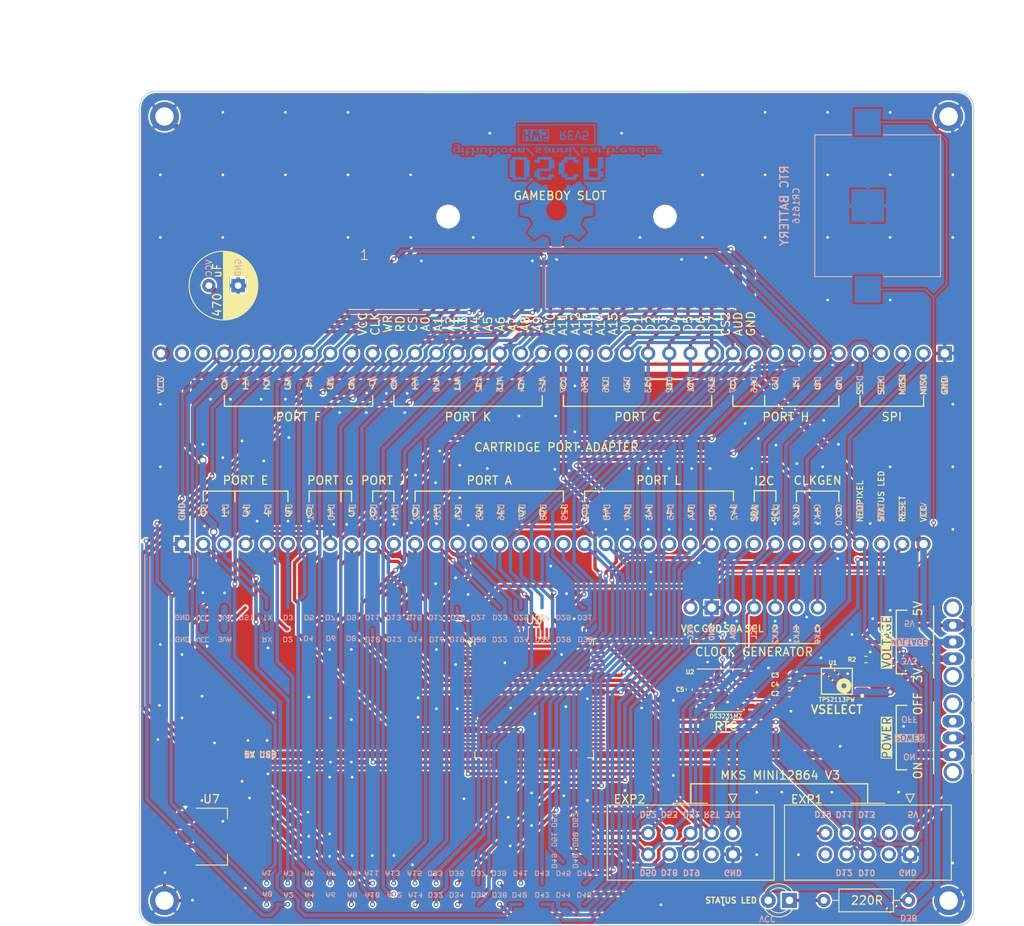
<source format=kicad_pcb>
(kicad_pcb (version 20240108) (generator "pcbnew") (generator_version "8.0")
  (title_block (title "OSCR HW5") (date "2022-06-19") (rev "5"))
  (layers (0 "F.Cu" signal) (31 "B.Cu" signal) (34 "B.Paste" user) (35 "F.Paste" user) (36 "B.SilkS" user "B.Silkscreen") (37 "F.SilkS" user "F.Silkscreen") (38 "B.Mask" user) (39 "F.Mask" user) (44 "Edge.Cuts" user))
  (property "Revision" "42")
  (net 0 "")
  (net 1 "D30")
  (net 2 "D31")
  (net 3 "D28")
  (net 4 "D29")
  (net 5 "D26")
  (net 6 "D27")
  (net 7 "D24")
  (net 8 "D25")
  (net 9 "D22")
  (net 10 "D23")
  (net 11 "D20")
  (net 12 "D21")
  (net 13 "D18")
  (net 14 "D19")
  (net 15 "D16")
  (net 16 "D17")
  (net 17 "D14")
  (net 18 "D15")
  (net 19 "D12")
  (net 20 "D13")
  (net 21 "D10")
  (net 22 "D11")
  (net 23 "D8")
  (net 24 "D9")
  (net 25 "D6")
  (net 26 "D7")
  (net 27 "D4")
  (net 28 "D5")
  (net 29 "D2")
  (net 30 "D3")
  (net 31 "D0")
  (net 32 "D1")
  (net 33 "Net-(D1-K)")
  (net 34 "RESET")
  (net 35 "VCC")
  (net 36 "GND")
  (net 37 "D46")
  (net 38 "D47")
  (net 39 "D44")
  (net 40 "D45")
  (net 41 "D42")
  (net 42 "D43")
  (net 43 "D40")
  (net 44 "D41")
  (net 45 "D38")
  (net 46 "D39")
  (net 47 "D36")
  (net 48 "D37")
  (net 49 "D34")
  (net 50 "D32")
  (net 51 "D33")
  (net 52 "A14")
  (net 53 "A15")
  (net 54 "A12")
  (net 55 "A13")
  (net 56 "A10")
  (net 57 "A11")
  (net 58 "A8")
  (net 59 "A9")
  (net 60 "A6")
  (net 61 "A7")
  (net 62 "A4")
  (net 63 "A5")
  (net 64 "A2")
  (net 65 "A3")
  (net 66 "A0")
  (net 67 "A1")
  (net 68 "+3V3")
  (net 69 "+5V")
  (net 70 "D35")
  (net 71 "D53")
  (net 72 "D52")
  (net 73 "D51")
  (net 74 "D50")
  (net 75 "D49")
  (net 76 "D48")
  (net 77 "CLK2")
  (net 78 "CLK1")
  (net 79 "CLK0")
  (net 80 "VBUS")
  (net 87 "Net-(U1-ILIM)")
  (net 93 "+BATT")
  (footprint "MountingHole:MountingHole_2.2mm_M2_ISO7380_Pad" (layer "F.Cu") (at 103 147)
    (property "Reference" "M2_3" (hide yes))
    (property "Value" "Screw_Terminal_01x01" (hide yes))
  )
  (footprint "!OSCR:Clock_Generator_Header" (layer "F.Cu") (at 166.06 111.875 90)
    (property "Reference" "J7" (hide yes))
    (property "Value" "Conn_01x07")
  )
  (footprint "Package_TO_SOT_SMD:SOT-223-3_TabPin2" (layer "F.Cu") (at 108.636 139.332)
    (property "Reference" "U7")
    (property "Value" "AMS1117-3.3")
  )
  (footprint "Package_QFP:LQFP-100_14x14mm_P0.5mm" (layer "F.Cu") (at 147.316 122.767)
    (property "Reference" "U3")
    (property "Value" "CH32V307VCT6")
  )
  (footprint "MountingHole:MountingHole_2.2mm_M2_ISO7380_Pad" (layer "F.Cu") (at 197 53)
    (property "Reference" "M2_2" (hide yes))
    (property "Value" "Screw_Terminal_01x01" (hide yes))
  )
  (footprint "Resistor_SMD:R_0402_1005Metric_Pad0.72x0.64mm_HandSolder" (layer "F.Cu") (at 187.1 118.1 180)
    (property "Reference" "R2")
    (property "Value" "560R")
  )
  (footprint "!OSCR:Cartridge_Port_Adapter-Front" (layer "F.Cu") (at 105.1 104.255 90)
    (property "Reference" "J4" (hide yes))
    (property "Value" "CART SLOT FRONT ROW")
  )
  (footprint "Capacitor_SMD:C_0402_1005Metric_Pad0.74x0.62mm_HandSolder" (layer "F.Cu") (at 177.9 121.1 180)
    (property "Reference" "C4")
    (property "Value" "10u")
  )
  (footprint "!OSCR:Power_Switch" (layer "F.Cu") (at 197.5 118 90)
    (property "Reference" "SW1" (hide yes))
    (property "Value" "VOLTAGE")
  )
  (footprint "!OSCR:Cartridge_Port_Adapter-Back" (layer "F.Cu") (at 102.56 81.395 90)
    (property "Reference" "J3" (hide yes))
    (property "Value" "CART SLOT TOP ROW" (hide yes))
  )
  (footprint "MountingHole:MountingHole_2.2mm_M2_ISO7380_Pad" (layer "F.Cu") (at 197 147)
    (property "Reference" "M2_4" (hide yes))
    (property "Value" "Screw_Terminal_01x01" (hide yes))
  )
  (footprint "Package_SO:SOIC-8_3.9x4.9mm_P1.27mm" (layer "F.Cu") (at 170.3 121.8)
    (property "Reference" "U2")
    (property "Value" "DS3231MZ")
  )
  (footprint "!OSCR:LCD_Header" (layer "F.Cu") (at 192.38 138.92 -90)
    (property "Reference" "J9" (hide yes))
    (property "Value" "EXP1" (hide yes))
  )
  (footprint "LED_THT:LED_D3.0mm" (layer "F.Cu") (at 177.92 146.975 180)
    (property "Reference" "D1")
    (property "Value" "LED" (hide yes))
  )
  (footprint "MountingHole:MountingHole_2.2mm_M2_ISO7380_Pad" (layer "F.Cu") (at 103 53)
    (property "Reference" "M2_1" (hide yes))
    (property "Value" "Screw_Terminal_01x01" (hide yes))
  )
  (footprint "Capacitor_THT:CP_Radial_D8.0mm_P3.50mm" (layer "F.Cu") (at 108.32 73.275)
    (property "Reference" "C1")
    (property "Value" "470u")
  )
  (footprint "Capacitor_SMD:C_0402_1005Metric_Pad0.74x0.62mm_HandSolder" (layer "F.Cu") (at 165.9 121.7 -90)
    (property "Reference" "C5")
    (property "Value" "0.1u")
  )
  (footprint "!OSCR:GBA_Slot" (layer "F.Cu") (at 150 68.5 90)
    (property "Reference" "J10" (hide yes))
    (property "Value" "GBA_Slot" (hide yes))
  )
  (footprint "Capacitor_SMD:C_0402_1005Metric_Pad0.74x0.62mm_HandSolder" (layer "F.Cu") (at 177.9 120 180)
    (property "Reference" "C3")
    (property "Value" "0.1u")
  )
  (footprint "!OSCR:LCD_Header" (layer "F.Cu") (at 171.14 138.92 -90)
    (property "Reference" "J8" (hide yes))
    (property "Value" "EXP2" (hide yes))
  )
  (footprint "Capacitor_SMD:C_0402_1005Metric_Pad0.74x0.62mm_HandSolder" (layer "F.Cu") (at 177.9 122.2)
    (property "Reference" "C2")
    (property "Value" "0.1u")
  )
  (footprint "Resistor_THT:R_Axial_DIN0207_L6.3mm_D2.5mm_P10.16mm_Horizontal" (layer "F.Cu") (at 182.04 146.975)
    (property "Reference" "R1")
    (property "Value" "220R" (hide yes))
  )
  (footprint "!OSCR:Power_Switch" (layer "F.Cu") (at 197.5 129.5 90)
    (property "Reference" "SW2" (hide yes))
    (property "Value" "POWER")
  )
  (footprint "Personal:Texas_Instruments-TPS2113PW-Level_A" (layer "F.Cu") (at 183.6 120.7 180)
    (property "Reference" "U1")
    (property "Value" "TPS2113PW")
  )
  (footprint "!OSCR:Logo" (layer "B.Cu") (at 150 62.5)
    (property "Reference" "G***" (hide yes))
    (property "Value" "LOGO" (hide yes))
  )
  (footprint "!OSCR:CR1616" (layer "B.Cu") (at 187.3 63.7 90)
    (property "Reference" "BT1" (hide yes))
    (property "Value" "CR1616")
  )
  (gr_poly (pts (xy 154.6 56.4) (xy 154.6 54) (xy 145.4 54) (xy 145.4 56.4)) (stroke (width 0.15)) (fill none) (layer "B.Cu"))
  (gr_line (start 152.9063 146.1343) (end 152.8131 146.0411) (stroke (width 0.1)) (layer "B.SilkS"))
  (gr_line (start 138.7022 113.3433) (end 138.8887 113.3433) (stroke (width 0.1)) (layer "B.SilkS"))
  (gr_line (start 153.7874 143.5362) (end 154.1602 143.9091) (stroke (width 0.1)) (layer "B.SilkS"))
  (gr_line (start 154.1633 115.9735) (end 153.9769 115.9735) (stroke (width 0.1)) (layer "B.SilkS"))
  (gr_line (start 147.4984 146.0411) (end 147.4984 146.6004) (stroke (width 0.1)) (layer "B.SilkS"))
  (gr_line (start 122.4984 143.815799) (end 122.4984 143.443) (stroke (width 0.1)) (layer "B.SilkS"))
  (gr_line (start 125.1732 115.2872) (end 124.8935 115.2872) (stroke (width 0.1)) (layer "B.SilkS"))
  (gr_line (start 138.1219 143.4397) (end 138.2151 143.5329) (stroke (width 0.1)) (layer "B.SilkS"))
  (gr_line (start 151.3504 115.6939) (end 151.2572 115.6007) (stroke (width 0.1)) (layer "B.SilkS"))
  (gr_line (start 150.0141 141.5394) (end 149.9209 141.4462) (stroke (width 0.1)) (layer "B.SilkS"))
  (gr_line (start 141.183 146.0411) (end 141.0898 146.1343) (stroke (width 0.1)) (layer "B.SilkS"))
  (gr_line (start 151.2572 115.6007) (end 151.2572 115.5075) (stroke (width 0.1)) (layer "B.SilkS"))
  (gr_line (start 137.2324 146.6004) (end 137.512 146.6004) (stroke (width 0.1)) (layer "B.SilkS"))
  (gr_line (start 122.7986 146.414) (end 122.6122 146.6004) (stroke (width 0.1)) (layer "B.SilkS"))
  (gr_line (start 135.3059 146.1343) (end 135.3991 146.0411) (stroke (width 0.1)) (layer "B.SilkS"))
  (gr_line (start 120.4628 113.3467) (end 120.8356 113.3467) (stroke (width 0.1)) (layer "B.SilkS"))
  (gr_line (start 105.3506 115.4042) (end 104.9778 115.9635) (stroke (width 0.1)) (layer "B.SilkS"))
  (gr_line (start 109.567 112.77355) (end 109.7534 112.77355) (stroke (width 0.1)) (layer "B.SilkS"))
  (gr_line (start 143.9654 146.2276) (end 143.8722 146.3208) (stroke (width 0.1)) (layer "B.SilkS"))
  (gr_line (start 151.4388 143.815799) (end 151.2524 143.7226) (stroke (width 0.1)) (layer "B.SilkS"))
  (gr_line (start 132.4775 112.784) (end 132.1979 112.784) (stroke (width 0.1)) (layer "B.SilkS"))
  (gr_line (start 151.2572 115.8803) (end 151.2572 115.7871) (stroke (width 0.1)) (layer "B.SilkS"))
  (gr_line (start 125.6134 113.3433) (end 125.7998 113.3433) (stroke (width 0.1)) (layer "B.SilkS"))
  (gr_line (start 149.8277 141.8191) (end 149.9209 141.8191) (stroke (width 0.1)) (layer "B.SilkS"))
  (gr_line (start 133.4028 143.9989) (end 133.775599 143.9989) (stroke (width 0.1)) (layer "B.SilkS"))
  (gr_line (start 152.068 138.8742) (end 152.4409 138.8742) (stroke (width 0.1)) (layer "B.SilkS"))
  (gr_line (start 146.2811 112.784) (end 146.4675 112.784) (stroke (width 0.1)) (layer "B.SilkS"))
  (gr_line (start 154.1225 146.2276) (end 154.1225 146.1343) (stroke (width 0.1)) (layer "B.SilkS"))
  (gr_line (start 120.5111 143.7226) (end 120.5111 144.0023) (stroke (width 0.1)) (layer "B.SilkS"))
  (gr_line (start 150.4059 146.5105) (end 150.4059 146.1377) (stroke (width 0.1)) (layer "B.SilkS"))
  (gr_line (start 145.6656 146.6004) (end 145.6656 146.0411) (stroke (width 0.1)) (layer "B.SilkS"))
  (gr_line (start 154.1602 143.9091) (end 154.1602 144.0023) (stroke (width 0.1)) (layer "B.SilkS"))
  (gr_line (start 115.7307 146.4734) (end 115.5443 146.4734) (stroke (width 0.1)) (layer "B.SilkS"))
  (gr_line (start 131.3874 146.414) (end 131.0145 146.0411) (stroke (width 0.1)) (layer "B.SilkS"))
  (gr_line (start 136.3497 113.2501) (end 136.3497 113.3433) (stroke (width 0.1)) (layer "B.SilkS"))
  (gr_line (start 149.4548 136.6167) (end 149.548 136.5235) (stroke (width 0.1)) (layer "B.SilkS"))
  (gr_line (start 131.1396 143.5329) (end 131.1396 143.6261) (stroke (width 0.1)) (layer "B.SilkS"))
  (gr_line (start 152.9881 113.2501) (end 152.9881 112.8773) (stroke (width 0.1)) (layer "B.SilkS"))
  (gr_line (start 104.7229 113.0537) (end 104.7229 112.8673) (stroke (width 0.1)) (layer "B.SilkS"))
  (gr_line (start 142.4307 113.3433) (end 142.7104 113.3433) (stroke (width 0.1)) (layer "B.SilkS"))
  (gr_line (start 138.8752 115.6007) (end 138.782 115.6939) (stroke (width 0.1)) (layer "B.SilkS"))
  (gr_line (start 148.7864 143.9989) (end 148.6932 143.905699) (stroke (width 0.1)) (layer "B.SilkS"))
  (gr_line (start 107.9271 115.5339) (end 107.9271 115.9068) (stroke (width 0.1)) (layer "B.SilkS"))
  (gr_line (start 138.2133 146.2276) (end 138.1201 146.3208) (stroke (width 0.1)) (layer "B.SilkS"))
  (gr_line (start 120.2276 112.8806) (end 120.1343 112.7874) (stroke (width 0.1)) (layer "B.SilkS"))
  (gr_line (start 117.3425 112.784) (end 117.3425 113.3433) (stroke (width 0.1)) (layer "B.SilkS"))
  (gr_line (start 146.1878 113.0637) (end 146.1878 113.3433) (stroke (width 0.1)) (layer "B.SilkS"))
  (gr_line (start 125.5948 115.5669) (end 125.5016 115.4737) (stroke (width 0.1)) (layer "B.SilkS"))
  (gr_line (start 147.5101 112.784) (end 147.5101 113.3433) (stroke (width 0.1)) (layer "B.SilkS"))
  (gr_line (start 141.3696 115.4142) (end 141.4628 115.5075) (stroke (width 0.1)) (layer "B.SilkS"))
  (gr_line (start 151.63 115.7871) (end 151.63 115.8803) (stroke (width 0.1)) (layer "B.SilkS"))
  (gr_line (start 115.81 115.4176) (end 115.4371 115.9768) (stroke (width 0.1)) (layer "B.SilkS"))
  (gr_line (start 136.0669 115.5075) (end 136.0669 115.6939) (stroke (width 0.1)) (layer "B.SilkS"))
  (gr_line (start 109.7706 115.9664) (end 109.5842 115.9664) (stroke (width 0.1)) (layer "B.SilkS"))
  (gr_line (start 148.5097 115.7871) (end 148.1368 115.4142) (stroke (width 0.1)) (layer "B.SilkS"))
  (gr_line (start 144.7778 146.0411) (end 144.7778 146.6004) (stroke (width 0.1)) (layer "B.SilkS"))
  (gr_line (start 118.0881 146.6004) (end 118.2745 146.6004) (stroke (width 0.1)) (layer "B.SilkS"))
  (gr_line (start 127.4207 143.4397) (end 127.4207 143.8125) (stroke (width 0.1)) (layer "B.SilkS"))
  (gr_line (start 150.4091 143.9091) (end 150.4091 143.5362) (stroke (width 0.1)) (layer "B.SilkS"))
  (gr_line (start 109.8638 115.5004) (end 109.8638 115.5936) (stroke (width 0.1)) (layer "B.SilkS"))
  (gr_line (start 141.451 143.9989) (end 141.0781 143.9989) (stroke (width 0.1)) (layer "B.SilkS"))
  (gr_line (start 147.4771 143.9989) (end 147.7567 143.9989) (stroke (width 0.1)) (layer "B.SilkS"))
  (gr_line (start 122.8337 115.3805) (end 122.7405 115.2872) (stroke (width 0.1)) (layer "B.SilkS"))
  (gr_line (start 138.1874 112.784) (end 138.1874 113.3433) (stroke (width 0.1)) (layer "B.SilkS"))
  (gr_line (start 154.1633 115.4142) (end 154.2565 115.5075) (stroke (width 0.1)) (layer "B.SilkS"))
  (gr_line (start 147.7897 113.3433) (end 147.8829 113.2501) (stroke (width 0.1)) (layer "B.SilkS"))
  (gr_line (start 125.5016 115.4737) (end 125.5016 115.3805) (stroke (width 0.1)) (layer "B.SilkS"))
  (gr_line (start 140.5582 113.3433) (end 140.7446 113.3433) (stroke (width 0.1)) (layer "B.SilkS"))
  (gr_line (start 153.5962 113.1569) (end 153.5962 113.2501) (stroke (width 0.1)) (layer "B.SilkS"))
  (gr_line (start 142.9844 146.1343) (end 143.0777 146.0411) (stroke (width 0.1)) (layer "B.SilkS"))
  (gr_line (start 137.6725 113.3433) (end 137.7657 113.2501) (stroke (width 0.1)) (layer "B.SilkS"))
  (gr_line (start 123.4793 144.0023) (end 123.1065 144.0023) (stroke (width 0.1)) (layer "B.SilkS"))
  (gr_line (start 149.8277 136.5235) (end 149.9209 136.5235) (stroke (width 0.1)) (layer "B.SilkS"))
  (gr_line (start 151.3456 143.443) (end 151.532 143.443) (stroke (width 0.1)) (layer "B.SilkS"))
  (gr_line (start 119.906 146.4173) (end 119.906 146.0445) (stroke (width 0.1)) (layer "B.SilkS"))
  (gr_line (start 140.7613 146.3208) (end 140.8546 146.414) (stroke (width 0.1)) (layer "B.SilkS"))
  (gr_line (start 145.994 146.5072) (end 145.994 146.1343) (stroke (width 0.1)) (layer "B.SilkS"))
  (gr_line (start 143.3573 146.2276) (end 143.2641 146.3208) (stroke (width 0.1)) (layer "B.SilkS"))
  (gr_line (start 136.3497 113.3433) (end 135.9768 113.3433) (stroke (width 0.1)) (layer "B.SilkS"))
  (gr_line (start 150.3206 115.4142) (end 150.041 115.4142) (stroke (width 0.1)) (layer "B.SilkS"))
  (gr_line (start 107.9271 113.3068) (end 108.0203 113.4) (stroke (width 0.1)) (layer "B.SilkS"))
  (gr_line (start 126 146.2276) (end 125.9068 146.3208) (stroke (width 0.1)) (layer "B.SilkS"))
  (gr_line (start 130.5518 115.4142) (end 130.5518 115.9735) (stroke (width 0.1)) (layer "B.SilkS"))
  (gr_line (start 140.7615 115.9735) (end 140.8548 115.8803) (stroke (width 0.1)) (layer "B.SilkS"))
  (gr_line (start 105.8459 112.7741) (end 105.5662 112.7741) (stroke (width 0.1)) (layer "B.SilkS"))
  (gr_line (start 133.0773 115.9735) (end 132.890799 115.7871) (stroke (width 0.1)) (layer "B.SilkS"))
  (gr_line (start 150.0141 142.7556) (end 149.9209 142.6624) (stroke (width 0.1)) (layer "B.SilkS"))
  (gr_line (start 137.512 146.6004) (end 137.6052 146.5072) (stroke (width 0.1)) (layer "B.SilkS"))
  (gr_line (start 152.8508 144.0023) (end 152.9441 143.9091) (stroke (width 0.1)) (layer "B.SilkS"))
  (gr_line (start 122.6848 144.0023) (end 122.4984 143.815799) (stroke (width 0.1)) (layer "B.SilkS"))
  (gr_line (start 104.4433 112.7741) (end 104.35 112.8673) (stroke (width 0.1)) (layer "B.SilkS"))
  (gr_line (start 142.6843 143.5329) (end 142.5911 143.4397) (stroke (width 0.1)) (layer "B.SilkS"))
  (gr_line (start 143.9654 146.1343) (end 143.9654 146.2276) (stroke (width 0.1)) (layer "B.SilkS"))
  (gr_line (start 153.462 115.6939) (end 153.5552 115.6939) (stroke (width 0.1)) (layer "B.SilkS"))
  (gr_line (start 119.903 143.815799) (end 119.903 143.443) (stroke (width 0.1)) (layer "B.SilkS"))
  (gr_line (start 120.8356 113.067) (end 120.7424 113.1602) (stroke (width 0.1)) (layer "B.SilkS"))
  (gr_line (start 143.7401 113.3433) (end 143.6469 113.2501) (stroke (width 0.1)) (layer "B.SilkS"))
  (gr_line (start 132.4775 113.3433) (end 132.5707 113.2501) (stroke (width 0.1)) (layer "B.SilkS"))
  (gr_line (start 125.8745 115.4737) (end 125.7813 115.5669) (stroke (width 0.1)) (layer "B.SilkS"))
  (gr_line (start 150.4139 115.8803) (end 150.4139 115.5075) (stroke (width 0.1)) (layer "B.SilkS"))
  (gr_line (start 129.6755 112.784) (end 129.6755 113.3433) (stroke (width 0.1)) (layer "B.SilkS"))
  (gr_line (start 132.2827 115.4142) (end 132.2827 115.9735) (stroke (width 0.1)) (layer "B.SilkS"))
  (gr_line (start 130.86 143.9989) (end 130.7668 143.905699) (stroke (width 0.1)) (layer "B.SilkS"))
  (gr_line (start 138.7022 113.0637) (end 138.609 113.1569) (stroke (width 0.1)) (layer "B.SilkS"))
  (gr_line (start 144.7778 146.6004) (end 145.0575 146.6004) (stroke (width 0.1)) (layer "B.SilkS"))
  (gr_line (start 128.5626 112.784) (end 128.5626 113.3433) (stroke (width 0.1)) (layer "B.SilkS"))
  (gr_line (start 125.1732 115.8465) (end 125.2664 115.7533) (stroke (width 0.1)) (layer "B.SilkS"))
  (gr_line (start 109.7534 112.77355) (end 109.8466 112.86685) (stroke (width 0.1)) (layer "B.SilkS"))
  (gr_line (start 151.9748 137.2248) (end 152.068 137.1316) (stroke (width 0.1)) (layer "B.SilkS"))
  (gr_line (start 117.5744 115.4142) (end 117.2948 115.4142) (stroke (width 0.1)) (layer "B.SilkS"))
  (gr_line (start 143.8072 143.4397) (end 143.6208 143.4397) (stroke (width 0.1)) (layer "B.SilkS"))
  (gr_line (start 124.9121 113.3433) (end 125.1918 113.3433) (stroke (width 0.1)) (layer "B.SilkS"))
  (gr_line (start 152.8949 113.3433) (end 152.9881 113.2501) (stroke (width 0.1)) (layer "B.SilkS"))
  (gr_line (start 128.3896 115.5075) (end 128.4828 115.4142) (stroke (width 0.1)) (layer "B.SilkS"))
  (gr_line (start 107.26015 113.4) (end 107.26015 113.0272) (stroke (width 0.1)) (layer "B.SilkS"))
  (gr_line (start 152.1613 141.4462) (end 152.2545 141.5394) (stroke (width 0.1)) (layer "B.SilkS"))
  (gr_line (start 123.1621 115.2872) (end 123.0689 115.3805) (stroke (width 0.1)) (layer "B.SilkS"))
  (gr_line (start 135.5552 112.784) (end 135.5552 113.3433) (stroke (width 0.1)) (layer "B.SilkS"))
  (gr_line (start 114.843 146.287) (end 114.843 145.9141) (stroke (width 0.1)) (layer "B.SilkS"))
  (gr_line (start 115.8239 146.0073) (end 115.8239 146.3802) (stroke (width 0.1)) (layer "B.SilkS"))
  (gr_line (start 143.1102 115.9735) (end 143.2966 115.9735) (stroke (width 0.1)) (layer "B.SilkS"))
  (gr_line (start 110.97 115.68785) (end 110.5972 115.68785) (stroke (width 0.1)) (layer "B.SilkS"))
  (gr_line (start 152.9471 115.9735) (end 153.0403 115.8803) (stroke (width 0.1)) (layer "B.SilkS"))
  (gr_line (start 138.2671 115.4142) (end 137.8943 115.4142) (stroke (width 0.1)) (layer "B.SilkS"))
  (gr_line (start 115.2019 115.8836) (end 115.1087 115.9768) (stroke (width 0.1)) (layer "B.SilkS"))
  (gr_line (start 131.2645 113.2501) (end 131.1713 113.3433) (stroke (width 0.1)) (layer "B.SilkS"))
  (gr_line (start 150.0141 136.6167) (end 150.0141 136.8031) (stroke (width 0.1)) (layer "B.SilkS"))
  (gr_line (start 151.9748 139.5755) (end 152.068 139.4823) (stroke (width 0.1)) (layer "B.SilkS"))
  (gr_line (start 149.0991 113.3433) (end 148.7263 113.3433) (stroke (width 0.1)) (layer "B.SilkS"))
  (gr_line (start 140.1532 146.6004) (end 140.2465 146.5072) (stroke (width 0.1)) (layer "B.SilkS"))
  (gr_line (start 127.4207 143.8125) (end 127.2342 143.9989) (stroke (width 0.1)) (layer "B.SilkS"))
  (gr_line (start 150.3158 143.443) (end 150.0362 143.443) (stroke (width 0.1)) (layer "B.SilkS"))
  (gr_line (start 148.9729 143.4397) (end 149.0661 143.5329) (stroke (width 0.1)) (layer "B.SilkS"))
  (gr_line (start 153.7497 146.3208) (end 154.0293 146.3208) (stroke (width 0.1)) (layer "B.SilkS"))
  (gr_line (start 110.9528 112.7746) (end 110.9528 113.1475) (stroke (width 0.1)) (layer "B.SilkS"))
  (gr_line (start 149.0246 115.6939) (end 149.1178 115.6007) (stroke (width 0.1)) (layer "B.SilkS"))
  (gr_line (start 151.2572 115.7871) (end 151.3504 115.6939) (stroke (width 0.1)) (layer "B.SilkS"))
  (gr_line (start 149.548 139.8497) (end 149.4548 139.7565) (stroke (width 0.1)) (layer "B.SilkS"))
  (gr_line (start 151.9748 141.5394) (end 152.068 141.4462) (stroke (width 0.1)) (layer "B.SilkS"))
  (gr_line (start 125.7203 146.0411) (end 125.9068 146.0411) (stroke (width 0.1)) (layer "B.SilkS"))
  (gr_line (start 110.58 113.1475) (end 110.58 112.7746) (stroke (width 0.1)) (layer "B.SilkS"))
  (gr_line (start 132.5707 112.8773) (end 132.4775 112.784) (stroke (width 0.1)) (layer "B.SilkS"))
  (gr_line (start 117.9506 112.8773) (end 118.0438 112.784) (stroke (width 0.1)) (layer "B.SilkS"))
  (gr_line (start 145.0191 115.4142) (end 145.0191 115.9735) (stroke (width 0.1)) (layer "B.SilkS"))
  (gr_line (start 128.3896 115.8803) (end 128.3896 115.5075) (stroke (width 0.1)) (layer "B.SilkS"))
  (gr_line (start 148.2114 113.3433) (end 148.3978 113.3433) (stroke (width 0.1)) (layer "B.SilkS"))
  (gr_line (start 143.7401 112.784) (end 143.9265 112.784) (stroke (width 0.1)) (layer "B.SilkS"))
  (gr_line (start 151.63 115.6007) (end 151.5368 115.6939) (stroke (width 0.1)) (layer "B.SilkS"))
  (gr_line (start 145.1647 143.9989) (end 145.258 143.905699) (stroke (width 0.1)) (layer "B.SilkS"))
  (gr_line (start 127.4396 113.3433) (end 127.5328 113.2501) (stroke (width 0.1)) (layer "B.SilkS"))
  (gr_line (start 117.7153 113.2501) (end 117.7153 112.8773) (stroke (width 0.1)) (layer "B.SilkS"))
  (gr_line (start 136.0669 115.6939) (end 136.3465 115.6939) (stroke (width 0.1)) (layer "B.SilkS"))
  (gr_line (start 153.5144 146.3208) (end 153.1416 146.3208) (stroke (width 0.1)) (layer "B.SilkS"))
  (gr_line (start 150.6491 115.8803) (end 150.7423 115.9735) (stroke (width 0.1)) (layer "B.SilkS"))
  (gr_line (start 140.8429 143.8125) (end 140.8429 143.905699) (stroke (width 0.1)) (layer "B.SilkS"))
  (gr_line (start 127.16 112.784) (end 127.16 113.3433) (stroke (width 0.1)) (layer "B.SilkS"))
  (gr_line (start 134.9379 143.9989) (end 135.0311 143.905699) (stroke (width 0.1)) (layer "B.SilkS"))
  (gr_line (start 138.782 115.9735) (end 138.5956 115.9735) (stroke (width 0.1)) (layer "B.SilkS"))
  (gr_line (start 150.0141 140.1781) (end 149.9209 140.0849) (stroke (width 0.1)) (layer "B.SilkS"))
  (gr_line (start 120.2758 143.815799) (end 120.0894 144.0023) (stroke (width 0.1)) (layer "B.SilkS"))
  (gr_line (start 149.9209 141.4462) (end 149.548 141.4462) (stroke (width 0.1)) (layer "B.SilkS"))
  (gr_line (start 117.9949 146.5072) (end 118.0881 146.6004) (stroke (width 0.1)) (layer "B.SilkS"))
  (gr_line (start 134.9379 143.4397) (end 134.6583 143.4397) (stroke (width 0.1)) (layer "B.SilkS"))
  (gr_line (start 131.3874 146.5072) (end 131.3874 146.414) (stroke (width 0.1)) (layer "B.SilkS"))
  (gr_line (start 128.6368 143.4397) (end 128.264 143.4397) (stroke (width 0.1)) (layer "B.SilkS"))
  (gr_line (start 152.1613 141.8191) (end 152.068 141.8191) (stroke (width 0.1)) (layer "B.SilkS"))
  (gr_line (start 146.2353 115.6939) (end 146.515 115.9735) (stroke (width 0.1)) (layer "B.SilkS"))
  (gr_line (start 130.0483 112.8773) (end 129.9551 112.784) (stroke (width 0.1)) (layer "B.SilkS"))
  (gr_line (start 150.7423 115.9735) (end 150.9287 115.9735) (stroke (width 0.1)) (layer "B.SilkS"))
  (gr_line (start 120.6043 143.443) (end 120.7907 143.443) (stroke (width 0.1)) (layer "B.SilkS"))
  (gr_line (start 151.3437 113.3433) (end 151.5301 113.3433) (stroke (width 0.1)) (layer "B.SilkS"))
  (gr_line (start 149.0661 143.5329) (end 149.0661 143.6261) (stroke (width 0.1)) (layer "B.SilkS"))
  (gr_line (start 148.3862 146.6004) (end 148.3862 146.0411) (stroke (width 0.1)) (layer "B.SilkS"))
  (gr_line (start 110.97 115.40815) (end 110.97 115.78105) (stroke (width 0.1)) (layer "B.SilkS"))
  (gr_line (start 143.1992 143.4397) (end 143.2924 143.5329) (stroke (width 0.1)) (layer "B.SilkS"))
  (gr_line (start 150.0141 142.1475) (end 149.4548 142.1475) (stroke (width 0.1)) (layer "B.SilkS"))
  (gr_line (start 143.3898 115.8803) (end 143.3898 115.7871) (stroke (width 0.1)) (layer "B.SilkS"))
  (gr_line (start 142.8036 113.2501) (end 142.8036 112.8773) (stroke (width 0.1)) (layer "B.SilkS"))
  (gr_line (start 125.5202 113.2501) (end 125.6134 113.3433) (stroke (width 0.1)) (layer "B.SilkS"))
  (gr_line (start 153.7497 146.3208) (end 153.9361 146.5072) (stroke (width 0.1)) (layer "B.SilkS"))
  (gr_line (start 125.9095 143.4397) (end 125.7231 143.4397) (stroke (width 0.1)) (layer "B.SilkS"))
  (gr_line (start 149.7345 136.7099) (end 149.7345 136.6167) (stroke (width 0.1)) (layer "B.SilkS"))
  (gr_line (start 120.0894 144.0023) (end 119.903 143.815799) (stroke (width 0.1)) (layer "B.SilkS"))
  (gr_line (start 150.0343 113.3433) (end 150.3139 113.3433) (stroke (width 0.1)) (layer "B.SilkS"))
  (gr_line (start 148.7449 115.6939) (end 149.0246 115.6939) (stroke (width 0.1)) (layer "B.SilkS"))
  (gr_line (start 112.748 112.7741) (end 112.9344 112.7741) (stroke (width 0.1)) (layer "B.SilkS"))
  (gr_line (start 142.7104 113.3433) (end 142.8036 113.2501) (stroke (width 0.1)) (layer "B.SilkS"))
  (gr_line (start 131.2645 113.1569) (end 131.2645 113.2501) (stroke (width 0.1)) (layer "B.SilkS"))
  (gr_line (start 146.0872 146.0411) (end 146.2737 146.0411) (stroke (width 0.1)) (layer "B.SilkS"))
  (gr_line (start 150.033 146.6037) (end 150.3127 146.6037) (stroke (width 0.1)) (layer "B.SilkS"))
  (gr_line (start 122.8712 143.815799) (end 122.6848 144.0023) (stroke (width 0.1)) (layer "B.SilkS"))
  (gr_line (start 143.9265 112.784) (end 144.0198 112.8773) (stroke (width 0.1)) (layer "B.SilkS"))
  (gr_line (start 112.0467 113.3334) (end 112.0467 112.7741) (stroke (width 0.1)) (layer "B.SilkS"))
  (gr_line (start 148.7263 112.784) (end 148.7263 112.8773) (stroke (width 0.1)) (layer "B.SilkS"))
  (gr_line (start 130.0369 115.4142) (end 129.7573 115.4142) (stroke (width 0.1)) (layer "B.SilkS"))
  (gr_line (start 151.63 115.5075) (end 151.63 115.6007) (stroke (width 0.1)) (layer "B.SilkS"))
  (gr_line (start 151.2524 143.7226) (end 151.2524 144.0023) (stroke (width 0.1)) (layer "B.SilkS"))
  (gr_line (start 112.3263 113.3334) (end 112.0467 113.3334) (stroke (width 0.1)) (layer "B.SilkS"))
  (gr_line (start 149.7345 139.4768) (end 149.8277 139.57) (stroke (width 0.1)) (layer "B.SilkS"))
  (gr_line (start 129.7573 115.9735) (end 130.0369 115.9735) (stroke (width 0.1)) (layer "B.SilkS"))
  (gr_line (start 107.50075 112.8407) (end 107.40755 112.9339) (stroke (width 0.1)) (layer "B.SilkS"))
  (gr_line (start 123.0689 115.3805) (end 123.0689 115.5669) (stroke (width 0.1)) (layer "B.SilkS"))
  (gr_line (start 142.5911 143.4397) (end 142.3114 143.4397) (stroke (width 0.1)) (layer "B.SilkS"))
  (gr_line (start 129.6755 113.3433) (end 129.9551 113.3433) (stroke (width 0.1)) (layer "B.SilkS"))
  (gr_line (start 109.6774 115.6868) (end 109.7706 115.6868) (stroke (width 0.1)) (layer "B.SilkS"))
  (gr_line (start 149.548 142.6624) (end 149.4548 142.7556) (stroke (width 0.1)) (layer "B.SilkS"))
  (gr_line (start 115.1087 115.604) (end 115.2019 115.6972) (stroke (width 0.1)) (layer "B.SilkS"))
  (gr_line (start 149.548 137.1316) (end 149.7345 137.1316) (stroke (width 0.1)) (layer "B.SilkS"))
  (gr_line (start 118.2302 112.784) (end 118.3234 112.8773) (stroke (width 0.1)) (layer "B.SilkS"))
  (gr_line (start 143.9005 143.719299) (end 143.6208 143.719299) (stroke (width 0.1)) (layer "B.SilkS"))
  (gr_line (start 125.9095 143.9989) (end 126.0027 143.905699) (stroke (width 0.1)) (layer "B.SilkS"))
  (gr_line (start 150.6443 143.7226) (end 150.9239 144.0023) (stroke (width 0.1)) (layer "B.SilkS"))
  (gr_line (start 113.0276 112.9605) (end 112.9344 113.0537) (stroke (width 0.1)) (layer "B.SilkS"))
  (gr_line (start 153.5552 115.6939) (end 153.6484 115.7871) (stroke (width 0.1)) (layer "B.SilkS"))
  (gr_line (start 132.5595 143.719299) (end 132.1866 143.719299) (stroke (width 0.1)) (layer "B.SilkS"))
  (gr_line (start 138.2151 143.905699) (end 138.1219 143.9989) (stroke (width 0.1)) (layer "B.SilkS"))
  (gr_line (start 151.2572 115.5075) (end 151.3504 115.4142) (stroke (width 0.1)) (layer "B.SilkS"))
  (gr_line (start 154.2565 115.8803) (end 153.8837 115.5075) (stroke (width 0.1)) (layer "B.SilkS"))
  (gr_line (start 135.5856 146.3208) (end 135.6788 146.414) (stroke (width 0.1)) (layer "B.SilkS"))
  (gr_line (start 152.5341 138.1125) (end 152.5341 137.8329) (stroke (width 0.1)) (layer "B.SilkS"))
  (gr_line (start 118.3234 113.2501) (end 118.2302 113.3433) (stroke (width 0.1)) (layer "B.SilkS"))
  (gr_line (start 150.6411 146.3241) (end 150.9208 146.6037) (stroke (width 0.1)) (layer "B.SilkS"))
  (gr_line (start 148.491 113.1569) (end 148.1182 112.784) (stroke (width 0.1)) (layer "B.SilkS"))
  (gr_line (start 148.8797 143.719299) (end 148.9729 143.719299) (stroke (width 0.1)) (layer "B.SilkS"))
  (gr_line (start 127.9146 146.6004) (end 127.7282 146.414) (stroke (width 0.1)) (layer "B.SilkS"))
  (gr_line (start 149.4548 139.57) (end 149.548 139.4768) (stroke (width 0.1)) (layer "B.SilkS"))
  (gr_line (start 143.3573 146.5072) (end 143.2641 146.6004) (stroke (width 0.1)) (layer "B.SilkS"))
  (gr_line (start 109.4737 112.86685) (end 109.567 112.77355) (stroke (width 0.1)) (layer "B.SilkS"))
  (gr_line (start 145.9069 115.9735) (end 146.0001 115.8803) (stroke (width 0.1)) (layer "B.SilkS"))
  (gr_line (start 127.4929 146.0411) (end 127.4929 146.414) (stroke (width 0.1)) (layer "B.SilkS"))
  (gr_line (start 148.1368 115.8803) (end 148.23 115.9735) (stroke (width 0.1)) (layer "B.SilkS"))
  (gr_line (start 133.4028 143.5329) (end 133.496 143.4397) (stroke (width 0.1)) (layer "B.SilkS"))
  (gr_line (start 107.50075 113.4) (end 107.78045 113.4) (stroke (width 0.1)) (layer "B.SilkS"))
  (gr_line (start 135.0707 146.5072) (end 135.0707 146.1343) (stroke (width 0.1)) (layer "B.SilkS"))
  (gr_line (start 152.2545 139.4823) (end 152.3477 139.5755) (stroke (width 0.1)) (layer "B.SilkS"))
  (gr_line (start 152.5335 146.6004) (end 152.8131 146.6004) (stroke (width 0.1)) (layer "B.SilkS"))
  (gr_line (start 115.451 146.0073) (end 115.5443 145.9141) (stroke (width 0.1)) (layer "B.SilkS"))
  (gr_line (start 112.6548 113.1469) (end 112.6548 113.2402) (stroke (width 0.1)) (layer "B.SilkS"))
  (gr_line (start 122.6694 112.7874) (end 122.3897 112.7874) (stroke (width 0.1)) (layer "B.SilkS"))
  (gr_line (start 149.4548 138.8687) (end 149.4548 139.2416) (stroke (width 0.1)) (layer "B.SilkS"))
  (gr_line (start 120.1549 115.7566) (end 120.1549 115.3838) (stroke (width 0.1)) (layer "B.SilkS"))
  (gr_line (start 138.8887 112.784) (end 138.7022 112.784) (stroke (width 0.1)) (layer "B.SilkS"))
  (gr_line (start 132.5624 115.9735) (end 132.6556 115.8803) (stroke (width 0.1)) (layer "B.SilkS"))
  (gr_line (start 120.2276 113.2534) (end 120.2276 112.8806) (stroke (width 0.1)) (layer "B.SilkS"))
  (gr_line (start 150.3139 113.3433) (end 150.4071 113.2501) (stroke (width 0.1)) (layer "B.SilkS"))
  (gr_line (start 133.9014 146.3208) (end 133.528599 146.3208) (stroke (width 0.1)) (layer "B.SilkS"))
  (gr_line (start 120.7424 113.1602) (end 120.6492 113.1602) (stroke (width 0.1)) (layer "B.SilkS"))
  (gr_line (start 151.5368 115.4142) (end 151.63 115.5075) (stroke (width 0.1)) (layer "B.SilkS"))
  (gr_line (start 138.5024 115.8803) (end 138.5024 115.7871) (stroke (width 0.1)) (layer "B.SilkS"))
  (gr_line (start 123.4067 146.1343) (end 123.3135 146.0411) (stroke (width 0.1)) (layer "B.SilkS"))
  (gr_line (start 143.4117 113.2501) (end 143.4117 113.1569) (stroke (width 0.1)) (layer "B.SilkS"))
  (gr_line (start 133.6824 143.8125) (end 133.589199 143.8125) (stroke (width 0.1)) (layer "B.SilkS"))
  (gr_line (start 131.1077 146.6004) (end 131.2942 146.6004) (stroke (width 0.1)) (layer "B.SilkS"))
  (gr_line (start 105.331 113.3334) (end 105.331 112.7741) (stroke (width 0.1)) (layer "B.SilkS"))
  (gr_line (start 135.1335 112.8773) (end 135.0403 112.784) (stroke (width 0.1)) (layer "B.SilkS"))
  (gr_line (start 133.293399 146.0411) (end 132.9205 146.0411) (stroke (width 0.1)) (layer "B.SilkS"))
  (gr_line (start 151.6252 143.7226) (end 151.532 143.815799) (stroke (width 0.1)) (layer "B.SilkS"))
  (gr_line (start 132.981099 143.4397) (end 132.981099 143.9989) (stroke (width 0.1)) (layer "B.SilkS"))
  (gr_line (start 143.1709 146.3208) (end 143.2641 146.3208) (stroke (width 0.1)) (layer "B.SilkS"))
  (gr_line (start 140.8548 115.8803) (end 140.8548 115.7871) (stroke (width 0.1)) (layer "B.SilkS"))
  (gr_line (start 141.3694 146.0411) (end 141.183 146.0411) (stroke (width 0.1)) (layer "B.SilkS"))
  (gr_line (start 105.5858 115.4042) (end 105.5858 115.9635) (stroke (width 0.1)) (layer "B.SilkS"))
  (gr_line (start 140.2298 112.8773) (end 140.1365 112.784) (stroke (width 0.1)) (layer "B.SilkS"))
  (gr_line (start 114.9624 143.9989) (end 114.776 143.8125) (stroke (width 0.1)) (layer "B.SilkS"))
  (gr_line (start 143.0127 143.9989) (end 142.9195 143.905699) (stroke (width 0.1)) (layer "B.SilkS"))
  (gr_line (start 120.4628 112.8806) (end 120.556 112.7874) (stroke (width 0.1)) (layer "B.SilkS"))
  (gr_line (start 135.9768 112.784) (end 135.9768 112.8773) (stroke (width 0.1)) (layer "B.SilkS"))
  (gr_line (start 125.7231 143.9989) (end 125.9095 143.9989) (stroke (width 0.1)) (layer "B.SilkS"))
  (gr_line (start 133.6937 113.1569) (end 133.6005 113.1569) (stroke (width 0.1)) (layer "B.SilkS"))
  (gr_line (start 135.546 143.4397) (end 135.6392 143.5329) (stroke (width 0.1)) (layer "B.SilkS"))
  (gr_line (start 131.1396 143.905699) (end 131.0464 143.9989) (stroke (width 0.1)) (layer "B.SilkS"))
  (gr_line (start 125.6271 146.1343) (end 125.7203 146.0411) (stroke (width 0.1)) (layer "B.SilkS"))
  (gr_line (start 127.8423 143.4397) (end 127.8423 143.9989) (stroke (width 0.1)) (layer "B.SilkS"))
  (gr_line (start 138.0269 146.3208) (end 138.1201 146.3208) (stroke (width 0.1)) (layer "B.SilkS"))
  (gr_line (start 117.3425 113.3433) (end 117.6221 113.3433) (stroke (width 0.1)) (layer "B.SilkS"))
  (gr_line (start 123.3135 146.3208) (end 123.4067 146.2276) (stroke (width 0.1)) (layer "B.SilkS"))
  (gr_line (start 142.7817 115.5075) (end 142.6885 115.4142) (stroke (width 0.1)) (layer "B.SilkS"))
  (gr_line (start 140.8378 113.2501) (end 140.8378 113.1569) (stroke (width 0.1)) (layer "B.SilkS"))
  (gr_line (start 154.0293 146.0411) (end 153.8429 146.0411) (stroke (width 0.1)) (layer "B.SilkS"))
  (gr_line (start 122.9978 112.8806) (end 123.3707 113.2534) (stroke (width 0.1)) (layer "B.SilkS"))
  (gr_line (start 118.0438 112.784) (end 118.2302 112.784) (stroke (width 0.1)) (layer "B.SilkS"))
  (gr_line (start 128.3363 146.5072) (end 128.3363 146.1343) (stroke (width 0.1)) (layer "B.SilkS"))
  (gr_line (start 133.6824 143.4397) (end 133.775599 143.5329) (stroke (width 0.1)) (layer "B.SilkS"))
  (gr_line (start 149.8277 137.318) (end 149.7345 137.5044) (stroke (width 0.1)) (layer "B.SilkS"))
  (gr_line (start 152.3477 141.4462) (end 152.4409 141.4462) (stroke (width 0.1)) (layer "B.SilkS"))
  (gr_line (start 132.5624 115.4142) (end 132.2827 115.4142) (stroke (width 0.1)) (layer "B.SilkS"))
  (gr_line (start 118.164 143.719299) (end 118.2572 143.719299) (stroke (width 0.1)) (layer "B.SilkS"))
  (gr_line (start 143.9979 115.8803) (end 143.9979 115.7871) (stroke (width 0.1)) (layer "B.SilkS"))
  (gr_line (start 151.0219 115.7871) (end 150.6491 115.4142) (stroke (width 0.1)) (layer "B.SilkS"))
  (gr_line (start 135.2236 115.8803) (end 135.2236 115.5075) (stroke (width 0.1)) (layer "B.SilkS"))
  (gr_line (start 120.8839 143.5362) (end 120.8839 143.7226) (stroke (width 0.1)) (layer "B.SilkS"))
  (gr_line (start 143.9047 115.9735) (end 143.9979 115.8803) (stroke (width 0.1)) (layer "B.SilkS"))
  (gr_line (start 151.2524 143.5362) (end 151.3456 143.443) (stroke (width 0.1)) (layer "B.SilkS"))
  (gr_line (start 143.2924 143.5329) (end 143.2924 143.6261) (stroke (width 0.1)) (layer "B.SilkS"))
  (gr_line (start 152.3477 139.6688) (end 152.2545 139.8552) (stroke (width 0.1)) (layer "B.SilkS"))
  (gr_line (start 149.7345 137.1316) (end 149.8277 137.2248) (stroke (width 0.1)) (layer "B.SilkS"))
  (gr_line (start 148.491 113.2501) (end 148.491 113.1569) (stroke (width 0.1)) (layer "B.SilkS"))
  (gr_line (start 153.5962 112.9705) (end 153.503 113.0637) (stroke (width 0.1)) (layer "B.SilkS"))
  (gr_line (start 135.1303 115.9735) (end 135.2236 115.8803) (stroke (width 0.1)) (layer "B.SilkS"))
  (gr_line (start 109.7706 115.6868) (end 109.8638 115.78) (stroke (width 0.1)) (layer "B.SilkS"))
  (gr_line (start 151.9748 142.7556) (end 151.9748 143.035199) (stroke (width 0.1)) (layer "B.SilkS"))
  (gr_line (start 133.1675 143.4397) (end 132.7947 143.4397) (stroke (width 0.1)) (layer "B.SilkS"))
  (gr_line (start 149.0661 143.905699) (end 148.9729 143.9989) (stroke (width 0.1)) (layer "B.SilkS"))
  (gr_line (start 152.5335 146.0411) (end 152.5335 146.6004) (stroke (width 0.1)) (layer "B.SilkS"))
  (gr_line (start 138.5956 115.6939) (end 138.5024 115.6007) (stroke (width 0.1)) (layer "B.SilkS"))
  (gr_line (start 135.914 146.0411) (end 136.2869 146.0411) (stroke (width 0.1)) (layer "B.SilkS"))
  (gr_line (start 150.0141 139.0552) (end 149.8277 139.2416) (stroke (width 0.1)) (layer "B.SilkS"))
  (gr_line (start 136.3465 115.4142) (end 136.1601 115.4142) (stroke (width 0.1)) (layer "B.SilkS"))
  (gr_line (start 148.4165 115.9735) (end 148.5097 115.8803) (stroke (width 0.1)) (layer "B.SilkS"))
  (gr_line (start 154.2565 115.5075) (end 154.2565 115.8803) (stroke (width 0.1)) (layer "B.SilkS"))
  (gr_line (start 142.6885 115.9735) (end 142.7817 115.8803) (stroke (width 0.1)) (layer "B.SilkS"))
  (gr_line (start 135.7416 112.784) (end 135.3688 112.784) (stroke (width 0.1)) (layer "B.SilkS"))
  (gr_line (start 118.2757 115.8803) (end 118.2757 115.7871) (stroke (width 0.1)) (layer "B.SilkS"))
  (gr_line (start 135.546 143.719299) (end 135.6392 143.8125) (stroke (width 0.1)) (layer "B.SilkS"))
  (gr_line (start 129.9234 143.4397) (end 129.9234 143.8125) (stroke (width 0.1)) (layer "B.SilkS"))
  (gr_line (start 132.1866 143.8125) (end 132.1866 143.4397) (stroke (width 0.1)) (layer "B.SilkS"))
  (gr_line (start 140.2348 143.905699) (end 140.2348 143.5329) (stroke (width 0.1)) (layer "B.SilkS"))
  (gr_line (start 137.3928 112.784) (end 137.3928 113.3433) (stroke (width 0.1)) (layer "B.SilkS"))
  (gr_line (start 128.5626 113.3433) (end 128.3761 113.1569) (stroke (width 0.1)) (layer "B.SilkS"))
  (gr_line (start 123.3707 113.3467) (end 122.9978 113.3467) (stroke (width 0.1)) (layer "B.SilkS"))
  (gr_line (start 105.9587 115.8703) (end 105.9587 115.4974) (stroke (width 0.1)) (layer "B.SilkS"))
  (gr_line (start 152.9441 143.5362) (end 152.8508 143.443) (stroke (width 0.1)) (layer "B.SilkS"))
  (gr_line (start 153.9769 115.4142) (end 154.1633 115.4142) (stroke (width 0.1)) (layer "B.SilkS"))
  (gr_line (start 153.7874 143.443) (end 153.7874 143.5362) (stroke (width 0.1)) (layer "B.SilkS"))
  (gr_line (start 123.4418 115.3805) (end 123.3485 115.2872) (stroke (width 0.1)) (layer "B.SilkS"))
  (gr_line (start 131.2645 112.8773) (end 131.2645 112.9705) (stroke (width 0.1)) (layer "B.SilkS"))
  (gr_line (start 129.9234 143.8125) (end 129.737 143.9989) (stroke (width 0.1)) (layer "B.SilkS"))
  (gr_line (start 133.4989 115.6939) (end 133.778599 115.9735) (stroke (width 0.1)) (layer "B.SilkS"))
  (gr_line (start 107.07375 112.8408) (end 106.88725 113.0272) (stroke (width 0.1)) (layer "B.SilkS"))
  (gr_line (start 123.4793 143.9091) (end 123.4793 144.0023) (stroke (width 0.1)) (layer "B.SilkS"))
  (gr_line (start 134.7607 113.3433) (end 135.0403 113.3433) (stroke (width 0.1)) (layer "B.SilkS"))
  (gr_line (start 137.3928 113.3433) (end 137.6725 113.3433) (stroke (width 0.1)) (layer "B.SilkS"))
  (gr_line (start 145.7204 115.9735) (end 145.9069 115.9735) (stroke (width 0.1)) (layer "B.SilkS"))
  (gr_line (start 125.7998 112.784) (end 125.6134 112.784) (stroke (width 0.1)) (layer "B.SilkS"))
  (gr_line (start 110.0271 112.96005) (end 110.0271 113.33285) (stroke (width 0.1)) (layer "B.SilkS"))
  (gr_line (start 149.7345 142.0543) (end 149.7345 142.4272) (stroke (width 0.1)) (layer "B.SilkS"))
  (gr_line (start 142.7104 112.784) (end 142.4307 112.784) (stroke (width 0.1)) (layer "B.SilkS"))
  (gr_line (start 133.6937 112.784) (end 133.7869 112.8773) (stroke (width 0.1)) (layer "B.SilkS"))
  (gr_line (start 148.9943 146.6004) (end 149.0875 146.5072) (stroke (width 0.1)) (layer "B.SilkS"))
  (gr_line (start 109.5842 115.9664) (end 109.4909 115.8732) (stroke (width 0.1)) (layer "B.SilkS"))
  (gr_line (start 150.6491 115.4142) (end 151.0219 115.4142) (stroke (width 0.1)) (layer "B.SilkS"))
  (gr_line (start 131.1396 143.8125) (end 131.1396 143.905699) (stroke (width 0.1)) (layer "B.SilkS"))
  (gr_line (start 145.392 115.8803) (end 145.392 115.5075) (stroke (width 0.1)) (layer "B.SilkS"))
  (gr_line (start 115.7307 145.9141) (end 115.8239 146.0073) (stroke (width 0.1)) (layer "B.SilkS"))
  (gr_line (start 132.6853 146.0411) (end 132.6853 146.414) (stroke (width 0.1)) (layer "B.SilkS"))
  (gr_line (start 125.8745 115.3805) (end 125.8745 115.4737) (stroke (width 0.1)) (layer "B.SilkS"))
  (gr_line (start 123.2553 115.7533) (end 123.4418 115.8465) (stroke (width 0.1)) (layer "B.SilkS"))
  (gr_line (start 145.1507 146.5072) (end 145.1507 146.1343) (stroke (width 0.1)) (layer "B.SilkS"))
  (gr_line (start 122.7986 146.0411) (end 122.7986 146.414) (stroke (width 0.1)) (layer "B.SilkS"))
  (gr_line (start 143.6857 146.6004) (end 143.5925 146.5072) (stroke (width 0.1)) (layer "B.SilkS"))
  (gr_line (start 110.4172 115.9664) (end 110.4172 115.5936) (stroke (width 0.1)) (layer "B.SilkS"))
  (gr_line (start 136.4397 115.6007) (end 136.4397 115.5075) (stroke (width 0.1)) (layer "B.SilkS"))
  (gr_line (start 150.4091 143.5362) (end 150.3158 143.443) (stroke (width 0.1)) (layer "B.SilkS"))
  (gr_line (start 125.5016 115.6601) (end 125.5948 115.5669) (stroke (width 0.1)) (layer "B.SilkS"))
  (gr_line (start 112.6548 113.2402) (end 112.748 113.3334) (stroke (width 0.1)) (layer "B.SilkS"))
  (gr_line (start 141.451 143.905699) (end 141.451 143.9989) (stroke (width 0.1)) (layer "B.SilkS"))
  (gr_line (start 150.0141 137.5044) (end 150.0141 137.1316) (stroke (width 0.1)) (layer "B.SilkS"))
  (gr_line (start 141.0781 143.5329) (end 141.451 143.905699) (stroke (width 0.1)) (layer "B.SilkS"))
  (gr_line (start 131.2645 112.9705) (end 131.1713 113.0637) (stroke (width 0.1)) (layer "B.SilkS"))
  (gr_line (start 150.7356 113.3433) (end 150.922 113.3433) (stroke (width 0.1)) (layer "B.SilkS"))
  (gr_line (start 125.7203 146.3208) (end 125.6271 146.2276) (stroke (width 0.1)) (layer "B.SilkS"))
  (gr_line (start 150.3206 115.9735) (end 150.4139 115.8803) (stroke (width 0.1)) (layer "B.SilkS"))
  (gr_line (start 145.2988 115.9735) (end 145.392 115.8803) (stroke (width 0.1)) (layer "B.SilkS"))
  (gr_line (start 115.2158 146.1938) (end 114.843 146.1938) (stroke (width 0.1)) (layer "B.SilkS"))
  (gr_line (start 149.548 140.0849) (end 149.4548 140.1781) (stroke (width 0.1)) (layer "B.SilkS"))
  (gr_line (start 143.3573 146.414) (end 143.3573 146.5072) (stroke (width 0.1)) (layer "B.SilkS"))
  (gr_line (start 125.5948 115.2872) (end 125.7813 115.2872) (stroke (width 0.1)) (layer "B.SilkS"))
  (gr_line (start 153.503 113.3433) (end 153.3165 113.3433) (stroke (width 0.1)) (layer "B.SilkS"))
  (gr_line (start 138.4485 146.3208) (end 138.7282 146.6004) (stroke (width 0.1)) (layer "B.SilkS"))
  (gr_line (start 148.9313 115.8803) (end 149.1178 115.9735) (stroke (width 0.1)) (layer "B.SilkS"))
  (gr_line (start 150.9239 144.0023) (end 150.9239 143.443) (stroke (width 0.1)) (layer "B.SilkS"))
  (gr_line (start 125.2664 115.7533) (end 125.2664 115.3805) (stroke (width 0.1)) (layer "B.SilkS"))
  (gr_line (start 114.776 143.8125) (end 114.776 143.4397) (stroke (width 0.1)) (layer "B.SilkS"))
  (gr_line (start 145.392 115.5075) (end 145.2988 115.4142) (stroke (width 0.1)) (layer "B.SilkS"))
  (gr_line (start 105.8459 113.3334) (end 105.9391 113.2402) (stroke (width 0.1)) (layer "B.SilkS"))
  (gr_line (start 119.782 115.2906) (end 119.782 115.8498) (stroke (width 0.1)) (layer "B.SilkS"))
  (gr_line (start 104.6297 112.7741) (end 104.4433 112.7741) (stroke (width 0.1)) (layer "B.SilkS"))
  (gr_line (start 143.3898 115.7871) (end 143.017 115.4142) (stroke (width 0.1)) (layer "B.SilkS"))
  (gr_line (start 117.6676 115.5075) (end 117.5744 115.4142) (stroke (width 0.1)) (layer "B.SilkS"))
  (gr_line (start 141.09 115.8803) (end 141.09 115.5075) (stroke (width 0.1)) (layer "B.SilkS"))
  (gr_line (start 147.8499 143.5329) (end 147.7567 143.4397) (stroke (width 0.1)) (layer "B.SilkS"))
  (gr_line (start 107.40755 112.9339) (end 107.40755 113.3068) (stroke (width 0.1)) (layer "B.SilkS"))
  (gr_line (start 137.8423 143.5329) (end 137.9355 143.4397) (stroke (width 0.1)) (layer "B.SilkS"))
  (gr_line (start 142.7492 146.1343) (end 142.656 146.0411) (stroke (width 0.1)) (layer "B.SilkS"))
  (gr_line (start 117.2948 115.4142) (end 117.2948 115.9735) (stroke (width 0.1)) (layer "B.SilkS"))
  (gr_line (start 135.9768 112.8773) (end 136.3497 113.2501) (stroke (width 0.1)) (layer "B.SilkS"))
  (gr_line (start 118.2572 143.9989) (end 118.0708 143.9989) (stroke (width 0.1)) (layer "B.SilkS"))
  (gr_line (start 104.5365 113.0537) (end 104.7229 113.0537) (stroke (width 0.1)) (layer "B.SilkS"))
  (gr_line (start 137.6725 112.784) (end 137.3928 112.784) (stroke (width 0.1)) (layer "B.SilkS"))
  (gr_line (start 152.8508 143.443) (end 152.5712 143.443) (stroke (width 0.1)) (layer "B.SilkS"))
  (gr_line (start 144.9717 112.784) (end 144.9717 113.3433) (stroke (width 0.1)) (layer "B.SilkS"))
  (gr_line (start 131.0667 115.9735) (end 131.2531 115.9735) (stroke (width 0.1)) (layer "B.SilkS"))
  (gr_line (start 128.6692 115.4142) (end 128.7624 115.5075) (stroke (width 0.1)) (layer "B.SilkS"))
  (gr_line (start 109.8638 115.5936) (end 109.7706 115.6868) (stroke (width 0.1)) (layer "B.SilkS"))
  (gr_line (start 140.6681 146.3208) (end 140.7613 146.3208) (stroke (width 0.1)) (layer "B.SilkS"))
  (gr_line (start 138.5956 115.9735) (end 138.5024 115.8803) (stroke (width 0.1)) (layer "B.SilkS"))
  (gr_line (start 130.1712 146.3208) (end 129.7983 146.3208) (stroke (width 0.1)) (layer "B.SilkS"))
  (gr_line (start 151.5368 115.6939) (end 151.3504 115.6939) (stroke (width 0.1)) (layer "B.SilkS"))
  (gr_line (start 130.6564 112.784) (end 130.2836 112.784) (stroke (width 0.1)) (layer "B.SilkS"))
  (gr_line (start 145.1507 146.1343) (end 145.0575 146.0411) (stroke (width 0.1)) (layer "B.SilkS"))
  (gr_line (start 138.1201 146.0411) (end 138.2133 146.1343) (stroke (width 0.1)) (layer "B.SilkS"))
  (gr_line (start 125.019 146.414) (end 125.019 146.0411) (stroke (width 0.1)) (layer "B.SilkS"))
  (gr_line (start 135.914 146.5072) (end 136.0072 146.6004) (stroke (width 0.1)) (layer "B.SilkS"))
  (gr_line (start 108.0203 112.8407) (end 107.9271 112.9339) (stroke (width 0.1)) (layer "B.SilkS"))
  (gr_line (start 110.0443 115.5936) (end 110.0443 115.9664) (stroke (width 0.1)) (layer "B.SilkS"))
  (gr_line (start 125.3919 146.414) (end 125.2055 146.6004) (stroke (width 0.1)) (layer "B.SilkS"))
  (gr_line (start 150.0141 136.8031) (end 149.9209 136.8963) (stroke (width 0.1)) (layer "B.SilkS"))
  (gr_line (start 133.414 113.0637) (end 133.414 113.3433) (stroke (width 0.1)) (layer "B.SilkS"))
  (gr_line (start 149.548 137.7397) (end 149.4548 137.8329) (stroke (width 0.1)) (layer "B.SilkS"))
  (gr_line (start 142.3114 143.9989) (end 142.5911 143.9989) (stroke (width 0.1)) (layer "B.SilkS"))
  (gr_line (start 148.1368 115.4142) (end 148.5097 115.4142) (stroke (width 0.1)) (layer "B.SilkS"))
  (gr_line (start 153.6484 115.8803) (end 153.5552 115.9735) (stroke (width 0.1)) (layer "B.SilkS"))
  (gr_line (start 125.7813 115.5669) (end 125.5948 115.5669) (stroke (width 0.1)) (layer "B.SilkS"))
  (gr_line (start 140.7497 143.9989) (end 140.5633 143.9989) (stroke (width 0.1)) (layer "B.SilkS"))
  (gr_line (start 136.1541 143.719299) (end 136.2473 143.8125) (stroke (width 0.1)) (layer "B.SilkS"))
  (gr_line (start 138.8232 143.5329) (end 138.8232 143.719299) (stroke (width 0.1)) (layer "B.SilkS"))
  (gr_line (start 115.4739 112.7874) (end 115.8468 113.3467) (stroke (width 0.1)) (layer "B.SilkS"))
  (gr_line (start 150.3127 146.0445) (end 150.033 146.0445) (stroke (width 0.1)) (layer "B.SilkS"))
  (gr_line (start 150.041 115.9735) (end 150.3206 115.9735) (stroke (width 0.1)) (layer "B.SilkS"))
  (gr_line (start 128.4504 143.4397) (end 128.4504 143.9989) (stroke (width 0.1)) (layer "B.SilkS"))
  (gr_line (start 118.2302 113.3433) (end 118.0438 113.3433) (stroke (width 0.1)) (layer "B.SilkS"))
  (gr_line (start 142.6885 115.4142) (end 142.4089 115.4142) (stroke (width 0.1)) (layer "B.SilkS"))
  (gr_line (start 132.3124 146.414) (end 132.3124 146.0411) (stroke (width 0.1)) (layer "B.SilkS"))
  (gr_line (start 115.1488 143.8125) (end 114.9624 143.9989) (stroke (width 0.1)) (layer "B.SilkS"))
  (gr_line (start 125.7231 143.719299) (end 125.6299 143.8125) (stroke (width 0.1)) (layer "B.SilkS"))
  (gr_line (start 149.548 141.4462) (end 149.4548 141.5394) (stroke (width 0.1)) (layer "B.SilkS"))
  (gr_line (start 138.4504 143.719299) (end 138.4504 143.9989) (stroke (width 0.1)) (layer "B.SilkS"))
  (gr_line (start 112.748 113.0537) (end 112.6548 113.1469) (stroke (width 0.1)) (layer "B.SilkS"))
  (gr_line (start 135.8317 115.4142) (end 135.4588 115.4142) (stroke (width 0.1)) (layer "B.SilkS"))
  (gr_line (start 131.0145 146.0411) (end 131.3874 146.0411) (stroke (width 0.1)) (layer "B.SilkS"))
  (gr_line (start 137.2342 143.4397) (end 137.2342 143.9989) (stroke (width 0.1)) (layer "B.SilkS"))
  (gr_line (start 122.8712 143.7226) (end 122.4984 143.7226) (stroke (width 0.1)) (layer "B.SilkS"))
  (gr_line (start 125.8931 112.8773) (end 125.7998 112.784) (stroke (width 0.1)) (layer "B.SilkS"))
  (gr_line (start 125.9068 146.0411) (end 126 146.1343) (stroke (width 0.1)) (layer "B.SilkS"))
  (gr_line (start 143.2924 143.6261) (end 143.1992 143.719299) (stroke (width 0.1)) (layer "B.SilkS"))
  (gr_line (start 118.0708 143.9989) (end 117.9776 143.905699) (stroke (width 0.1)) (layer "B.SilkS"))
  (gr_line (start 117.7424 143.719299) (end 117.3695 143.719299) (stroke (width 0.1)) (layer "B.SilkS"))
  (gr_line (start 147.8499 143.905699) (end 147.8499 143.5329) (stroke (width 0.1)) (layer "B.SilkS"))
  (gr_line (start 150.041 115.4142) (end 150.041 115.9735) (stroke (width 0.1)) (layer "B.SilkS"))
  (gr_line (start 148.4794 146.3208) (end 148.1065 146.3208) (stroke (width 0.1)) (layer "B.SilkS"))
  (gr_line (start 117.9029 115.8803) (end 117.9961 115.9735) (stroke (width 0.1)) (layer "B.SilkS"))
  (gr_line (start 152.5341 139.8552) (end 152.5341 139.4823) (stroke (width 0.1)) (layer "B.SilkS"))
  (gr_line (start 149.9209 140.0849) (end 149.548 140.0849) (stroke (width 0.1)) (layer "B.SilkS"))
  (gr_line (start 143.2924 143.905699) (end 143.1992 143.9989) (stroke (width 0.1)) (layer "B.SilkS"))
  (gr_line (start 140.2465 146.5072) (end 140.2465 146.1343) (stroke (width 0.1)) (layer "B.SilkS"))
  (gr_line (start 151.2504 113.1569) (end 151.2504 113.2501) (stroke (width 0.1)) (layer "B.SilkS"))
  (gr_line (start 117.7153 112.8773) (end 117.6221 112.784) (stroke (width 0.1)) (layer "B.SilkS"))
  (gr_line (start 130.1712 146.414) (end 129.9848 146.6004) (stroke (width 0.1)) (layer "B.SilkS"))
  (gr_line (start 122.8337 115.7533) (end 122.8337 115.3805) (stroke (width 0.1)) (layer "B.SilkS"))
  (gr_line (start 150.3158 144.0023) (end 150.4091 143.9091) (stroke (width 0.1)) (layer "B.SilkS"))
  (gr_line (start 153.0403 115.8803) (end 153.0403 115.5075) (stroke (width 0.1)) (layer "B.SilkS"))
  (gr_line (start 104.5561 115.6838) (end 104.7425 115.6838) (stroke (width 0.1)) (layer "B.SilkS"))
  (gr_line (start 152.5341 137.5044) (end 152.5341 137.1316) (stroke (width 0.1)) (layer "B.SilkS"))
  (gr_line (start 133.0773 115.4142) (end 133.0773 115.9735) (stroke (width 0.1)) (layer "B.SilkS"))
  (gr_line (start 143.6469 112.8773) (end 143.7401 112.784) (stroke (width 0.1)) (layer "B.SilkS"))
  (gr_line (start 143.5276 143.8125) (end 143.5276 143.905699) (stroke (width 0.1)) (layer "B.SilkS"))
  (gr_line (start 104.3697 115.4974) (end 104.3697 115.8703) (stroke (width 0.1)) (layer "B.SilkS"))
  (gr_line (start 145.8594 113.3433) (end 145.9526 113.2501) (stroke (width 0.1)) (layer "B.SilkS"))
  (gr_line (start 152.9441 143.9091) (end 152.9441 143.5362) (stroke (width 0.1)) (layer "B.SilkS"))
  (gr_line (start 143.6208 143.719299) (end 143.5276 143.8125) (stroke (width 0.1)) (layer "B.SilkS"))
  (gr_line (start 125.285 112.8773) (end 125.1918 112.784) (stroke (width 0.1)) (layer "B.SilkS"))
  (gr_line (start 130.9735 115.4142) (end 131.3463 115.4142) (stroke (width 0.1)) (layer "B.SilkS"))
  (gr_line (start 139.8738 115.9735) (end 140.1535 115.9735) (stroke (width 0.1)) (layer "B.SilkS"))
  (gr_line (start 143.1059 143.719299) (end 143.1992 143.719299) (stroke (width 0.1)) (layer "B.SilkS"))
  (gr_line (start 125.5948 115.8465) (end 125.5016 115.7533) (stroke (width 0.1)) (layer "B.SilkS"))
  (gr_line (start 118.3234 113.1569) (end 118.3234 113.2501) (stroke (width 0.1)) (layer "B.SilkS"))
  (gr_line (start 113.4493 113.3334) (end 113.4493 112.7741) (stroke (width 0.1)) (layer "B.SilkS"))
  (gr_line (start 143.132 113.3433) (end 143.3185 113.3433) (stroke (width 0.1)) (layer "B.SilkS"))
  (gr_line (start 130.1301 115.8803) (end 130.1301 115.5075) (stroke (width 0.1)) (layer "B.SilkS"))
  (gr_line (start 107.26015 113.0272) (end 107.07375 112.8408) (stroke (width 0.1)) (layer "B.SilkS"))
  (gr_line (start 143.0777 146.0411) (end 143.2641 146.0411) (stroke (width 0.1)) (layer "B.SilkS"))
  (gr_line (start 143.0777 146.6004) (end 142.9844 146.5072) (stroke (width 0.1)) (layer "B.SilkS"))
  (gr_line (start 152.3477 139.5755) (end 152.3477 139.6688) (stroke (width 0.1)) (layer "B.SilkS"))
  (gr_line (start 140.8546 146.5072) (end 140.7613 146.6004) (stroke (width 0.1)) (layer "B.SilkS"))
  (gr_line (start 151.9748 138.1125) (end 152.5341 138.1125) (stroke (width 0.1)) (layer "B.SilkS"))
  (gr_line (start 143.9005 143.5329) (end 143.8072 143.4397) (stroke (width 0.1)) (layer "B.SilkS"))
  (gr_line (start 154.0178 112.784) (end 154.0178 113.3433) (stroke (width 0.1)) (layer "B.SilkS"))
  (gr_line (start 146.4675 113.1569) (end 146.3743 113.1569) (stroke (width 0.1)) (layer "B.SilkS"))
  (gr_line (start 127.9146 146.0411) (end 127.9146 146.6004) (stroke (width 0.1)) (layer "B.SilkS"))
  (gr_line (start 125.6271 146.414) (end 125.7203 146.3208) (stroke (width 0.1)) (layer "B.SilkS"))
  (gr_line (start 129.9234 143.719299) (end 129.5506 143.719299) (stroke (width 0.1)) (layer "B.SilkS"))
  (gr_line (start 141.4626 146.1343) (end 141.3694 146.0411) (stroke (width 0.1)) (layer "B.SilkS"))
  (gr_line (start 112.3263 112.9605) (end 112.4195 113.0537) (stroke (width 0.1)) (layer "B.SilkS"))
  (gr_line (start 153.1793 143.7226) (end 153.4589 144.0023) (stroke (width 0.1)) (layer "B.SilkS"))
  (gr_line (start 120.1549 115.3838) (end 120.0616 115.2906) (stroke (width 0.1)) (layer "B.SilkS"))
  (gr_line (start 152.5341 136.6167) (end 152.4409 136.5235) (stroke (width 0.1)) (layer "B.SilkS"))
  (gr_line (start 109.8466 112.96005) (end 109.7534 113.05325) (stroke (width 0.1)) (layer "B.SilkS"))
  (gr_circle (center 188.292 120.043) (end 188.282 120.043) (stroke (width 0.0001)) (fill solid) (layer "B.SilkS"))
  (gr_line (start 117.3868 146.414) (end 117.3868 146.0411) (stroke (width 0.1)) (layer "B.SilkS"))
  (gr_line (start 138.9819 112.8773) (end 138.8887 112.784) (stroke (width 0.1)) (layer "B.SilkS"))
  (gr_line (start 138.0807 115.9735) (end 137.8943 115.7871) (stroke (width 0.1)) (layer "B.SilkS"))
  (gr_line (start 129.9551 113.3433) (end 130.0483 113.2501) (stroke (width 0.1)) (layer "B.SilkS"))
  (gr_line (start 131.1713 113.0637) (end 131.2645 113.1569) (stroke (width 0.1)) (layer "B.SilkS"))
  (gr_line (start 151.9748 136.8963) (end 151.9748 136.5235) (stroke (width 0.1)) (layer "B.SilkS"))
  (gr_line (start 104.35 112.8673) (end 104.35 113.2402) (stroke (width 0.1)) (layer "B.SilkS"))
  (gr_line (start 134.8507 115.4142) (end 134.8507 115.9735) (stroke (width 0.1)) (layer "B.SilkS"))
  (gr_line (start 128.6159 146.6004) (end 128.4295 146.6004) (stroke (width 0.1)) (layer "B.SilkS"))
  (gr_line (start 143.9265 113.3433) (end 143.7401 113.3433) (stroke (width 0.1)) (layer "B.SilkS"))
  (gr_line (start 139.862 143.9989) (end 140.1416 143.9989) (stroke (width 0.1)) (layer "B.SilkS"))
  (gr_line (start 140.1365 112.784) (end 139.8569 112.784) (stroke (width 0.1)) (layer "B.SilkS"))
  (gr_line (start 149.548 139.4768) (end 149.7345 139.4768) (stroke (width 0.1)) (layer "B.SilkS"))
  (gr_line (start 149.0991 113.2501) (end 149.0991 113.3433) (stroke (width 0.1)) (layer "B.SilkS"))
  (gr_line (start 104.3697 115.8703) (end 104.4629 115.9635) (stroke (width 0.1)) (layer "B.SilkS"))
  (gr_line (start 118.3505 143.6261) (end 118.2572 143.719299) (stroke (width 0.1)) (layer "B.SilkS"))
  (gr_line (start 137.659 115.5075) (end 137.5658 115.4142) (stroke (width 0.1)) (layer "B.SilkS"))
  (gr_line (start 130.0483 113.2501) (end 130.0483 112.8773) (stroke (width 0.1)) (layer "B.SilkS"))
  (gr_line (start 138.2151 143.5329) (end 138.2151 143.6261) (stroke (width 0.1)) (layer "B.SilkS"))
  (gr_line (start 135.2664 143.5329) (end 135.3596 143.4397) (stroke (width 0.1)) (layer "B.SilkS"))
  (gr_line (start 151.3504 115.9735) (end 151.2572 115.8803) (stroke (width 0.1)) (layer "B.SilkS"))
  (gr_line (start 149.1178 115.6007) (end 149.1178 115.5075) (stroke (width 0.1)) (layer "B.SilkS"))
  (gr_line (start 133.775599 143.5329) (end 133.775599 143.719299) (stroke (width 0.1)) (layer "B.SilkS"))
  (gr_line (start 136.2473 143.8125) (end 136.2473 143.905699) (stroke (width 0.1)) (layer "B.SilkS"))
  (gr_line (start 127.5328 113.2501) (end 127.5328 112.8773) (stroke (width 0.1)) (layer "B.SilkS"))
  (gr_line (start 125.7813 115.5669) (end 125.8745 115.6601) (stroke (width 0.1)) (layer "B.SilkS"))
  (gr_line (start 143.1992 143.719299) (end 143.2924 143.8125) (stroke (width 0.1)) (layer "B.SilkS"))
  (gr_line (start 125.7998 113.3433) (end 125.8931 113.2501) (stroke (width 0.1)) (layer "B.SilkS"))
  (gr_line (start 104.7229 112.8673) (end 104.6297 112.7741) (stroke (width 0.1)) (layer "B.SilkS"))
  (gr_line (start 138.73 143.8125) (end 138.6368 143.8125) (stroke (width 0.1)) (layer "B.SilkS"))
  (gr_line (start 124.8935 115.8465) (end 125.1732 115.8465) (stroke (width 0.1)) (layer "B.SilkS"))
  (gr_line (start 105.8655 115.4042) (end 105.5858 115.4042) (stroke (width 0.1)) (layer "B.SilkS"))
  (gr_line (start 138.8752 115.8803) (end 138.782 115.9735) (stroke (width 0.1)) (layer "B.SilkS"))
  (gr_line (start 147.8084 115.4142) (end 147.5287 115.4142) (stroke (width 0.1)) (layer "B.SilkS"))
  (gr_line (start 138.0807 115.4142) (end 138.0807 115.9735) (stroke (width 0.1)) (layer "B.SilkS"))
  (gr_line (start 140.2467 115.8803) (end 140.2467 115.5075) (stroke (width 0.1)) (layer "B.SilkS"))
  (gr_line (start 149.4548 141.5394) (end 149.4548 141.7259) (stroke (width 0.1)) (layer "B.SilkS"))
  (gr_line (start 145.0191 115.9735) (end 145.2988 115.9735) (stroke (width 0.1)) (layer "B.SilkS"))
  (gr_line (start 150.0141 139.8497) (end 150.0141 139.4768) (stroke (width 0.1)) (layer "B.SilkS"))
  (gr_line (start 130.9849 112.784) (end 131.1713 112.784) (stroke (width 0.1)) (layer "B.SilkS"))
  (gr_line (start 143.2641 146.3208) (end 143.3573 146.414) (stroke (width 0.1)) (layer "B.SilkS"))
  (gr_line (start 131.0145 146.5072) (end 131.1077 146.6004) (stroke (width 0.1)) (layer "B.SilkS"))
  (gr_line (start 107.07375 115.4408) (end 106.88725 115.6272) (stroke (width 0.1)) (layer "B.SilkS"))
  (gr_line (start 126.0027 143.905699) (end 126.0027 143.5329) (stroke (width 0.1)) (layer "B.SilkS"))
  (gr_line (start 120.2788 146.4173) (end 120.0924 146.6037) (stroke (width 0.1)) (layer "B.SilkS"))
  (gr_line (start 143.5925 146.1343) (end 143.6857 146.0411) (stroke (width 0.1)) (layer "B.SilkS"))
  (gr_line (start 122.3897 112.7874) (end 122.3897 113.3467) (stroke (width 0.1)) (layer "B.SilkS"))
  (gr_line (start 128.7091 146.1343) (end 128.7091 146.5072) (stroke (width 0.1)) (layer "B.SilkS"))
  (gr_line (start 152.4409 141.4462) (end 152.5341 141.5394) (stroke (width 0.1)) (layer "B.SilkS"))
  (gr_line (start 139.8738 115.4142) (end 139.8738 115.9735) (stroke (width 0.1)) (layer "B.SilkS"))
  (gr_line (start 152.6675 115.9735) (end 152.9471 115.9735) (stroke (width 0.1)) (layer "B.SilkS"))
  (gr_line (start 151.9748 138.9675) (end 152.068 138.8742) (stroke (width 0.1)) (layer "B.SilkS"))
  (gr_line (start 144.0198 112.9705) (end 143.9265 113.0637) (stroke (width 0.1)) (layer "B.SilkS"))
  (gr_line (start 135.8745 143.5329) (end 135.9677 143.4397) (stroke (width 0.1)) (layer "B.SilkS"))
  (gr_line (start 151.5301 112.784) (end 151.3437 112.784) (stroke (width 0.1)) (layer "B.SilkS"))
  (gr_line (start 149.4548 140.1781) (end 149.4548 140.4578) (stroke (width 0.1)) (layer "B.SilkS"))
  (gr_line (start 125.8745 115.6601) (end 125.8745 115.7533) (stroke (width 0.1)) (layer "B.SilkS"))
  (gr_line (start 148.3648 143.9989) (end 148.3648 143.4397) (stroke (width 0.1)) (layer "B.SilkS"))
  (gr_line (start 141.3694 146.3208) (end 141.4626 146.2276) (stroke (width 0.1)) (layer "B.SilkS"))
  (gr_line (start 118.3234 112.9705) (end 118.2302 113.0637) (stroke (width 0.1)) (layer "B.SilkS"))
  (gr_line (start 148.7146 146.0411) (end 149.0875 146.0411) (stroke (width 0.1)) (layer "B.SilkS"))
  (gr_line (start 109.8638 115.8732) (end 109.7706 115.9664) (stroke (width 0.1)) (layer "B.SilkS"))
  (gr_line (start 135.3596 143.4397) (end 135.546 143.4397) (stroke (width 0.1)) (layer "B.SilkS"))
  (gr_line (start 135.0707 146.1343) (end 134.9775 146.0411) (stroke (width 0.1)) (layer "B.SilkS"))
  (gr_line (start 151.9748 139.762) (end 151.9748 139.5755) (stroke (width 0.1)) (layer "B.SilkS"))
  (gr_line (start 138.9819 113.0637) (end 138.7022 113.0637) (stroke (width 0.1)) (layer "B.SilkS"))
  (gr_line (start 151.9748 140.4633) (end 152.5341 140.4633) (stroke (width 0.1)) (layer "B.SilkS"))
  (gr_line (start 118.3505 143.5329) (end 118.3505 143.6261) (stroke (width 0.1)) (layer "B.SilkS"))
  (gr_line (start 118.3234 112.8773) (end 118.3234 112.9705) (stroke (width 0.1)) (layer "B.SilkS"))
  (gr_line (start 148.8381 115.4142) (end 148.7449 115.5075) (stroke (width 0.1)) (layer "B.SilkS"))
  (gr_line (start 152.3477 136.5235) (end 151.9748 136.8963) (stroke (width 0.1)) (layer "B.SilkS"))
  (gr_line (start 109.8466 113.23965) (end 109.7534 113.33285) (stroke (width 0.1)) (layer "B.SilkS"))
  (gr_line (start 140.5749 146.0411) (end 140.7613 146.0411) (stroke (width 0.1)) (layer "B.SilkS"))
  (gr_line (start 109.7534 113.05325) (end 109.8466 113.14645) (stroke (width 0.1)) (layer "B.SilkS"))
  (gr_line (start 138.73 143.4397) (end 138.8232 143.5329) (stroke (width 0.1)) (layer "B.SilkS"))
  (gr_line (start 138.3738 112.784) (end 138.0009 112.784) (stroke (width 0.1)) (layer "B.SilkS"))
  (gr_line (start 151.9748 137.8329) (end 151.9748 138.1125) (stroke (width 0.1)) (layer "B.SilkS"))
  (gr_line (start 145.3859 146.3208) (end 145.6656 146.6004) (stroke (width 0.1)) (layer "B.SilkS"))
  (gr_line (start 142.656 146.0411) (end 142.3764 146.0411) (stroke (width 0.1)) (layer "B.SilkS"))
  (gr_line (start 145.5798 113.2501) (end 145.673 113.3433) (stroke (width 0.1)) (layer "B.SilkS"))
  (gr_line (start 147.4771 143.4397) (end 147.4771 143.9989) (stroke (width 0.1)) (layer "B.SilkS"))
  (gr_line (start 140.8546 146.2276) (end 140.7613 146.3208) (stroke (width 0.1)) (layer "B.SilkS"))
  (gr_line (start 110.4 113.33285) (end 110.4 112.96005) (stroke (width 0.1)) (layer "B.SilkS"))
  (gr_line (start 108.3 112.8407) (end 108.0203 112.8407) (stroke (width 0.1)) (layer "B.SilkS"))
  (gr_line (start 143.0388 113.2501) (end 143.132 113.3433) (stroke (width 0.1)) (layer "B.SilkS"))
  (gr_line (start 110.5972 115.78105) (end 110.5972 115.40815) (stroke (width 0.1)) (layer "B.SilkS"))
  (gr_line (start 105.9391 113.2402) (end 105.9391 112.8673) (stroke (width 0.1)) (layer "B.SilkS"))
  (gr_line (start 153.8837 115.8803) (end 153.8837 115.5075) (stroke (width 0.1)) (layer "B.SilkS"))
  (gr_line (start 123.1271 146.0411) (end 123.0339 146.1343) (stroke (width 0.1)) (layer "B.SilkS"))
  (gr_line (start 138.2151 143.6261) (end 138.1219 143.719299) (stroke (width 0.1)) (layer "B.SilkS"))
  (gr_line (start 153.6484 115.7871) (end 153.6484 115.8803) (stroke (width 0.1)) (layer "B.SilkS"))
  (gr_line (start 131.2942 146.6004) (end 131.3874 146.5072) (stroke (width 0.1)) (layer "B.SilkS"))
  (gr_line (start 133.414 113.3433) (end 133.7869 113.3433) (stroke (width 0.1)) (layer "B.SilkS"))
  (gr_line (start 140.7497 143.4397) (end 140.8429 143.5329) (stroke (width 0.1)) (layer "B.SilkS"))
  (gr_circle (center 163.4 130.457) (end 163.39 130.457) (stroke (width 0.0001)) (fill solid) (layer "B.SilkS"))
  (gr_line (start 146.3669 146.5072) (end 146.2737 146.6004) (stroke (width 0.1)) (layer "B.SilkS"))
  (gr_line (start 137.5138 143.9989) (end 137.607 143.905699) (stroke (width 0.1)) (layer "B.SilkS"))
  (gr_line (start 149.8277 139.6632) (end 149.7345 139.8497) (stroke (width 0.1)) (layer "B.SilkS"))
  (gr_line (start 128.7091 146.5072) (end 128.3363 146.1343) (stroke (width 0.1)) (layer "B.SilkS"))
  (gr_line (start 152.2545 141.7259) (end 152.1613 141.8191) (stroke (width 0.1)) (layer "B.SilkS"))
  (gr_line (start 153.6484 115.6007) (end 153.5552 115.6939) (stroke (width 0.1)) (layer "B.SilkS"))
  (gr_line (start 151.2524 144.0023) (end 151.6252 144.0023) (stroke (width 0.1)) (layer "B.SilkS"))
  (gr_line (start 118.2745 146.6004) (end 118.3677 146.5072) (stroke (width 0.1)) (layer "B.SilkS"))
  (gr_line (start 106.88725 113.0272) (end 106.88725 113.4) (stroke (width 0.1)) (layer "B.SilkS"))
  (gr_line (start 142.4307 112.784) (end 142.4307 113.3433) (stroke (width 0.1)) (layer "B.SilkS"))
  (gr_line (start 131.1396 143.6261) (end 131.0464 143.719299) (stroke (width 0.1)) (layer "B.SilkS"))
  (gr_line (start 130.0369 115.9735) (end 130.1301 115.8803) (stroke (width 0.1)) (layer "B.SilkS"))
  (gr_line (start 149.0661 143.8125) (end 149.0661 143.905699) (stroke (width 0.1)) (layer "B.SilkS"))
  (gr_line (start 109.6602 113.05325) (end 109.7534 113.05325) (stroke (width 0.1)) (layer "B.SilkS"))
  (gr_line (start 125.7231 143.4397) (end 125.6299 143.5329) (stroke (width 0.1)) (layer "B.SilkS"))
  (gr_line (start 141.0781 143.4397) (end 141.0781 143.5329) (stroke (width 0.1)) (layer "B.SilkS"))
  (gr_line (start 122.8712 143.443) (end 122.8712 143.815799) (stroke (width 0.1)) (layer "B.SilkS"))
  (gr_line (start 133.4028 143.719299) (end 133.4028 143.9989) (stroke (width 0.1)) (layer "B.SilkS"))
  (gr_line (start 132.6556 115.8803) (end 132.6556 115.5075) (stroke (width 0.1)) (layer "B.SilkS"))
  (gr_line (start 123.3135 146.0411) (end 123.1271 146.0411) (stroke (width 0.1)) (layer "B.SilkS"))
  (gr_line (start 143.8333 113.0637) (end 143.9265 113.0637) (stroke (width 0.1)) (layer "B.SilkS"))
  (gr_line (start 109.7534 113.33285) (end 109.567 113.33285) (stroke (width 0.1)) (layer "B.SilkS"))
  (gr_line (start 140.8546 146.1343) (end 140.8546 146.2276) (stroke (width 0.1)) (layer "B.SilkS"))
  (gr_line (start 132.1979 112.784) (end 132.1979 113.3433) (stroke (width 0.1)) (layer "B.SilkS"))
  (gr_line (start 136.1936 146.6004) (end 136.2869 146.5072) (stroke (width 0.1)) (layer "B.SilkS"))
  (gr_line (start 117.5732 146.6004) (end 117.3868 146.414) (stroke (width 0.1)) (layer "B.SilkS"))
  (gr_line (start 149.9209 136.5235) (end 150.0141 136.6167) (stroke (width 0.1)) (layer "B.SilkS"))
  (gr_line (start 120.7907 143.815799) (end 120.6975 143.815799) (stroke (width 0.1)) (layer "B.SilkS"))
  (gr_line (start 127.4929 146.414) (end 127.3065 146.6004) (stroke (width 0.1)) (layer "B.SilkS"))
  (gr_line (start 148.1065 146.3208) (end 148.3862 146.6004) (stroke (width 0.1)) (layer "B.SilkS"))
  (gr_line (start 145.9526 113.2501) (end 145.9526 113.1569) (stroke (width 0.1)) (layer "B.SilkS"))
  (gr_line (start 140.8429 143.5329) (end 140.8429 143.6261) (stroke (width 0.1)) (layer "B.SilkS"))
  (gr_line (start 122.4258 146.414) (end 122.4258 146.0411) (stroke (width 0.1)) (layer "B.SilkS"))
  (gr_line (start 151.6233 113.2501) (end 151.6233 112.8773) (stroke (width 0.1)) (layer "B.SilkS"))
  (gr_line (start 151.2504 113.2501) (end 151.3437 113.3433) (stroke (width 0.1)) (layer "B.SilkS"))
  (gr_line (start 147.8713 146.1343) (end 147.7781 146.0411) (stroke (width 0.1)) (layer "B.SilkS"))
  (gr_line (start 123.3707 113.2534) (end 123.3707 113.3467) (stroke (width 0.1)) (layer "B.SilkS"))
  (gr_line (start 143.5925 146.414) (end 143.6857 146.3208) (stroke (width 0.1)) (layer "B.SilkS"))
  (gr_line (start 146.1878 112.8773) (end 146.2811 112.784) (stroke (width 0.1)) (layer "B.SilkS"))
  (gr_line (start 152.5341 139.1539) (end 152.4409 139.2471) (stroke (width 0.1)) (layer "B.SilkS"))
  (gr_line (start 143.2966 115.9735) (end 143.3898 115.8803) (stroke (width 0.1)) (layer "B.SilkS"))
  (gr_line (start 143.017 115.8803) (end 143.1102 115.9735) (stroke (width 0.1)) (layer "B.SilkS"))
  (gr_line (start 127.4207 143.719299) (end 127.0478 143.719299) (stroke (width 0.1)) (layer "B.SilkS"))
  (gr_line (start 140.4819 115.8803) (end 140.5751 115.9735) (stroke (width 0.1)) (layer "B.SilkS"))
  (gr_line (start 149.4548 141.7259) (end 149.548 141.8191) (stroke (width 0.1)) (layer "B.SilkS"))
  (gr_line (start 138.782 115.6939) (end 138.5956 115.6939) (stroke (width 0.1)) (layer "B.SilkS"))
  (gr_line (start 152.5341 140.4633) (end 152.5341 140.1836) (stroke (width 0.1)) (layer "B.SilkS"))
  (gr_line (start 150.9287 115.9735) (end 151.0219 115.8803) (stroke (width 0.1)) (layer "B.SilkS"))
  (gr_line (start 132.6853 146.414) (end 132.4988 146.6004) (stroke (width 0.1)) (layer "B.SilkS"))
  (gr_line (start 132.9924 112.784) (end 132.9924 113.3433) (stroke (width 0.1)) (layer "B.SilkS"))
  (gr_line (start 135.5856 146.0411) (end 135.6788 146.1343) (stroke (width 0.1)) (layer "B.SilkS"))
  (gr_line (start 136.0669 115.6939) (end 136.2533 115.8803) (stroke (width 0.1)) (layer "B.SilkS"))
  (gr_line (start 112.9344 113.3334) (end 113.0276 113.2402) (stroke (width 0.1)) (layer "B.SilkS"))
  (gr_line (start 145.0575 146.0411) (end 144.7778 146.0411) (stroke (width 0.1)) (layer "B.SilkS"))
  (gr_line (start 115.5705 143.9989) (end 115.384 143.8125) (stroke (width 0.1)) (layer "B.SilkS"))
  (gr_line (start 128.7624 115.8803) (end 128.3896 115.5075) (stroke (width 0.1)) (layer "B.SilkS"))
  (gr_line (start 138.1219 143.9989) (end 137.9355 143.9989) (stroke (width 0.1)) (layer "B.SilkS"))
  (gr_line (start 142.8036 112.8773) (end 142.7104 112.784) (stroke (width 0.1)) (layer "B.SilkS"))
  (gr_line (start 109.567 113.33285) (end 109.4737 113.23965) (stroke (width 0.1)) (layer "B.SilkS"))
  (gr_line (start 143.5925 146.2276) (end 143.5925 146.1343) (stroke (width 0.1)) (layer "B.SilkS"))
  (gr_line (start 120.0924 146.6037) (end 119.906 146.4173) (stroke (width 0.1)) (layer "B.SilkS"))
  (gr_line (start 125.5016 115.7533) (end 125.5016 115.6601) (stroke (width 0.1)) (layer "B.SilkS"))
  (gr_line (start 140.5633 143.9989) (end 140.47 143.905699) (stroke (width 0.1)) (layer "B.SilkS"))
  (gr_line (start 115.5705 143.4397) (end 115.5705 143.9989) (stroke (width 0.1)) (layer "B.SilkS"))
  (gr_line (start 132.5707 113.2501) (end 132.5707 112.8773) (stroke (width 0.1)) (layer "B.SilkS"))
  (gr_line (start 145.5798 112.784) (end 145.9526 112.784) (stroke (width 0.1)) (layer "B.SilkS"))
  (gr_line (start 136.2533 115.8803) (end 136.4397 115.9735) (stroke (width 0.1)) (layer "B.SilkS"))
  (gr_line (start 134.6583 143.9989) (end 134.9379 143.9989) (stroke (width 0.1)) (layer "B.SilkS"))
  (gr_line (start 115.8468 112.7874) (end 115.4739 113.3467) (stroke (width 0.1)) (layer "B.SilkS"))
  (gr_line (start 153.3165 112.784) (end 153.503 112.784) (stroke (width 0.1)) (layer "B.SilkS"))
  (gr_line (start 117.3695 143.8125) (end 117.3695 143.4397) (stroke (width 0.1)) (layer "B.SilkS"))
  (gr_line (start 138.1201 146.6004) (end 137.9337 146.6004) (stroke (width 0.1)) (layer "B.SilkS"))
  (gr_line (start 149.4548 139.0552) (end 150.0141 139.0552) (stroke (width 0.1)) (layer "B.SilkS"))
  (gr_line (start 127.16 113.3433) (end 127.4396 113.3433) (stroke (width 0.1)) (layer "B.SilkS"))
  (gr_line (start 126 146.414) (end 126 146.5072) (stroke (width 0.1)) (layer "B.SilkS"))
  (gr_line (start 112.4195 113.0537) (end 112.4195 113.2402) (stroke (width 0.1)) (layer "B.SilkS"))
  (gr_line (start 127.453 115.4142) (end 127.1734 115.4142) (stroke (width 0.1)) (layer "B.SilkS"))
  (gr_line (start 153.3165 113.3433) (end 153.2233 113.2501) (stroke (width 0.1)) (layer "B.SilkS"))
  (gr_line (start 128.4828 115.4142) (end 128.6692 115.4142) (stroke (width 0.1)) (layer "B.SilkS"))
  (gr_line (start 140.8429 143.6261) (end 140.7497 143.719299) (stroke (width 0.1)) (layer "B.SilkS"))
  (gr_line (start 141.4628 115.5075) (end 141.4628 115.8803) (stroke (width 0.1)) (layer "B.SilkS"))
  (gr_line (start 125.1918 113.3433) (end 125.285 113.2501) (stroke (width 0.1)) (layer "B.SilkS"))
  (gr_line (start 143.5925 146.5072) (end 143.5925 146.414) (stroke (width 0.1)) (layer "B.SilkS"))
  (gr_circle (center 172 126.66) (end 172.01 126.66) (stroke (width 0.0001)) (fill solid) (layer "B.SilkS"))
  (gr_line (start 132.1979 113.3433) (end 132.4775 113.3433) (stroke (width 0.1)) (layer "B.SilkS"))
  (gr_line (start 141.09 115.5075) (end 141.1832 115.4142) (stroke (width 0.1)) (layer "B.SilkS"))
  (gr_line (start 140.465 113.2501) (end 140.5582 113.3433) (stroke (width 0.1)) (layer "B.SilkS"))
  (gr_line (start 127.9545 112.784) (end 127.9545 113.3433) (stroke (width 0.1)) (layer "B.SilkS"))
  (gr_line (start 152.2545 142.4272) (end 152.5341 142.1475) (stroke (width 0.1)) (layer "B.SilkS"))
  (gr_line (start 112.4195 113.2402) (end 112.3263 113.3334) (stroke (width 0.1)) (layer "B.SilkS"))
  (gr_line (start 130.47 113.3433) (end 130.2836 113.1569) (stroke (width 0.1)) (layer "B.SilkS"))
  (gr_line (start 151.6233 113.0637) (end 151.3437 113.0637) (stroke (width 0.1)) (layer "B.SilkS"))
  (gr_line (start 125.8931 113.2501) (end 125.8931 112.8773) (stroke (width 0.1)) (layer "B.SilkS"))
  (gr_line (start 146.1878 113.3433) (end 146.5607 113.3433) (stroke (width 0.1)) (layer "B.SilkS"))
  (gr_line (start 115.0294 146.4734) (end 114.843 146.287) (stroke (width 0.1)) (layer "B.SilkS"))
  (gr_line (start 147.5101 113.3433) (end 147.7897 113.3433) (stroke (width 0.1)) (layer "B.SilkS"))
  (gr_line (start 125.2664 115.3805) (end 125.1732 115.2872) (stroke (width 0.1)) (layer "B.SilkS"))
  (gr_line (start 153.3688 115.4142) (end 153.5552 115.4142) (stroke (width 0.1)) (layer "B.SilkS"))
  (gr_line (start 135.6788 146.1343) (end 135.6788 146.2276) (stroke (width 0.1)) (layer "B.SilkS"))
  (gr_line (start 130.8916 112.8773) (end 130.9849 112.784) (stroke (width 0.1)) (layer "B.SilkS"))
  (gr_line (start 152.2545 137.1316) (end 152.3477 137.2248) (stroke (width 0.1)) (layer "B.SilkS"))
  (gr_line (start 140.7497 143.719299) (end 140.8429 143.8125) (stroke (width 0.1)) (layer "B.SilkS"))
  (gr_line (start 143.625 115.8803) (end 143.7183 115.9735) (stroke (width 0.1)) (layer "B.SilkS"))
  (gr_line (start 135.4528 143.719299) (end 135.546 143.719299) (stroke (width 0.1)) (layer "B.SilkS"))
  (gr_line (start 152.068 137.5044) (end 151.9748 137.4112) (stroke (width 0.1)) (layer "B.SilkS"))
  (gr_line (start 110.9528 113.1475) (end 110.7664 113.3339) (stroke (width 0.1)) (layer "B.SilkS"))
  (gr_line (start 152.5341 141.5394) (end 152.5341 141.7259) (stroke (width 0.1)) (layer "B.SilkS"))
  (gr_line (start 125.7813 115.8465) (end 125.5948 115.8465) (stroke (width 0.1)) (layer "B.SilkS"))
  (gr_line (start 143.2641 146.6004) (end 143.0777 146.6004) (stroke (width 0.1)) (layer "B.SilkS"))
  (gr_line (start 141.4459 112.784) (end 141.0731 112.784) (stroke (width 0.1)) (layer "B.SilkS"))
  (gr_line (start 112.0467 112.9605) (end 112.3263 112.9605) (stroke (width 0.1)) (layer "B.SilkS"))
  (gr_line (start 117.7596 146.0411) (end 117.7596 146.414) (stroke (width 0.1)) (layer "B.SilkS"))
  (gr_line (start 122.7626 113.2534) (end 122.7626 112.8806) (stroke (width 0.1)) (layer "B.SilkS"))
  (gr_line (start 138.609 113.2501) (end 138.7022 113.3433) (stroke (width 0.1)) (layer "B.SilkS"))
  (gr_line (start 128.1409 112.784) (end 127.7681 112.784) (stroke (width 0.1)) (layer "B.SilkS"))
  (gr_line (start 147.7781 146.6004) (end 147.8713 146.5072) (stroke (width 0.1)) (layer "B.SilkS"))
  (gr_line (start 124.8935 115.2872) (end 124.8935 115.8465) (stroke (width 0.1)) (layer "B.SilkS"))
  (gr_line (start 153.7497 146.1343) (end 153.7497 146.3208) (stroke (width 0.1)) (layer "B.SilkS"))
  (gr_line (start 152.4409 136.8963) (end 152.5341 136.8031) (stroke (width 0.1)) (layer "B.SilkS"))
  (gr_line (start 135.0311 143.905699) (end 135.0311 143.5329) (stroke (width 0.1)) (layer "B.SilkS"))
  (gr_line (start 150.033 146.0445) (end 150.033 146.6037) (stroke (width 0.1)) (layer "B.SilkS"))
  (gr_line (start 129.9551 112.784) (end 129.6755 112.784) (stroke (width 0.1)) (layer "B.SilkS"))
  (gr_line (start 109.7706 115.4071) (end 109.8638 115.5004) (stroke (width 0.1)) (layer "B.SilkS"))
  (gr_line (start 153.2233 112.8773) (end 153.3165 112.784) (stroke (width 0.1)) (layer "B.SilkS"))
  (gr_line (start 117.5559 143.9989) (end 117.3695 143.8125) (stroke (width 0.1)) (layer "B.SilkS"))
  (gr_line (start 130.1301 115.5075) (end 130.0369 115.4142) (stroke (width 0.1)) (layer "B.SilkS"))
  (gr_line (start 125.6299 143.8125) (end 125.6299 143.905699) (stroke (width 0.1)) (layer "B.SilkS"))
  (gr_line (start 153.6484 115.5075) (end 153.6484 115.6007) (stroke (width 0.1)) (layer "B.SilkS"))
  (gr_line (start 148.7263 112.8773) (end 149.0991 113.2501) (stroke (width 0.1)) (layer "B.SilkS"))
  (gr_line (start 135.6452 115.9735) (end 135.4588 115.7871) (stroke (width 0.1)) (layer "B.SilkS"))
  (gr_line (start 154.2565 115.8803) (end 154.1633 115.9735) (stroke (width 0.1)) (layer "B.SilkS"))
  (gr_line (start 144.9717 113.3433) (end 145.2513 113.3433) (stroke (width 0.1)) (layer "B.SilkS"))
  (gr_line (start 135.546 143.9989) (end 135.3596 143.9989) (stroke (width 0.1)) (layer "B.SilkS"))
  (gr_line (start 138.609 113.1569) (end 138.609 113.2501) (stroke (width 0.1)) (layer "B.SilkS"))
  (gr_line (start 118.2572 143.719299) (end 118.3505 143.8125) (stroke (width 0.1)) (layer "B.SilkS"))
  (gr_line (start 137.2324 146.0411) (end 137.2324 146.6004) (stroke (width 0.1)) (layer "B.SilkS"))
  (gr_line (start 104.35 113.2402) (end 104.4433 113.3334) (stroke (width 0.1)) (layer "B.SilkS"))
  (gr_line (start 104.4629 115.9635) (end 104.6493 115.9635) (stroke (width 0.1)) (layer "B.SilkS"))
  (gr_line (start 141.0898 146.3208) (end 141.3694 146.3208) (stroke (width 0.1)) (layer "B.SilkS"))
  (gr_line (start 118.3677 146.5072) (end 118.3677 146.414) (stroke (width 0.1)) (layer "B.SilkS"))
  (gr_line (start 115.0523 113.3467) (end 115.0523 112.7874) (stroke (width 0.1)) (layer "B.SilkS"))
  (gr_line (start 107.40755 115.9068) (end 107.50075 116) (stroke (width 0.1)) (layer "B.SilkS"))
  (gr_line (start 135.6392 143.905699) (end 135.546 143.9989) (stroke (width 0.1)) (layer "B.SilkS"))
  (gr_line (start 140.1532 146.0411) (end 139.8736 146.0411) (stroke (width 0.1)) (layer "B.SilkS"))
  (gr_line (start 148.1182 113.2501) (end 148.2114 113.3433) (stroke (width 0.1)) (layer "B.SilkS"))
  (gr_line (start 145.866 143.719299) (end 145.4932 143.719299) (stroke (width 0.1)) (layer "B.SilkS"))
  (gr_line (start 143.8722 146.6004) (end 143.6857 146.6004) (stroke (width 0.1)) (layer "B.SilkS"))
  (gr_line (start 133.2637 115.4142) (end 132.890799 115.4142) (stroke (width 0.1)) (layer "B.SilkS"))
  (gr_line (start 115.7569 143.4397) (end 115.384 143.4397) (stroke (width 0.1)) (layer "B.SilkS"))
  (gr_line (start 112.6548 112.8673) (end 112.748 112.7741) (stroke (width 0.1)) (layer "B.SilkS"))
  (gr_line (start 151.532 143.443) (end 151.6252 143.5362) (stroke (width 0.1)) (layer "B.SilkS"))
  (gr_line (start 146.5607 112.8773) (end 146.5607 113.0637) (stroke (width 0.1)) (layer "B.SilkS"))
  (gr_line (start 109.8466 112.86685) (end 109.8466 112.96005) (stroke (width 0.1)) (layer "B.SilkS"))
  (gr_line (start 115.2158 145.9141) (end 115.2158 146.287) (stroke (width 0.1)) (layer "B.SilkS"))
  (gr_line (start 140.8378 113.1569) (end 140.465 112.784) (stroke (width 0.1)) (layer "B.SilkS"))
  (gr_line (start 138.2133 146.414) (end 138.2133 146.5072) (stroke (width 0.1)) (layer "B.SilkS"))
  (gr_line (start 146.6082 115.6939) (end 146.2353 115.6939) (stroke (width 0.1)) (layer "B.SilkS"))
  (gr_line (start 133.7869 112.8773) (end 133.7869 113.0637) (stroke (width 0.1)) (layer "B.SilkS"))
  (gr_line (start 125.0218 143.8125) (end 125.0218 143.4397) (stroke (width 0.1)) (layer "B.SilkS"))
  (gr_line (start 112.4195 112.7741) (end 112.2331 112.9605) (stroke (width 0.1)) (layer "B.SilkS"))
  (gr_line (start 108.3 115.4407) (end 108.0203 115.4407) (stroke (width 0.1)) (layer "B.SilkS"))
  (gr_line (start 118.3505 143.8125) (end 118.3505 143.905699) (stroke (width 0.1)) (layer "B.SilkS"))
  (gr_line (start 149.4548 140.4578) (end 150.0141 140.4578) (stroke (width 0.1)) (layer "B.SilkS"))
  (gr_line (start 152.068 139.8552) (end 151.9748 139.762) (stroke (width 0.1)) (layer "B.SilkS"))
  (gr_line (start 153.5962 113.2501) (end 153.503 113.3433) (stroke (width 0.1)) (layer "B.SilkS"))
  (gr_line (start 147.8829 112.8773) (end 147.7897 112.784) (stroke (width 0.1)) (layer "B.SilkS"))
  (gr_line (start 137.7657 113.2501) (end 137.7657 112.8773) (stroke (width 0.1)) (layer "B.SilkS"))
  (gr_line (start 151.532 143.815799) (end 151.4388 143.815799) (stroke (width 0.1)) (layer "B.SilkS"))
  (gr_line (start 125.5202 113.1569) (end 125.5202 113.2501) (stroke (width 0.1)) (layer "B.SilkS"))
  (gr_line (start 110.4 112.96005) (end 110.2136 112.77365) (stroke (width 0.1)) (layer "B.SilkS"))
  (gr_line (start 141.3696 115.9735) (end 141.1832 115.9735) (stroke (width 0.1)) (layer "B.SilkS"))
  (gr_line (start 152.9471 115.4142) (end 152.6675 115.4142) (stroke (width 0.1)) (layer "B.SilkS"))
  (gr_line (start 120.7907 143.443) (end 120.8839 143.5362) (stroke (width 0.1)) (layer "B.SilkS"))
  (gr_line (start 123.2203 146.5072) (end 123.4067 146.6004) (stroke (width 0.1)) (layer "B.SilkS"))
  (gr_line (start 141.4626 146.2276) (end 141.4626 146.1343) (stroke (width 0.1)) (layer "B.SilkS"))
  (gr_line (start 107.9271 112.9339) (end 107.9271 113.3068) (stroke (width 0.1)) (layer "B.SilkS"))
  (gr_line (start 112.9344 112.7741) (end 113.0276 112.8673) (stroke (width 0.1)) (layer "B.SilkS"))
  (gr_line (start 140.2467 115.5075) (end 140.1535 115.4142) (stroke (width 0.1)) (layer "B.SilkS"))
  (gr_line (start 125.6299 143.905699) (end 125.7231 143.9989) (stroke (width 0.1)) (layer "B.SilkS"))
  (gr_line (start 125.8931 113.0637) (end 125.6134 113.0637) (stroke (width 0.1)) (layer "B.SilkS"))
  (gr_line (start 127.1734 115.9735) (end 127.453 115.9735) (stroke (width 0.1)) (layer "B.SilkS"))
  (gr_line (start 146.2877 143.4397) (end 146.2877 143.9989) (stroke (width 0.1)) (layer "B.SilkS"))
  (gr_line (start 153.0403 115.5075) (end 152.9471 115.4142) (stroke (width 0.1)) (layer "B.SilkS"))
  (gr_line (start 122.7405 115.2872) (end 122.4608 115.2872) (stroke (width 0.1)) (layer "B.SilkS"))
  (gr_line (start 140.5749 146.6004) (end 140.4817 146.5072) (stroke (width 0.1)) (layer "B.SilkS"))
  (gr_line (start 113.0276 112.8673) (end 113.0276 112.9605) (stroke (width 0.1)) (layer "B.SilkS"))
  (gr_line (start 144.0198 113.2501) (end 143.9265 113.3433) (stroke (width 0.1)) (layer "B.SilkS"))
  (gr_line (start 151.9748 137.4112) (end 151.9748 137.2248) (stroke (width 0.1)) (layer "B.SilkS"))
  (gr_line (start 141.2595 113.3433) (end 141.0731 113.1569) (stroke (width 0.1)) (layer "B.SilkS"))
  (gr_line (start 148.9729 143.719299) (end 149.0661 143.8125) (stroke (width 0.1)) (layer "B.SilkS"))
  (gr_line (start 110.2136 112.77365) (end 110.0271 112.96005) (stroke (width 0.1)) (layer "B.SilkS"))
  (gr_line (start 122.7986 146.3208) (end 122.4258 146.3208) (stroke (width 0.1)) (layer "B.SilkS"))
  (gr_line (start 132.6556 115.5075) (end 132.5624 115.4142) (stroke (width 0.1)) (layer "B.SilkS"))
  (gr_line (start 130.3451 143.9989) (end 130.1587 143.8125) (stroke (width 0.1)) (layer "B.SilkS"))
  (gr_line (start 131.1713 113.3433) (end 130.9849 113.3433) (stroke (width 0.1)) (layer "B.SilkS"))
  (gr_line (start 135.9677 143.4397) (end 136.1541 143.4397) (stroke (width 0.1)) (layer "B.SilkS"))
  (gr_line (start 120.4628 113.067) (end 120.4628 113.3467) (stroke (width 0.1)) (layer "B.SilkS"))
  (gr_line (start 147.9016 115.5075) (end 147.8084 115.4142) (stroke (width 0.1)) (layer "B.SilkS"))
  (gr_line (start 149.8277 139.57) (end 149.8277 139.6632) (stroke (width 0.1)) (layer "B.SilkS"))
  (gr_line (start 136.2869 146.5072) (end 136.2869 146.414) (stroke (width 0.1)) (layer "B.SilkS"))
  (gr_line (start 153.503 113.0637) (end 153.5962 113.1569) (stroke (width 0.1)) (layer "B.SilkS"))
  (gr_line (start 143.017 115.4142) (end 143.3898 115.4142) (stroke (width 0.1)) (layer "B.SilkS"))
  (gr_line (start 151.6221 146.3241) (end 151.2492 146.3241) (stroke (width 0.1)) (layer "B.SilkS"))
  (gr_line (start 123.0339 146.3208) (end 123.2203 146.5072) (stroke (width 0.1)) (layer "B.SilkS"))
  (gr_line (start 146.4675 112.784) (end 146.5607 112.8773) (stroke (width 0.1)) (layer "B.SilkS"))
  (gr_line (start 146.0001 115.7871) (end 145.6272 115.4142) (stroke (width 0.1)) (layer "B.SilkS"))
  (gr_line (start 152.9063 146.5072) (end 152.9063 146.1343) (stroke (width 0.1)) (layer "B.SilkS"))
  (gr_line (start 135.3596 143.9989) (end 135.2664 143.905699) (stroke (width 0.1)) (layer "B.SilkS"))
  (gr_line (start 128.749 112.784) (end 128.3761 112.784) (stroke (width 0.1)) (layer "B.SilkS"))
  (gr_line (start 129.7573 115.4142) (end 129.7573 115.9735) (stroke (width 0.1)) (layer "B.SilkS"))
  (gr_line (start 110.2308 115.4072) (end 110.0443 115.5936) (stroke (width 0.1)) (layer "B.SilkS"))
  (gr_line (start 123.4067 146.2276) (end 123.4067 146.1343) (stroke (width 0.1)) (layer "B.SilkS"))
  (gr_line (start 140.8548 115.7871) (end 140.4819 115.4142) (stroke (width 0.1)) (layer "B.SilkS"))
  (gr_line (start 145.6272 115.8803) (end 145.7204 115.9735) (stroke (width 0.1)) (layer "B.SilkS"))
  (gr_line (start 152.068 137.7397) (end 151.9748 137.8329) (stroke (width 0.1)) (layer "B.SilkS"))
  (gr_line (start 128.6692 115.9735) (end 128.4828 115.9735) (stroke (width 0.1)) (layer "B.SilkS"))
  (gr_line (start 142.7817 115.8803) (end 142.7817 115.5075) (stroke (width 0.1)) (layer "B.SilkS"))
  (gr_line (start 143.6857 146.3208) (end 143.5925 146.2276) (stroke (width 0.1)) (layer "B.SilkS"))
  (gr_line (start 135.6392 143.8125) (end 135.6392 143.905699) (stroke (width 0.1)) (layer "B.SilkS"))
  (gr_line (start 152.9881 112.8773) (end 152.8949 112.784) (stroke (width 0.1)) (layer "B.SilkS"))
  (gr_line (start 151.0171 143.7226) (end 150.6443 143.7226) (stroke (width 0.1)) (layer "B.SilkS"))
  (gr_line (start 128.101 146.0411) (end 127.7282 146.0411) (stroke (width 0.1)) (layer "B.SilkS"))
  (gr_line (start 132.9924 113.3433) (end 132.8059 113.1569) (stroke (width 0.1)) (layer "B.SilkS"))
  (gr_line (start 136.0609 143.719299) (end 136.1541 143.719299) (stroke (width 0.1)) (layer "B.SilkS"))
  (gr_line (start 128.4295 146.0411) (end 128.6159 146.0411) (stroke (width 0.1)) (layer "B.SilkS"))
  (gr_line (start 152.2545 141.5394) (end 152.3477 141.4462) (stroke (width 0.1)) (layer "B.SilkS"))
  (gr_line (start 128.7624 115.8803) (end 128.6692 115.9735) (stroke (width 0.1)) (layer "B.SilkS"))
  (gr_line (start 136.1541 143.4397) (end 136.2473 143.5329) (stroke (width 0.1)) (layer "B.SilkS"))
  (gr_line (start 143.8722 146.0411) (end 143.9654 146.1343) (stroke (width 0.1)) (layer "B.SilkS"))
  (gr_line (start 152.068 139.4823) (end 152.2545 139.4823) (stroke (width 0.1)) (layer "B.SilkS"))
  (gr_line (start 137.9355 143.4397) (end 138.1219 143.4397) (stroke (width 0.1)) (layer "B.SilkS"))
  (gr_line (start 117.7424 143.4397) (end 117.7424 143.8125) (stroke (width 0.1)) (layer "B.SilkS"))
  (gr_line (start 119.782 115.8498) (end 120.0616 115.8498) (stroke (width 0.1)) (layer "B.SilkS"))
  (gr_line (start 135.2236 115.5075) (end 135.1303 115.4142) (stroke (width 0.1)) (layer "B.SilkS"))
  (gr_line (start 147.7567 143.4397) (end 147.4771 143.4397) (stroke (width 0.1)) (layer "B.SilkS"))
  (gr_line (start 105.3506 115.9635) (end 105.3506 115.4042) (stroke (width 0.1)) (layer "B.SilkS"))
  (gr_line (start 154.0293 146.3208) (end 154.1225 146.2276) (stroke (width 0.1)) (layer "B.SilkS"))
  (gr_line (start 110.4172 115.5936) (end 110.2308 115.4072) (stroke (width 0.1)) (layer "B.SilkS"))
  (gr_line (start 153.503 112.784) (end 153.5962 112.8773) (stroke (width 0.1)) (layer "B.SilkS"))
  (gr_line (start 118.0438 113.3433) (end 117.9506 113.2501) (stroke (width 0.1)) (layer "B.SilkS"))
  (gr_line (start 151.6252 143.5362) (end 151.6252 143.7226) (stroke (width 0.1)) (layer "B.SilkS"))
  (gr_line (start 134.8507 115.9735) (end 135.1303 115.9735) (stroke (width 0.1)) (layer "B.SilkS"))
  (gr_line (start 122.3897 113.3467) (end 122.6694 113.3467) (stroke (width 0.1)) (layer "B.SilkS"))
  (gr_line (start 104.4629 115.4042) (end 104.3697 115.4974) (stroke (width 0.1)) (layer "B.SilkS"))
  (gr_line (start 149.4548 137.4112) (end 149.4548 137.2248) (stroke (width 0.1)) (layer "B.SilkS"))
  (gr_line (start 115.451 146.3802) (end 115.451 146.0073) (stroke (width 0.1)) (layer "B.SilkS"))
  (gr_line (start 104.7425 115.4974) (end 104.6493 115.4042) (stroke (width 0.1)) (layer "B.SilkS"))
  (gr_line (start 142.5911 143.9989) (end 142.6843 143.905699) (stroke (width 0.1)) (layer "B.SilkS"))
  (gr_line (start 146.3743 113.1569) (end 146.1878 113.0637) (stroke (width 0.1)) (layer "B.SilkS"))
  (gr_line (start 149.4548 143.035199) (end 150.0141 143.035199) (stroke (width 0.1)) (layer "B.SilkS"))
  (gr_line (start 110.9528 113.0543) (end 110.58 113.0543) (stroke (width 0.1)) (layer "B.SilkS"))
  (gr_line (start 140.47 143.5329) (end 140.5633 143.4397) (stroke (width 0.1)) (layer "B.SilkS"))
  (gr_line (start 128.4295 146.6004) (end 128.3363 146.5072) (stroke (width 0.1)) (layer "B.SilkS"))
  (gr_line (start 151.9748 140.1836) (end 151.9748 140.4633) (stroke (width 0.1)) (layer "B.SilkS"))
  (gr_line (start 108.0203 113.4) (end 108.3 113.4) (stroke (width 0.1)) (layer "B.SilkS"))
  (gr_line (start 115.8239 146.3802) (end 115.451 146.0073) (stroke (width 0.1)) (layer "B.SilkS"))
  (gr_line (start 117.9776 143.5329) (end 118.0708 143.4397) (stroke (width 0.1)) (layer "B.SilkS"))
  (gr_line (start 151.9748 141.7259) (end 151.9748 141.5394) (stroke (width 0.1)) (layer "B.SilkS"))
  (gr_line (start 139.862 143.4397) (end 139.862 143.9989) (stroke (width 0.1)) (layer "B.SilkS"))
  (gr_line (start 127.2342 143.9989) (end 127.0478 143.8125) (stroke (width 0.1)) (layer "B.SilkS"))
  (gr_line (start 120.2788 146.3241) (end 119.906 146.3241) (stroke (width 0.1)) (layer "B.SilkS"))
  (gr_line (start 152.5341 136.8031) (end 152.5341 136.6167) (stroke (width 0.1)) (layer "B.SilkS"))
  (gr_line (start 120.7629 115.5702) (end 120.3901 115.5702) (stroke (width 0.1)) (layer "B.SilkS"))
  (gr_line (start 140.5751 115.9735) (end 140.7615 115.9735) (stroke (width 0.1)) (layer "B.SilkS"))
  (gr_line (start 120.6975 143.815799) (end 120.5111 143.7226) (stroke (width 0.1)) (layer "B.SilkS"))
  (gr_line (start 152.4409 136.5235) (end 152.3477 136.5235) (stroke (width 0.1)) (layer "B.SilkS"))
  (gr_line (start 127.9679 115.4142) (end 127.9679 115.9735) (stroke (width 0.1)) (layer "B.SilkS"))
  (gr_line (start 152.4409 140.0904) (end 152.068 140.0904) (stroke (width 0.1)) (layer "B.SilkS"))
  (gr_line (start 154.2043 112.784) (end 153.8314 112.784) (stroke (width 0.1)) (layer "B.SilkS"))
  (gr_line (start 131.0464 143.719299) (end 131.1396 143.8125) (stroke (width 0.1)) (layer "B.SilkS"))
  (gr_line (start 109.8638 115.78) (end 109.8638 115.8732) (stroke (width 0.1)) (layer "B.SilkS"))
  (gr_line (start 143.9265 113.0637) (end 144.0198 113.1569) (stroke (width 0.1)) (layer "B.SilkS"))
  (gr_line (start 138.7282 146.6004) (end 138.7282 146.0411) (stroke (width 0.1)) (layer "B.SilkS"))
  (gr_line (start 117.6676 115.8803) (end 117.6676 115.5075) (stroke (width 0.1)) (layer "B.SilkS"))
  (gr_line (start 144.8851 143.9989) (end 145.1647 143.9989) (stroke (width 0.1)) (layer "B.SilkS"))
  (gr_line (start 146.4741 143.4397) (end 146.1013 143.4397) (stroke (width 0.1)) (layer "B.SilkS"))
  (gr_line (start 149.1178 115.5075) (end 149.0246 115.4142) (stroke (width 0.1)) (layer "B.SilkS"))
  (gr_line (start 118.3505 143.905699) (end 118.2572 143.9989) (stroke (width 0.1)) (layer "B.SilkS"))
  (gr_line (start 135.0403 113.3433) (end 135.1335 113.2501) (stroke (width 0.1)) (layer "B.SilkS"))
  (gr_line (start 120.7937 146.6037) (end 120.7937 146.0445) (stroke (width 0.1)) (layer "B.SilkS"))
  (gr_line (start 150.4139 115.5075) (end 150.3206 115.4142) (stroke (width 0.1)) (layer "B.SilkS"))
  (gr_line (start 153.9769 115.9735) (end 153.8837 115.8803) (stroke (width 0.1)) (layer "B.SilkS"))
  (gr_line (start 150.0141 137.8329) (end 149.9209 137.7397) (stroke (width 0.1)) (layer "B.SilkS"))
  (gr_line (start 140.465 112.784) (end 140.8378 112.784) (stroke (width 0.1)) (layer "B.SilkS"))
  (gr_line (start 138.1201 146.3208) (end 138.2133 146.414) (stroke (width 0.1)) (layer "B.SilkS"))
  (gr_line (start 120.6492 113.1602) (end 120.4628 113.067) (stroke (width 0.1)) (layer "B.SilkS"))
  (gr_line (start 115.5443 146.4734) (end 115.451 146.3802) (stroke (width 0.1)) (layer "B.SilkS"))
  (gr_line (start 138.5024 115.7871) (end 138.5956 115.6939) (stroke (width 0.1)) (layer "B.SilkS"))
  (gr_line (start 125.7203 146.6004) (end 125.6271 146.5072) (stroke (width 0.1)) (layer "B.SilkS"))
  (gr_line (start 132.2827 115.9735) (end 132.5624 115.9735) (stroke (width 0.1)) (layer "B.SilkS"))
  (gr_line (start 141.2595 112.784) (end 141.2595 113.3433) (stroke (width 0.1)) (layer "B.SilkS"))
  (gr_line (start 150.4071 112.8773) (end 150.3139 112.784) (stroke (width 0.1)) (layer "B.SilkS"))
  (gr_line (start 135.1335 113.2501) (end 135.1335 112.8773) (stroke (width 0.1)) (layer "B.SilkS"))
  (gr_line (start 135.0311 143.5329) (end 134.9379 143.4397) (stroke (width 0.1)) (layer "B.SilkS"))
  (gr_line (start 130.3451 143.4397) (end 130.3451 143.9989) (stroke (width 0.1)) (layer "B.SilkS"))
  (gr_line (start 120.5111 144.0023) (end 120.8839 144.0023) (stroke (width 0.1)) (layer "B.SilkS"))
  (gr_line (start 149.9209 137.7397) (end 149.548 137.7397) (stroke (width 0.1)) (layer "B.SilkS"))
  (gr_line (start 151.5368 115.6939) (end 151.63 115.7871) (stroke (width 0.1)) (layer "B.SilkS"))
  (gr_line (start 125.6134 113.0637) (end 125.5202 113.1569) (stroke (width 0.1)) (layer "B.SilkS"))
  (gr_line (start 145.258 143.5329) (end 145.1647 143.4397) (stroke (width 0.1)) (layer "B.SilkS"))
  (gr_line (start 124.9121 112.784) (end 124.9121 113.3433) (stroke (width 0.1)) (layer "B.SilkS"))
  (gr_line (start 147.8829 113.2501) (end 147.8829 112.8773) (stroke (width 0.1)) (layer "B.SilkS"))
  (gr_line (start 133.496 143.4397) (end 133.6824 143.4397) (stroke (width 0.1)) (layer "B.SilkS"))
  (gr_line (start 152.8949 112.784) (end 152.6152 112.784) (stroke (width 0.1)) (layer "B.SilkS"))
  (gr_line (start 150.0141 141.7259) (end 150.0141 141.5394) (stroke (width 0.1)) (layer "B.SilkS"))
  (gr_line (start 140.1365 113.3433) (end 140.2298 113.2501) (stroke (width 0.1)) (layer "B.SilkS"))
  (gr_line (start 152.068 141.8191) (end 151.9748 141.7259) (stroke (width 0.1)) (layer "B.SilkS"))
  (gr_line (start 140.1416 143.4397) (end 139.862 143.4397) (stroke (width 0.1)) (layer "B.SilkS"))
  (gr_line (start 141.0898 146.3208) (end 141.2762 146.5072) (stroke (width 0.1)) (layer "B.SilkS"))
  (gr_line (start 146.2737 146.6004) (end 146.0872 146.6004) (stroke (width 0.1)) (layer "B.SilkS"))
  (gr_line (start 145.258 143.905699) (end 145.258 143.5329) (stroke (width 0.1)) (layer "B.SilkS"))
  (gr_line (start 143.0388 112.784) (end 143.4117 112.784) (stroke (width 0.1)) (layer "B.SilkS"))
  (gr_line (start 146.0001 115.8803) (end 146.0001 115.7871) (stroke (width 0.1)) (layer "B.SilkS"))
  (gr_line (start 128.1543 115.4142) (end 127.7815 115.4142) (stroke (width 0.1)) (layer "B.SilkS"))
  (gr_line (start 138.2133 146.5072) (end 138.1201 146.6004) (stroke (width 0.1)) (layer "B.SilkS"))
  (gr_line (start 143.625 115.4142) (end 143.9979 115.4142) (stroke (width 0.1)) (layer "B.SilkS"))
  (gr_line (start 138.5436 143.4397) (end 138.73 143.4397) (stroke (width 0.1)) (layer "B.SilkS"))
  (gr_line (start 137.2862 115.9735) (end 137.5658 115.9735) (stroke (width 0.1)) (layer "B.SilkS"))
  (gr_line (start 105.8655 115.9635) (end 105.9587 115.8703) (stroke (width 0.1)) (layer "B.SilkS"))
  (gr_line (start 118.2757 115.7871) (end 117.9029 115.4142) (stroke (width 0.1)) (layer "B.SilkS"))
  (gr_line (start 153.2756 115.5075) (end 153.3688 115.4142) (stroke (width 0.1)) (layer "B.SilkS"))
  (gr_line (start 152.4409 137.7397) (end 152.068 137.7397) (stroke (width 0.1)) (layer "B.SilkS"))
  (gr_line (start 147.7897 112.784) (end 147.5101 112.784) (stroke (width 0.1)) (layer "B.SilkS"))
  (gr_line (start 148.5097 115.8803) (end 148.5097 115.7871) (stroke (width 0.1)) (layer "B.SilkS"))
  (gr_line (start 130.9849 113.3433) (end 130.8916 113.2501) (stroke (width 0.1)) (layer "B.SilkS"))
  (gr_line (start 125.2082 143.9989) (end 125.0218 143.8125) (stroke (width 0.1)) (layer "B.SilkS"))
  (gr_line (start 120.8839 143.7226) (end 120.7907 143.815799) (stroke (width 0.1)) (layer "B.SilkS"))
  (gr_line (start 150.6424 112.784) (end 151.0152 112.784) (stroke (width 0.1)) (layer "B.SilkS"))
  (gr_line (start 149.4548 138.1125) (end 150.0141 138.1125) (stroke (width 0.1)) (layer "B.SilkS"))
  (gr_line (start 133.778599 115.9735) (end 133.778599 115.4142) (stroke (width 0.1)) (layer "B.SilkS"))
  (gr_line (start 133.6005 113.1569) (end 133.414 113.0637) (stroke (width 0.1)) (layer "B.SilkS"))
  (gr_line (start 140.8546 146.414) (end 140.8546 146.5072) (stroke (width 0.1)) (layer "B.SilkS"))
  (gr_line (start 154.0178 113.3433) (end 153.8314 113.1569) (stroke (width 0.1)) (layer "B.SilkS"))
  (gr_line (start 140.5633 143.4397) (end 140.7497 143.4397) (stroke (width 0.1)) (layer "B.SilkS"))
  (gr_line (start 134.9775 146.6004) (end 135.0707 146.5072) (stroke (width 0.1)) (layer "B.SilkS"))
  (gr_line (start 107.40755 115.5339) (end 107.40755 115.9068) (stroke (width 0.1)) (layer "B.SilkS"))
  (gr_line (start 142.9195 143.5329) (end 143.0127 143.4397) (stroke (width 0.1)) (layer "B.SilkS"))
  (gr_line (start 141.4628 115.8803) (end 141.09 115.5075) (stroke (width 0.1)) (layer "B.SilkS"))
  (gr_line (start 127.1201 146.414) (end 127.1201 146.0411) (stroke (width 0.1)) (layer "B.SilkS"))
  (gr_line (start 117.7596 146.414) (end 117.5732 146.6004) (stroke (width 0.1)) (layer "B.SilkS"))
  (gr_line (start 134.9775 146.0411) (end 134.6978 146.0411) (stroke (width 0.1)) (layer "B.SilkS"))
  (gr_line (start 152.5341 142.7556) (end 152.4409 142.6624) (stroke (width 0.1)) (layer "B.SilkS"))
  (gr_line (start 146.2737 146.0411) (end 146.3669 146.1343) (stroke (width 0.1)) (layer "B.SilkS"))
  (gr_line (start 135.4923 146.3208) (end 135.5856 146.3208) (stroke (width 0.1)) (layer "B.SilkS"))
  (gr_line (start 107.50075 116) (end 107.78045 116) (stroke (width 0.1)) (layer "B.SilkS"))
  (gr_line (start 115.8239 146.3802) (end 115.7307 146.4734) (stroke (width 0.1)) (layer "B.SilkS"))
  (gr_line (start 138.6368 143.8125) (end 138.4504 143.719299) (stroke (width 0.1)) (layer "B.SilkS"))
  (gr_line (start 135.6788 146.414) (end 135.6788 146.5072) (stroke (width 0.1)) (layer "B.SilkS"))
  (gr_line (start 123.1065 143.5362) (end 123.4793 143.9091) (stroke (width 0.1)) (layer "B.SilkS"))
  (gr_line (start 127.9679 115.9735) (end 127.7815 115.7871) (stroke (width 0.1)) (layer "B.SilkS"))
  (gr_line (start 137.6052 146.5072) (end 137.6052 146.1343) (stroke (width 0.1)) (layer "B.SilkS"))
  (gr_line (start 120.2788 146.0445) (end 120.2788 146.4173) (stroke (width 0.1)) (layer "B.SilkS"))
  (gr_line (start 143.6857 146.0411) (end 143.8722 146.0411) (stroke (width 0.1)) (layer "B.SilkS"))
  (gr_line (start 109.4909 115.5004) (end 109.5842 115.4071) (stroke (width 0.1)) (layer "B.SilkS"))
  (gr_line (start 139.8569 113.3433) (end 140.1365 113.3433) (stroke (width 0.1)) (layer "B.SilkS"))
  (gr_line (start 145.3445 112.8773) (end 145.2513 112.784) (stroke (width 0.1)) (layer "B.SilkS"))
  (gr_line (start 149.4548 137.2248) (end 149.548 137.1316) (stroke (width 0.1)) (layer "B.SilkS"))
  (gr_line (start 119.8547 112.7874) (end 119.8547 113.3467) (stroke (width 0.1)) (layer "B.SilkS"))
  (gr_line (start 153.5552 115.9735) (end 153.3688 115.9735) (stroke (width 0.1)) (layer "B.SilkS"))
  (gr_line (start 151.0219 115.8803) (end 151.0219 115.7871) (stroke (width 0.1)) (layer "B.SilkS"))
  (gr_line (start 123.4418 115.4737) (end 123.4418 115.3805) (stroke (width 0.1)) (layer "B.SilkS"))
  (gr_line (start 152.6152 113.3433) (end 152.8949 113.3433) (stroke (width 0.1)) (layer "B.SilkS"))
  (gr_line (start 149.7345 139.8497) (end 150.0141 139.8497) (stroke (width 0.1)) (layer "B.SilkS"))
  (gr_line (start 147.7567 143.9989) (end 147.8499 143.905699) (stroke (width 0.1)) (layer "B.SilkS"))
  (gr_line (start 131.2531 115.9735) (end 131.3463 115.8803) (stroke (width 0.1)) (layer "B.SilkS"))
  (gr_line (start 150.3127 146.6037) (end 150.4059 146.5105) (stroke (width 0.1)) (layer "B.SilkS"))
  (gr_line (start 140.2465 146.1343) (end 140.1532 146.0411) (stroke (width 0.1)) (layer "B.SilkS"))
  (gr_line (start 151.9748 139.1539) (end 151.9748 138.9675) (stroke (width 0.1)) (layer "B.SilkS"))
  (gr_line (start 153.4589 144.0023) (end 153.4589 143.443) (stroke (width 0.1)) (layer "B.SilkS"))
  (gr_line (start 137.6052 146.1343) (end 137.512 146.0411) (stroke (width 0.1)) (layer "B.SilkS"))
  (gr_line (start 149.0246 115.4142) (end 148.8381 115.4142) (stroke (width 0.1)) (layer "B.SilkS"))
  (gr_line (start 148.9729 143.9989) (end 148.7864 143.9989) (stroke (width 0.1)) (layer "B.SilkS"))
  (gr_line (start 143.3573 146.1343) (end 143.3573 146.2276) (stroke (width 0.1)) (layer "B.SilkS"))
  (gr_line (start 123.0689 115.5669) (end 123.3485 115.5669) (stroke (width 0.1)) (layer "B.SilkS"))
  (gr_line (start 123.3485 115.2872) (end 123.1621 115.2872) (stroke (width 0.1)) (layer "B.SilkS"))
  (gr_line (start 131.0781 113.0637) (end 131.1713 113.0637) (stroke (width 0.1)) (layer "B.SilkS"))
  (gr_line (start 110.97 115.78105) (end 110.7836 115.96745) (stroke (width 0.1)) (layer "B.SilkS"))
  (gr_line (start 145.4932 143.719299) (end 145.7728 143.9989) (stroke (width 0.1)) (layer "B.SilkS"))
  (gr_line (start 127.5328 112.8773) (end 127.4396 112.784) (stroke (width 0.1)) (layer "B.SilkS"))
  (gr_line (start 118.0708 143.4397) (end 118.2572 143.4397) (stroke (width 0.1)) (layer "B.SilkS"))
  (gr_line (start 138.9819 113.2501) (end 138.9819 112.8773) (stroke (width 0.1)) (layer "B.SilkS"))
  (gr_line (start 120.8356 112.8806) (end 120.8356 113.067) (stroke (width 0.1)) (layer "B.SilkS"))
  (gr_line (start 135.6788 146.2276) (end 135.5856 146.3208) (stroke (width 0.1)) (layer "B.SilkS"))
  (gr_line (start 133.1069 146.6004) (end 132.9205 146.414) (stroke (width 0.1)) (layer "B.SilkS"))
  (gr_line (start 153.4098 113.0637) (end 153.503 113.0637) (stroke (width 0.1)) (layer "B.SilkS"))
  (gr_line (start 117.9029 115.4142) (end 118.2757 115.4142) (stroke (width 0.1)) (layer "B.SilkS"))
  (gr_line (start 153.5962 112.8773) (end 153.5962 112.9705) (stroke (width 0.1)) (layer "B.SilkS"))
  (gr_line (start 120.7424 112.7874) (end 120.8356 112.8806) (stroke (width 0.1)) (layer "B.SilkS"))
  (gr_line (start 125.9068 146.3208) (end 125.7203 146.3208) (stroke (width 0.1)) (layer "B.SilkS"))
  (gr_line (start 137.5138 143.4397) (end 137.2342 143.4397) (stroke (width 0.1)) (layer "B.SilkS"))
  (gr_line (start 132.981099 143.9989) (end 132.7947 143.8125) (stroke (width 0.1)) (layer "B.SilkS"))
  (gr_line (start 141.4628 115.8803) (end 141.3696 115.9735) (stroke (width 0.1)) (layer "B.SilkS"))
  (gr_line (start 127.1734 115.4142) (end 127.1734 115.9735) (stroke (width 0.1)) (layer "B.SilkS"))
  (gr_line (start 123.1065 143.443) (end 123.1065 143.5362) (stroke (width 0.1)) (layer "B.SilkS"))
  (gr_line (start 153.9361 146.5072) (end 154.1225 146.6004) (stroke (width 0.1)) (layer "B.SilkS"))
  (gr_line (start 138.8214 146.3208) (end 138.4485 146.3208) (stroke (width 0.1)) (layer "B.SilkS"))
  (gr_line (start 136.1541 143.9989) (end 135.9677 143.9989) (stroke (width 0.1)) (layer "B.SilkS"))
  (gr_line (start 140.1535 115.9735) (end 140.2467 115.8803) (stroke (width 0.1)) (layer "B.SilkS"))
  (gr_line (start 149.548 136.8963) (end 149.4548 136.8031) (stroke (width 0.1)) (layer "B.SilkS"))
  (gr_line (start 140.6565 143.719299) (end 140.7497 143.719299) (stroke (width 0.1)) (layer "B.SilkS"))
  (gr_line (start 152.068 141.4462) (end 152.1613 141.4462) (stroke (width 0.1)) (layer "B.SilkS"))
  (gr_line (start 147.8084 115.9735) (end 147.9016 115.8803) (stroke (width 0.1)) (layer "B.SilkS"))
  (gr_line (start 147.8713 146.5072) (end 147.8713 146.1343) (stroke (width 0.1)) (layer "B.SilkS"))
  (gr_line (start 122.4608 115.2872) (end 122.4608 115.8465) (stroke (width 0.1)) (layer "B.SilkS"))
  (gr_line (start 115.1488 143.4397) (end 115.1488 143.8125) (stroke (width 0.1)) (layer "B.SilkS"))
  (gr_line (start 143.7183 115.9735) (end 143.9047 115.9735) (stroke (width 0.1)) (layer "B.SilkS"))
  (gr_line (start 141.1832 115.4142) (end 141.3696 115.4142) (stroke (width 0.1)) (layer "B.SilkS"))
  (gr_line (start 149.4548 142.7556) (end 149.4548 143.035199) (stroke (width 0.1)) (layer "B.SilkS"))
  (gr_line (start 146.5607 113.0637) (end 146.4675 113.1569) (stroke (width 0.1)) (layer "B.SilkS"))
  (gr_line (start 115.4371 115.4176) (end 115.81 115.9768) (stroke (width 0.1)) (layer "B.SilkS"))
  (gr_line (start 125.2055 146.6004) (end 125.019 146.414) (stroke (width 0.1)) (layer "B.SilkS"))
  (gr_line (start 125.9068 146.6004) (end 125.7203 146.6004) (stroke (width 0.1)) (layer "B.SilkS"))
  (gr_line (start 143.3185 113.3433) (end 143.4117 113.2501) (stroke (width 0.1)) (layer "B.SilkS"))
  (gr_line (start 133.8082 146.6004) (end 133.8082 146.0411) (stroke (width 0.1)) (layer "B.SilkS"))
  (gr_line (start 135.1303 115.4142) (end 134.8507 115.4142) (stroke (width 0.1)) (layer "B.SilkS"))
  (gr_line (start 138.4504 143.5329) (end 138.5436 143.4397) (stroke (width 0.1)) (layer "B.SilkS"))
  (gr_line (start 135.0403 112.784) (end 134.7607 112.784) (stroke (width 0.1)) (layer "B.SilkS"))
  (gr_line (start 127.3065 146.6004) (end 127.1201 146.414) (stroke (width 0.1)) (layer "B.SilkS"))
  (gr_line (start 127.8423 143.9989) (end 127.6559 143.8125) (stroke (width 0.1)) (layer "B.SilkS"))
  (gr_line (start 137.9337 146.0411) (end 138.1201 146.0411) (stroke (width 0.1)) (layer "B.SilkS"))
  (gr_line (start 151.5301 113.3433) (end 151.6233 113.2501) (stroke (width 0.1)) (layer "B.SilkS"))
  (gr_line (start 126.0027 143.5329) (end 125.9095 143.4397) (stroke (width 0.1)) (layer "B.SilkS"))
  (gr_line (start 152.3477 141.8191) (end 152.2545 141.7259) (stroke (width 0.1)) (layer "B.SilkS"))
  (gr_line (start 130.7793 146.0411) (end 130.4064 146.0411) (stroke (width 0.1)) (layer "B.SilkS"))
  (gr_line (start 132.6853 146.3208) (end 132.3124 146.3208) (stroke (width 0.1)) (layer "B.SilkS"))
  (gr_line (start 123.3485 115.5669) (end 123.4418 115.4737) (stroke (width 0.1)) (layer "B.SilkS"))
  (gr_line (start 107.50075 115.4407) (end 107.40755 115.5339) (stroke (width 0.1)) (layer "B.SilkS"))
  (gr_line (start 148.8078 146.6004) (end 148.9943 146.6004) (stroke (width 0.1)) (layer "B.SilkS"))
  (gr_line (start 131.3463 115.8803) (end 131.3463 115.7871) (stroke (width 0.1)) (layer "B.SilkS"))
  (gr_line (start 147.4984 146.6004) (end 147.7781 146.6004) (stroke (width 0.1)) (layer "B.SilkS"))
  (gr_line (start 138.2133 146.1343) (end 138.2133 146.2276) (stroke (width 0.1)) (layer "B.SilkS"))
  (gr_line (start 135.6452 115.4142) (end 135.6452 115.9735) (stroke (width 0.1)) (layer "B.SilkS"))
  (gr_line (start 120.1343 112.7874) (end 119.8547 112.7874) (stroke (width 0.1)) (layer "B.SilkS"))
  (gr_line (start 134.6978 146.6004) (end 134.9775 146.6004) (stroke (width 0.1)) (layer "B.SilkS"))
  (gr_line (start 150.4059 146.1377) (end 150.3127 146.0445) (stroke (width 0.1)) (layer "B.SilkS"))
  (gr_line (start 150.4071 113.2501) (end 150.4071 112.8773) (stroke (width 0.1)) (layer "B.SilkS"))
  (gr_line (start 138.5956 115.4142) (end 138.782 115.4142) (stroke (width 0.1)) (layer "B.SilkS"))
  (gr_line (start 152.2545 142.0543) (end 152.2545 142.4272) (stroke (width 0.1)) (layer "B.SilkS"))
  (gr_line (start 115.2387 113.3467) (end 114.8658 113.3467) (stroke (width 0.1)) (layer "B.SilkS"))
  (gr_line (start 107.78045 112.8407) (end 107.50075 112.8407) (stroke (width 0.1)) (layer "B.SilkS"))
  (gr_line (start 149.4548 137.8329) (end 149.4548 138.1125) (stroke (width 0.1)) (layer "B.SilkS"))
  (gr_line (start 135.3991 146.0411) (end 135.5856 146.0411) (stroke (width 0.1)) (layer "B.SilkS"))
  (gr_line (start 148.7449 115.5075) (end 148.7449 115.6939) (stroke (width 0.1)) (layer "B.SilkS"))
  (gr_line (start 142.7492 146.5072) (end 142.7492 146.1343) (stroke (width 0.1)) (layer "B.SilkS"))
  (gr_line (start 130.5315 143.4397) (end 130.1587 143.4397) (stroke (width 0.1)) (layer "B.SilkS"))
  (gr_line (start 146.515 115.9735) (end 146.515 115.4142) (stroke (width 0.1)) (layer "B.SilkS"))
  (gr_line (start 127.4929 146.3208) (end 127.1201 146.3208) (stroke (width 0.1)) (layer "B.SilkS"))
  (gr_line (start 145.673 113.3433) (end 145.8594 113.3433) (stroke (width 0.1)) (layer "B.SilkS"))
  (gr_line (start 127.5463 115.5075) (end 127.453 115.4142) (stroke (width 0.1)) (layer "B.SilkS"))
  (gr_line (start 135.9677 143.9989) (end 135.8745 143.905699) (stroke (width 0.1)) (layer "B.SilkS"))
  (gr_line (start 130.86 143.4397) (end 131.0464 143.4397) (stroke (width 0.1)) (layer "B.SilkS"))
  (gr_line (start 131.1713 112.784) (end 131.2645 112.8773) (stroke (width 0.1)) (layer "B.SilkS"))
  (gr_line (start 148.7864 143.4397) (end 148.9729 143.4397) (stroke (width 0.1)) (layer "B.SilkS"))
  (gr_line (start 127.9545 113.3433) (end 127.7681 113.1569) (stroke (width 0.1)) (layer "B.SilkS"))
  (gr_line (start 135.6392 143.6261) (end 135.546 143.719299) (stroke (width 0.1)) (layer "B.SilkS"))
  (gr_line (start 145.7728 143.9989) (end 145.7728 143.4397) (stroke (width 0.1)) (layer "B.SilkS"))
  (gr_line (start 152.4409 138.8742) (end 152.068 139.2471) (stroke (width 0.1)) (layer "B.SilkS"))
  (gr_circle (center 160.86 111.915) (end 160.85 111.915) (stroke (width 0.0001)) (fill solid) (layer "B.SilkS"))
  (gr_line (start 148.7449 115.6939) (end 148.9313 115.8803) (stroke (width 0.1)) (layer "B.SilkS"))
  (gr_line (start 128.4504 143.9989) (end 128.264 143.8125) (stroke (width 0.1)) (layer "B.SilkS"))
  (gr_line (start 145.1647 143.4397) (end 144.8851 143.4397) (stroke (width 0.1)) (layer "B.SilkS"))
  (gr_line (start 117.9961 115.9735) (end 118.1825 115.9735) (stroke (width 0.1)) (layer "B.SilkS"))
  (gr_line (start 140.7613 146.0411) (end 140.8546 146.1343) (stroke (width 0.1)) (layer "B.SilkS"))
  (gr_line (start 108.0203 116) (end 108.3 116) (stroke (width 0.1)) (layer "B.SilkS"))
  (gr_line (start 135.6392 143.5329) (end 135.6392 143.6261) (stroke (width 0.1)) (layer "B.SilkS"))
  (gr_line (start 143.0127 143.4397) (end 143.1992 143.4397) (stroke (width 0.1)) (layer "B.SilkS"))
  (gr_line (start 149.548 137.5044) (end 149.4548 137.4112) (stroke (width 0.1)) (layer "B.SilkS"))
  (gr_line (start 150.9208 146.6037) (end 150.9208 146.0445) (stroke (width 0.1)) (layer "B.SilkS"))
  (gr_line (start 152.4409 142.6624) (end 152.068 142.6624) (stroke (width 0.1)) (layer "B.SilkS"))
  (gr_line (start 141.2762 146.5072) (end 141.4626 146.6004) (stroke (width 0.1)) (layer "B.SilkS"))
  (gr_line (start 151.6233 112.8773) (end 151.5301 112.784) (stroke (width 0.1)) (layer "B.SilkS"))
  (gr_line (start 148.3978 113.3433) (end 148.491 113.2501) (stroke (width 0.1)) (layer "B.SilkS"))
  (gr_line (start 117.2948 115.9735) (end 117.5744 115.9735) (stroke (width 0.1)) (layer "B.SilkS"))
  (gr_line (start 117.5744 115.9735) (end 117.6676 115.8803) (stroke (width 0.1)) (layer "B.SilkS"))
  (gr_line (start 154.1225 146.1343) (end 154.0293 146.0411) (stroke (width 0.1)) (layer "B.SilkS"))
  (gr_line (start 105.331 112.7741) (end 104.9581 113.3334) (stroke (width 0.1)) (layer "B.SilkS"))
  (gr_line (start 120.6697 115.8498) (end 120.6697 115.2906) (stroke (width 0.1)) (layer "B.SilkS"))
  (gr_line (start 125.9068 146.3208) (end 126 146.414) (stroke (width 0.1)) (layer "B.SilkS"))
  (gr_line (start 139.8569 112.784) (end 139.8569 113.3433) (stroke (width 0.1)) (layer "B.SilkS"))
  (gr_line (start 129.7983 146.414) (end 129.7983 146.0411) (stroke (width 0.1)) (layer "B.SilkS"))
  (gr_line (start 147.5287 115.4142) (end 147.5287 115.9735) (stroke (width 0.1)) (layer "B.SilkS"))
  (gr_line (start 152.8131 146.6004) (end 152.9063 146.5072) (stroke (width 0.1)) (layer "B.SilkS"))
  (gr_line (start 152.3477 137.2248) (end 152.3477 137.318) (stroke (width 0.1)) (layer "B.SilkS"))
  (gr_line (start 147.7781 146.0411) (end 147.4984 146.0411) (stroke (width 0.1)) (layer "B.SilkS"))
  (gr_line (start 151.3504 115.4142) (end 151.5368 115.4142) (stroke (width 0.1)) (layer "B.SilkS"))
  (gr_line (start 146.3669 146.5072) (end 145.994 146.1343) (stroke (width 0.1)) (layer "B.SilkS"))
  (gr_line (start 149.9209 142.6624) (end 149.548 142.6624) (stroke (width 0.1)) (layer "B.SilkS"))
  (gr_line (start 107.26015 116) (end 107.26015 115.6272) (stroke (width 0.1)) (layer "B.SilkS"))
  (gr_line (start 130.5929 146.6004) (end 130.4064 146.414) (stroke (width 0.1)) (layer "B.SilkS"))
  (gr_line (start 152.5712 143.443) (end 152.5712 144.0023) (stroke (width 0.1)) (layer "B.SilkS"))
  (gr_line (start 123.0339 146.1343) (end 123.0339 146.3208) (stroke (width 0.1)) (layer "B.SilkS"))
  (gr_line (start 127.5463 115.8803) (end 127.5463 115.5075) (stroke (width 0.1)) (layer "B.SilkS"))
  (gr_line (start 122.6122 146.6004) (end 122.4258 146.414) (stroke (width 0.1)) (layer "B.SilkS"))
  (gr_line (start 152.5341 137.8329) (end 152.4409 137.7397) (stroke (width 0.1)) (layer "B.SilkS"))
  (gr_line (start 117.6221 112.784) (end 117.3425 112.784) (stroke (width 0.1)) (layer "B.SilkS"))
  (gr_line (start 149.548 136.5235) (end 149.6412 136.5235) (stroke (width 0.1)) (layer "B.SilkS"))
  (gr_line (start 148.6932 143.5329) (end 148.7864 143.4397) (stroke (width 0.1)) (layer "B.SilkS"))
  (gr_line (start 120.5111 143.5362) (end 120.6043 143.443) (stroke (width 0.1)) (layer "B.SilkS"))
  (gr_line (start 139.8736 146.6004) (end 140.1532 146.6004) (stroke (width 0.1)) (layer "B.SilkS"))
  (gr_line (start 118.3677 146.414) (end 117.9949 146.0411) (stroke (width 0.1)) (layer "B.SilkS"))
  (gr_line (start 107.78045 115.4407) (end 107.50075 115.4407) (stroke (width 0.1)) (layer "B.SilkS"))
  (gr_line (start 130.9532 143.719299) (end 131.0464 143.719299) (stroke (width 0.1)) (layer "B.SilkS"))
  (gr_line (start 135.5552 113.3433) (end 135.3688 113.1569) (stroke (width 0.1)) (layer "B.SilkS"))
  (gr_line (start 149.7345 141.7259) (end 149.8277 141.8191) (stroke (width 0.1)) (layer "B.SilkS"))
  (gr_line (start 119.8547 113.3467) (end 120.1343 113.3467) (stroke (width 0.1)) (layer "B.SilkS"))
  (gr_line (start 122.4608 115.8465) (end 122.7405 115.8465) (stroke (width 0.1)) (layer "B.SilkS"))
  (gr_line (start 152.6152 112.784) (end 152.6152 113.3433) (stroke (width 0.1)) (layer "B.SilkS"))
  (gr_line (start 150.6424 113.2501) (end 150.7356 113.3433) (stroke (width 0.1)) (layer "B.SilkS"))
  (gr_line (start 137.8405 146.1343) (end 137.9337 146.0411) (stroke (width 0.1)) (layer "B.SilkS"))
  (gr_line (start 146.2877 143.9989) (end 146.1013 143.8125) (stroke (width 0.1)) (layer "B.SilkS"))
  (gr_line (start 109.5842 115.4071) (end 109.7706 115.4071) (stroke (width 0.1)) (layer "B.SilkS"))
  (gr_line (start 120.0616 115.8498) (end 120.1549 115.7566) (stroke (width 0.1)) (layer "B.SilkS"))
  (gr_line (start 152.8131 146.0411) (end 152.5335 146.0411) (stroke (width 0.1)) (layer "B.SilkS"))
  (gr_circle (center 181.19 128.117) (end 181.18 128.117) (stroke (width 0.0001)) (fill solid) (layer "B.SilkS"))
  (gr_line (start 153.4212 146.6004) (end 153.4212 146.0411) (stroke (width 0.1)) (layer "B.SilkS"))
  (gr_line (start 104.9581 113.3334) (end 104.9581 112.7741) (stroke (width 0.1)) (layer "B.SilkS"))
  (gr_line (start 146.0872 146.6004) (end 145.994 146.5072) (stroke (width 0.1)) (layer "B.SilkS"))
  (gr_line (start 120.2758 143.443) (end 120.2758 143.815799) (stroke (width 0.1)) (layer "B.SilkS"))
  (gr_line (start 140.2348 143.5329) (end 140.1416 143.4397) (stroke (width 0.1)) (layer "B.SilkS"))
  (gr_line (start 113.6357 113.3334) (end 113.2628 113.3334) (stroke (width 0.1)) (layer "B.SilkS"))
  (gr_line (start 149.7345 136.6167) (end 149.8277 136.5235) (stroke (width 0.1)) (layer "B.SilkS"))
  (gr_line (start 104.7425 115.6838) (end 104.7425 115.4974) (stroke (width 0.1)) (layer "B.SilkS"))
  (gr_line (start 136.2869 146.414) (end 135.914 146.0411) (stroke (width 0.1)) (layer "B.SilkS"))
  (gr_line (start 148.458 143.719299) (end 148.0851 143.719299) (stroke (width 0.1)) (layer "B.SilkS"))
  (gr_line (start 133.589199 143.8125) (end 133.4028 143.719299) (stroke (width 0.1)) (layer "B.SilkS"))
  (gr_line (start 143.6208 143.9989) (end 143.8072 143.9989) (stroke (width 0.1)) (layer "B.SilkS"))
  (gr_line (start 137.607 143.905699) (end 137.607 143.5329) (stroke (width 0.1)) (layer "B.SilkS"))
  (gr_line (start 144.0198 113.1569) (end 144.0198 113.2501) (stroke (width 0.1)) (layer "B.SilkS"))
  (gr_line (start 138.8232 143.719299) (end 138.73 143.8125) (stroke (width 0.1)) (layer "B.SilkS"))
  (gr_line (start 153.1416 146.3208) (end 153.4212 146.6004) (stroke (width 0.1)) (layer "B.SilkS"))
  (gr_line (start 137.7657 112.8773) (end 137.6725 112.784) (stroke (width 0.1)) (layer "B.SilkS"))
  (gr_line (start 152.3477 137.318) (end 152.2545 137.5044) (stroke (width 0.1)) (layer "B.SilkS"))
  (gr_line (start 120.2758 143.7226) (end 119.903 143.7226) (stroke (width 0.1)) (layer "B.SilkS"))
  (gr_line (start 154.1602 144.0023) (end 153.7874 144.0023) (stroke (width 0.1)) (layer "B.SilkS"))
  (gr_line (start 152.068 140.0904) (end 151.9748 140.1836) (stroke (width 0.1)) (layer "B.SilkS"))
  (gr_line (start 149.0875 146.414) (end 148.7146 146.0411) (stroke (width 0.1)) (layer "B.SilkS"))
  (gr_line (start 133.8718 115.6939) (end 133.4989 115.6939) (stroke (width 0.1)) (layer "B.SilkS"))
  (gr_line (start 152.2545 137.5044) (end 152.5341 137.5044) (stroke (width 0.1)) (layer "B.SilkS"))
  (gr_line (start 128.7624 115.5075) (end 128.7624 115.8803) (stroke (width 0.1)) (layer "B.SilkS"))
  (gr_line (start 122.7626 112.8806) (end 122.6694 112.7874) (stroke (width 0.1)) (layer "B.SilkS"))
  (gr_line (start 105.5662 112.7741) (end 105.5662 113.3334) (stroke (width 0.1)) (layer "B.SilkS"))
  (gr_line (start 141.1832 115.9735) (end 141.09 115.8803) (stroke (width 0.1)) (layer "B.SilkS"))
  (gr_line (start 118.2302 113.0637) (end 118.3234 113.1569) (stroke (width 0.1)) (layer "B.SilkS"))
  (gr_line (start 151.5368 115.9735) (end 151.3504 115.9735) (stroke (width 0.1)) (layer "B.SilkS"))
  (gr_line (start 115.2019 115.4176) (end 115.0155 115.604) (stroke (width 0.1)) (layer "B.SilkS"))
  (gr_line (start 151.5288 146.6037) (end 151.5288 146.0445) (stroke (width 0.1)) (layer "B.SilkS"))
  (gr_line (start 126.0027 143.719299) (end 125.7231 143.719299) (stroke (width 0.1)) (layer "B.SilkS"))
  (gr_line (start 143.1992 143.9989) (end 143.0127 143.9989) (stroke (width 0.1)) (layer "B.SilkS"))
  (gr_line (start 138.8752 115.5075) (end 138.8752 115.6007) (stroke (width 0.1)) (layer "B.SilkS"))
  (gr_line (start 140.1535 115.4142) (end 139.8738 115.4142) (stroke (width 0.1)) (layer "B.SilkS"))
  (gr_line (start 138.0287 143.719299) (end 138.1219 143.719299) (stroke (width 0.1)) (layer "B.SilkS"))
  (gr_line (start 133.507199 112.784) (end 133.6937 112.784) (stroke (width 0.1)) (layer "B.SilkS"))
  (gr_line (start 125.3947 143.8125) (end 125.2082 143.9989) (stroke (width 0.1)) (layer "B.SilkS"))
  (gr_line (start 138.8752 115.7871) (end 138.8752 115.8803) (stroke (width 0.1)) (layer "B.SilkS"))
  (gr_line (start 135.5856 146.6004) (end 135.3991 146.6004) (stroke (width 0.1)) (layer "B.SilkS"))
  (gr_line (start 128.4828 115.9735) (end 128.3896 115.8803) (stroke (width 0.1)) (layer "B.SilkS"))
  (gr_line (start 153.5552 115.4142) (end 153.6484 115.5075) (stroke (width 0.1)) (layer "B.SilkS"))
  (gr_line (start 134.6583 143.4397) (end 134.6583 143.9989) (stroke (width 0.1)) (layer "B.SilkS"))
  (gr_line (start 131.0464 143.4397) (end 131.1396 143.5329) (stroke (width 0.1)) (layer "B.SilkS"))
  (gr_line (start 120.5141 146.3241) (end 120.7937 146.6037) (stroke (width 0.1)) (layer "B.SilkS"))
  (gr_line (start 114.8291 115.9768) (end 114.8291 115.4176) (stroke (width 0.1)) (layer "B.SilkS"))
  (gr_line (start 151.3437 113.0637) (end 151.2504 113.1569) (stroke (width 0.1)) (layer "B.SilkS"))
  (gr_line (start 150.0141 140.4578) (end 150.0141 140.1781) (stroke (width 0.1)) (layer "B.SilkS"))
  (gr_line (start 153.8837 115.5075) (end 153.9769 115.4142) (stroke (width 0.1)) (layer "B.SilkS"))
  (gr_line (start 110.7664 113.3339) (end 110.58 113.1475) (stroke (width 0.1)) (layer "B.SilkS"))
  (gr_line (start 120.0616 115.2906) (end 119.782 115.2906) (stroke (width 0.1)) (layer "B.SilkS"))
  (gr_line (start 135.6788 146.5072) (end 135.5856 146.6004) (stroke (width 0.1)) (layer "B.SilkS"))
  (gr_line (start 137.5658 115.9735) (end 137.659 115.8803) (stroke (width 0.1)) (layer "B.SilkS"))
  (gr_line (start 138.782 115.6939) (end 138.8752 115.7871) (stroke (width 0.1)) (layer "B.SilkS"))
  (gr_line (start 128.7091 146.5072) (end 128.6159 146.6004) (stroke (width 0.1)) (layer "B.SilkS"))
  (gr_line (start 145.3445 113.2501) (end 145.3445 112.8773) (stroke (width 0.1)) (layer "B.SilkS"))
  (gr_line (start 104.6493 115.4042) (end 104.4629 115.4042) (stroke (width 0.1)) (layer "B.SilkS"))
  (gr_line (start 148.1182 112.784) (end 148.491 112.784) (stroke (width 0.1)) (layer "B.SilkS"))
  (gr_line (start 117.7596 146.3208) (end 117.3868 146.3208) (stroke (width 0.1)) (layer "B.SilkS"))
  (gr_line (start 153.5521 143.7226) (end 153.1793 143.7226) (stroke (width 0.1)) (layer "B.SilkS"))
  (gr_line (start 105.5662 113.3334) (end 105.8459 113.3334) (stroke (width 0.1)) (layer "B.SilkS"))
  (gr_line (start 136.1601 115.4142) (end 136.0669 115.5075) (stroke (width 0.1)) (layer "B.SilkS"))
  (gr_line (start 132.4988 146.6004) (end 132.3124 146.414) (stroke (width 0.1)) (layer "B.SilkS"))
  (gr_line (start 131.3463 115.7871) (end 130.9735 115.4142) (stroke (width 0.1)) (layer "B.SilkS"))
  (gr_line (start 104.6297 113.3334) (end 104.7229 113.2402) (stroke (width 0.1)) (layer "B.SilkS"))
  (gr_line (start 125.285 113.2501) (end 125.285 112.8773) (stroke (width 0.1)) (layer "B.SilkS"))
  (gr_line (start 149.7345 141.4462) (end 149.7345 141.7259) (stroke (width 0.1)) (layer "B.SilkS"))
  (gr_line (start 117.6221 113.3433) (end 117.7153 113.2501) (stroke (width 0.1)) (layer "B.SilkS"))
  (gr_line (start 138.5024 115.6007) (end 138.5024 115.5075) (stroke (width 0.1)) (layer "B.SilkS"))
  (gr_line (start 150.0343 112.784) (end 150.0343 113.3433) (stroke (width 0.1)) (layer "B.SilkS"))
  (gr_line (start 152.5341 138.9675) (end 152.5341 139.1539) (stroke (width 0.1)) (layer "B.SilkS"))
  (gr_line (start 149.0875 146.5072) (end 149.0875 146.414) (stroke (width 0.1)) (layer "B.SilkS"))
  (gr_line (start 150.922 113.3433) (end 151.0152 113.2501) (stroke (width 0.1)) (layer "B.SilkS"))
  (gr_line (start 152.5341 140.1836) (end 152.4409 140.0904) (stroke (width 0.1)) (layer "B.SilkS"))
  (gr_line (start 104.9778 115.9635) (end 104.9778 115.4042) (stroke (width 0.1)) (layer "B.SilkS"))
  (gr_line (start 152.4409 139.2471) (end 152.068 139.2471) (stroke (width 0.1)) (layer "B.SilkS"))
  (gr_line (start 105.9391 112.8673) (end 105.8459 112.7741) (stroke (width 0.1)) (layer "B.SilkS"))
  (gr_line (start 133.775599 143.719299) (end 133.6824 143.8125) (stroke (width 0.1)) (layer "B.SilkS"))
  (gr_line (start 138.4504 143.9989) (end 138.8232 143.9989) (stroke (width 0.1)) (layer "B.SilkS"))
  (gr_line (start 133.1788 112.784) (end 132.8059 112.784) (stroke (width 0.1)) (layer "B.SilkS"))
  (gr_line (start 151.014 146.3241) (end 150.6411 146.3241) (stroke (width 0.1)) (layer "B.SilkS"))
  (gr_line (start 136.2473 143.6261) (end 136.1541 143.719299) (stroke (width 0.1)) (layer "B.SilkS"))
  (gr_line (start 136.2473 143.5329) (end 136.2473 143.6261) (stroke (width 0.1)) (layer "B.SilkS"))
  (gr_line (start 150.3139 112.784) (end 150.0343 112.784) (stroke (width 0.1)) (layer "B.SilkS"))
  (gr_line (start 150.0362 144.0023) (end 150.3158 144.0023) (stroke (width 0.1)) (layer "B.SilkS"))
  (gr_line (start 138.7022 112.784) (end 138.609 112.8773) (stroke (width 0.1)) (layer "B.SilkS"))
  (gr_line (start 130.1712 146.0411) (end 130.1712 146.414) (stroke (width 0.1)) (layer "B.SilkS"))
  (gr_line (start 143.9654 146.414) (end 143.9654 146.5072) (stroke (width 0.1)) (layer "B.SilkS"))
  (gr_line (start 125.8745 115.7533) (end 125.7813 115.8465) (stroke (width 0.1)) (layer "B.SilkS"))
  (gr_line (start 118.137 113.0637) (end 118.2302 113.0637) (stroke (width 0.1)) (layer "B.SilkS"))
  (gr_line (start 152.5712 144.0023) (end 152.8508 144.0023) (stroke (width 0.1)) (layer "B.SilkS"))
  (gr_line (start 117.9949 146.0411) (end 118.3677 146.0411) (stroke (width 0.1)) (layer "B.SilkS"))
  (gr_line (start 115.2158 146.287) (end 115.0294 146.4734) (stroke (width 0.1)) (layer "B.SilkS"))
  (gr_line (start 134.7607 112.784) (end 134.7607 113.3433) (stroke (width 0.1)) (layer "B.SilkS"))
  (gr_line (start 143.8722 146.3208) (end 143.6857 146.3208) (stroke (width 0.1)) (layer "B.SilkS"))
  (gr_line (start 105.9587 115.4974) (end 105.8655 115.4042) (stroke (width 0.1)) (layer "B.SilkS"))
  (gr_line (start 150.0141 143.035199) (end 150.0141 142.7556) (stroke (width 0.1)) (layer "B.SilkS"))
  (gr_line (start 120.1343 113.3467) (end 120.2276 113.2534) (stroke (width 0.1)) (layer "B.SilkS"))
  (gr_line (start 108.0203 115.4407) (end 107.9271 115.5339) (stroke (width 0.1)) (layer "B.SilkS"))
  (gr_line (start 147.5287 115.9735) (end 147.8084 115.9735) (stroke (width 0.1)) (layer "B.SilkS"))
  (gr_line (start 142.6843 143.905699) (end 142.6843 143.5329) (stroke (width 0.1)) (layer "B.SilkS"))
  (gr_line (start 152.6675 115.4142) (end 152.6675 115.9735) (stroke (width 0.1)) (layer "B.SilkS"))
  (gr_line (start 151.0152 113.1569) (end 150.6424 112.784) (stroke (width 0.1)) (layer "B.SilkS"))
  (gr_line (start 138.782 115.4142) (end 138.8752 115.5075) (stroke (width 0.1)) (layer "B.SilkS"))
  (gr_line (start 152.068 137.1316) (end 152.2545 137.1316) (stroke (width 0.1)) (layer "B.SilkS"))
  (gr_line (start 152.5341 141.7259) (end 152.4409 141.8191) (stroke (width 0.1)) (layer "B.SilkS"))
  (gr_line (start 145.0575 146.6004) (end 145.1507 146.5072) (stroke (width 0.1)) (layer "B.SilkS"))
  (gr_line (start 145.7588 146.3208) (end 145.3859 146.3208) (stroke (width 0.1)) (layer "B.SilkS"))
  (gr_line (start 122.7405 115.8465) (end 122.8337 115.7533) (stroke (width 0.1)) (layer "B.SilkS"))
  (gr_line (start 115.1087 115.9768) (end 114.8291 115.9768) (stroke (width 0.1)) (layer "B.SilkS"))
  (gr_line (start 110.7836 115.96745) (end 110.5972 115.78105) (stroke (width 0.1)) (layer "B.SilkS"))
  (gr_line (start 145.2513 113.3433) (end 145.3445 113.2501) (stroke (width 0.1)) (layer "B.SilkS"))
  (gr_line (start 137.512 146.0411) (end 137.2324 146.0411) (stroke (width 0.1)) (layer "B.SilkS"))
  (gr_line (start 104.4433 113.3334) (end 104.6297 113.3334) (stroke (width 0.1)) (layer "B.SilkS"))
  (gr_line (start 118.1825 115.9735) (end 118.2757 115.8803) (stroke (width 0.1)) (layer "B.SilkS"))
  (gr_line (start 132.5595 143.4397) (end 132.5595 143.8125) (stroke (width 0.1)) (layer "B.SilkS"))
  (gr_line (start 126 146.1343) (end 126 146.2276) (stroke (width 0.1)) (layer "B.SilkS"))
  (gr_line (start 137.2342 143.9989) (end 137.5138 143.9989) (stroke (width 0.1)) (layer "B.SilkS"))
  (gr_line (start 151.3437 112.784) (end 151.2504 112.8773) (stroke (width 0.1)) (layer "B.SilkS"))
  (gr_line (start 120.3901 115.5702) (end 120.6697 115.8498) (stroke (width 0.1)) (layer "B.SilkS"))
  (gr_line (start 138.8887 113.3433) (end 138.9819 113.2501) (stroke (width 0.1)) (layer "B.SilkS"))
  (gr_line (start 130.5929 146.0411) (end 130.5929 146.6004) (stroke (width 0.1)) (layer "B.SilkS"))
  (gr_line (start 151.0152 113.2501) (end 151.0152 113.1569) (stroke (width 0.1)) (layer "B.SilkS"))
  (gr_line (start 145.994 146.1343) (end 146.0872 146.0411) (stroke (width 0.1)) (layer "B.SilkS"))
  (gr_line (start 141.0898 146.1343) (end 141.0898 146.3208) (stroke (width 0.1)) (layer "B.SilkS"))
  (gr_line (start 125.3919 146.0411) (end 125.3919 146.414) (stroke (width 0.1)) (layer "B.SilkS"))
  (gr_line (start 128.6159 146.0411) (end 128.7091 146.1343) (stroke (width 0.1)) (layer "B.SilkS"))
  (gr_line (start 142.4089 115.9735) (end 142.6885 115.9735) (stroke (width 0.1)) (layer "B.SilkS"))
  (gr_line (start 137.5658 115.4142) (end 137.2862 115.4142) (stroke (width 0.1)) (layer "B.SilkS"))
  (gr_line (start 148.0851 143.719299) (end 148.3648 143.9989) (stroke (width 0.1)) (layer "B.SilkS"))
  (gr_line (start 115.2019 115.6972) (end 115.2019 115.8836) (stroke (width 0.1)) (layer "B.SilkS"))
  (gr_line (start 143.9654 146.5072) (end 143.8722 146.6004) (stroke (width 0.1)) (layer "B.SilkS"))
  (gr_line (start 152.5341 143.035199) (end 152.5341 142.7556) (stroke (width 0.1)) (layer "B.SilkS"))
  (gr_line (start 130.9735 115.8803) (end 131.0667 115.9735) (stroke (width 0.1)) (layer "B.SilkS"))
  (gr_line (start 143.2641 146.0411) (end 143.3573 146.1343) (stroke (width 0.1)) (layer "B.SilkS"))
  (gr_line (start 137.2862 115.4142) (end 137.2862 115.9735) (stroke (width 0.1)) (layer "B.SilkS"))
  (gr_line (start 132.5595 143.8125) (end 132.373 143.9989) (stroke (width 0.1)) (layer "B.SilkS"))
  (gr_line (start 125.3947 143.4397) (end 125.3947 143.8125) (stroke (width 0.1)) (layer "B.SilkS"))
  (gr_line (start 148.7146 146.5072) (end 148.8078 146.6004) (stroke (width 0.1)) (layer "B.SilkS"))
  (gr_line (start 144.0198 112.8773) (end 144.0198 112.9705) (stroke (width 0.1)) (layer "B.SilkS"))
  (gr_line (start 142.656 146.6004) (end 142.7492 146.5072) (stroke (width 0.1)) (layer "B.SilkS"))
  (gr_line (start 145.2988 115.4142) (end 145.0191 115.4142) (stroke (width 0.1)) (layer "B.SilkS"))
  (gr_line (start 137.9355 143.9989) (end 137.8423 143.905699) (stroke (width 0.1)) (layer "B.SilkS"))
  (gr_line (start 142.3114 143.4397) (end 142.3114 143.9989) (stroke (width 0.1)) (layer "B.SilkS"))
  (gr_line (start 130.47 112.784) (end 130.47 113.3433) (stroke (width 0.1)) (layer "B.SilkS"))
  (gr_line (start 130.5518 115.9735) (end 130.3654 115.7871) (stroke (width 0.1)) (layer "B.SilkS"))
  (gr_line (start 153.3688 115.9735) (end 153.2756 115.8803) (stroke (width 0.1)) (layer "B.SilkS"))
  (gr_line (start 145.2513 112.784) (end 144.9717 112.784) (stroke (width 0.1)) (layer "B.SilkS"))
  (gr_line (start 120.8869 146.3241) (end 120.5141 146.3241) (stroke (width 0.1)) (layer "B.SilkS"))
  (gr_line (start 152.4409 141.8191) (end 152.3477 141.8191) (stroke (width 0.1)) (layer "B.SilkS"))
  (gr_line (start 133.528599 146.3208) (end 133.8082 146.6004) (stroke (width 0.1)) (layer "B.SilkS"))
  (gr_line (start 125.6134 112.784) (end 125.5202 112.8773) (stroke (width 0.1)) (layer "B.SilkS"))
  (gr_line (start 142.3764 146.6004) (end 142.656 146.6004) (stroke (width 0.1)) (layer "B.SilkS"))
  (gr_line (start 143.8072 143.9989) (end 143.9005 143.905699) (stroke (width 0.1)) (layer "B.SilkS"))
  (gr_line (start 105.5858 115.9635) (end 105.8655 115.9635) (stroke (width 0.1)) (layer "B.SilkS"))
  (gr_line (start 153.8429 146.0411) (end 153.7497 146.1343) (stroke (width 0.1)) (layer "B.SilkS"))
  (gr_line (start 140.2298 113.2501) (end 140.2298 112.8773) (stroke (width 0.1)) (layer "B.SilkS"))
  (gr_line (start 140.7613 146.6004) (end 140.5749 146.6004) (stroke (width 0.1)) (layer "B.SilkS"))
  (gr_line (start 150.0362 143.443) (end 150.0362 144.0023) (stroke (width 0.1)) (layer "B.SilkS"))
  (gr_line (start 145.9526 113.1569) (end 145.5798 112.784) (stroke (width 0.1)) (layer "B.SilkS"))
  (gr_line (start 107.9271 115.9068) (end 108.0203 116) (stroke (width 0.1)) (layer "B.SilkS"))
  (gr_line (start 138.1219 143.719299) (end 138.2151 143.8125) (stroke (width 0.1)) (layer "B.SilkS"))
  (gr_line (start 115.1488 143.719299) (end 114.776 143.719299) (stroke (width 0.1)) (layer "B.SilkS"))
  (gr_line (start 143.4117 113.1569) (end 143.0388 112.784) (stroke (width 0.1)) (layer "B.SilkS"))
  (gr_line (start 122.6694 113.3467) (end 122.7626 113.2534) (stroke (width 0.1)) (layer "B.SilkS"))
  (gr_line (start 112.748 113.3334) (end 112.9344 113.3334) (stroke (width 0.1)) (layer "B.SilkS"))
  (gr_line (start 151.2492 146.3241) (end 151.5288 146.6037) (stroke (width 0.1)) (layer "B.SilkS"))
  (gr_line (start 136.2473 143.905699) (end 136.1541 143.9989) (stroke (width 0.1)) (layer "B.SilkS"))
  (gr_line (start 149.6412 136.5235) (end 149.7345 136.6167) (stroke (width 0.1)) (layer "B.SilkS"))
  (gr_line (start 151.9748 143.035199) (end 152.5341 143.035199) (stroke (width 0.1)) (layer "B.SilkS"))
  (gr_line (start 125.1918 112.784) (end 124.9121 112.784) (stroke (width 0.1)) (layer "B.SilkS"))
  (gr_line (start 115.5443 145.9141) (end 115.7307 145.9141) (stroke (width 0.1)) (layer "B.SilkS"))
  (gr_line (start 131.0464 143.9989) (end 130.86 143.9989) (stroke (width 0.1)) (layer "B.SilkS"))
  (gr_line (start 143.6208 143.4397) (end 143.5276 143.5329) (stroke (width 0.1)) (layer "B.SilkS"))
  (gr_line (start 149.9209 141.8191) (end 150.0141 141.7259) (stroke (width 0.1)) (layer "B.SilkS"))
  (gr_line (start 128.3363 146.1343) (end 128.4295 146.0411) (stroke (width 0.1)) (layer "B.SilkS"))
  (gr_line (start 125.5016 115.3805) (end 125.5948 115.2872) (stroke (width 0.1)) (layer "B.SilkS"))
  (gr_line (start 151.63 115.8803) (end 151.5368 115.9735) (stroke (width 0.1)) (layer "B.SilkS"))
  (gr_line (start 140.8429 143.905699) (end 140.7497 143.9989) (stroke (width 0.1)) (layer "B.SilkS"))
  (gr_line (start 138.1874 113.3433) (end 138.0009 113.1569) (stroke (width 0.1)) (layer "B.SilkS"))
  (gr_line (start 140.4817 146.1343) (end 140.5749 146.0411) (stroke (width 0.1)) (layer "B.SilkS"))
  (gr_line (start 143.2924 143.8125) (end 143.2924 143.905699) (stroke (width 0.1)) (layer "B.SilkS"))
  (gr_line (start 125.3919 146.3208) (end 125.019 146.3208) (stroke (width 0.1)) (layer "B.SilkS"))
  (gr_line (start 125.6271 146.5072) (end 125.6271 146.414) (stroke (width 0.1)) (layer "B.SilkS"))
  (gr_line (start 137.9337 146.6004) (end 137.8405 146.5072) (stroke (width 0.1)) (layer "B.SilkS"))
  (gr_line (start 128.0287 143.4397) (end 127.6559 143.4397) (stroke (width 0.1)) (layer "B.SilkS"))
  (gr_line (start 106.88725 115.6272) (end 106.88725 116) (stroke (width 0.1)) (layer "B.SilkS"))
  (gr_line (start 122.9978 112.7874) (end 122.9978 112.8806) (stroke (width 0.1)) (layer "B.SilkS"))
  (gr_line (start 145.6272 115.4142) (end 146.0001 115.4142) (stroke (width 0.1)) (layer "B.SilkS"))
  (gr_line (start 137.607 143.5329) (end 137.5138 143.4397) (stroke (width 0.1)) (layer "B.SilkS"))
  (gr_line (start 152.068 142.6624) (end 151.9748 142.7556) (stroke (width 0.1)) (layer "B.SilkS"))
  (gr_line (start 133.7869 113.0637) (end 133.6937 113.1569) (stroke (width 0.1)) (layer "B.SilkS"))
  (gr_line (start 133.1069 146.0411) (end 133.1069 146.6004) (stroke (width 0.1)) (layer "B.SilkS"))
  (gr_line (start 114.8291 115.604) (end 115.1087 115.604) (stroke (width 0.1)) (layer "B.SilkS"))
  (gr_line (start 140.4819 115.4142) (end 140.8548 115.4142) (stroke (width 0.1)) (layer "B.SilkS"))
  (gr_line (start 143.9979 115.7871) (end 143.625 115.4142) (stroke (width 0.1)) (layer "B.SilkS"))
  (gr_line (start 140.1416 143.9989) (end 140.2348 143.905699) (stroke (width 0.1)) (layer "B.SilkS"))
  (gr_line (start 152.2545 139.8552) (end 152.5341 139.8552) (stroke (width 0.1)) (layer "B.SilkS"))
  (gr_line (start 150.0141 138.1125) (end 150.0141 137.8329) (stroke (width 0.1)) (layer "B.SilkS"))
  (gr_line (start 127.453 115.9735) (end 127.5463 115.8803) (stroke (width 0.1)) (layer "B.SilkS"))
  (gr_line (start 133.414 112.8773) (end 133.507199 112.784) (stroke (width 0.1)) (layer "B.SilkS"))
  (gr_line (start 127.0478 143.8125) (end 127.0478 143.4397) (stroke (width 0.1)) (layer "B.SilkS"))
  (gr_line (start 142.3764 146.0411) (end 142.3764 146.6004) (stroke (width 0.1)) (layer "B.SilkS"))
  (gr_line (start 130.7382 115.4142) (end 130.3654 115.4142) (stroke (width 0.1)) (layer "B.SilkS"))
  (gr_line (start 136.3465 115.6939) (end 136.4397 115.6007) (stroke (width 0.1)) (layer "B.SilkS"))
  (gr_line (start 152.5341 142.1475) (end 151.9748 142.1475) (stroke (width 0.1)) (layer "B.SilkS"))
  (gr_line (start 152.2545 141.5394) (end 152.2545 141.7259) (stroke (width 0.1)) (layer "B.SilkS"))
  (gr_line (start 125.3947 143.719299) (end 125.0218 143.719299) (stroke (width 0.1)) (layer "B.SilkS"))
  (gr_line (start 136.4397 115.5075) (end 136.3465 115.4142) (stroke (width 0.1)) (layer "B.SilkS"))
  (gr_line (start 125.6271 146.2276) (end 125.6271 146.1343) (stroke (width 0.1)) (layer "B.SilkS"))
  (gr_line (start 149.8277 137.2248) (end 149.8277 137.318) (stroke (width 0.1)) (layer "B.SilkS"))
  (gr_line (start 132.373 143.9989) (end 132.1866 143.8125) (stroke (width 0.1)) (layer "B.SilkS"))
  (gr_line (start 126 146.5072) (end 125.9068 146.6004) (stroke (width 0.1)) (layer "B.SilkS"))
  (gr_line (start 129.737 143.9989) (end 129.5506 143.8125) (stroke (width 0.1)) (layer "B.SilkS"))
  (gr_line (start 149.4548 136.8031) (end 149.4548 136.6167) (stroke (width 0.1)) (layer "B.SilkS"))
  (gr_line (start 117.7424 143.8125) (end 117.5559 143.9989) (stroke (width 0.1)) (layer "B.SilkS"))
  (gr_line (start 135.3991 146.6004) (end 135.3059 146.5072) (stroke (width 0.1)) (layer "B.SilkS"))
  (gr_line (start 152.068 139.2471) (end 151.9748 139.1539) (stroke (width 0.1)) (layer "B.SilkS"))
  (gr_line (start 146.3669 146.1343) (end 146.3669 146.5072) (stroke (width 0.1)) (layer "B.SilkS"))
  (gr_line (start 144.8851 143.4397) (end 144.8851 143.9989) (stroke (width 0.1)) (layer "B.SilkS"))
  (gr_line (start 109.8466 113.14645) (end 109.8466 113.23965) (stroke (width 0.1)) (layer "B.SilkS"))
  (gr_line (start 149.7345 137.5044) (end 150.0141 137.5044) (stroke (width 0.1)) (layer "B.SilkS"))
  (gr_line (start 125.7813 115.2872) (end 125.8745 115.3805) (stroke (width 0.1)) (layer "B.SilkS"))
  (gr_line (start 138.5024 115.5075) (end 138.5956 115.4142) (stroke (width 0.1)) (layer "B.SilkS"))
  (gr_line (start 138.2151 143.8125) (end 138.2151 143.905699) (stroke (width 0.1)) (layer "B.SilkS"))
  (gr_line (start 140.7446 113.3433) (end 140.8378 113.2501) (stroke (width 0.1)) (layer "B.SilkS"))
  (gr_line (start 147.9016 115.8803) (end 147.9016 115.5075) (stroke (width 0.1)) (layer "B.SilkS"))
  (gr_line (start 149.7345 142.4272) (end 150.0141 142.1475) (stroke (width 0.1)) (layer "B.SilkS"))
  (gr_line (start 149.4548 139.7565) (end 149.4548 139.57) (stroke (width 0.1)) (layer "B.SilkS"))
  (gr_line (start 120.556 112.7874) (end 120.7424 112.7874) (stroke (width 0.1)) (layer "B.SilkS"))
  (gr_line (start 139.8736 146.0411) (end 139.8736 146.6004) (stroke (width 0.1)) (layer "B.SilkS"))
  (gr_line (start 136.0072 146.6004) (end 136.1936 146.6004) (stroke (width 0.1)) (layer "B.SilkS"))
  (gr_line (start 134.6978 146.0411) (end 134.6978 146.6004) (stroke (width 0.1)) (layer "B.SilkS"))
  (gr_line (start 118.2572 143.4397) (end 118.3505 143.5329) (stroke (width 0.1)) (layer "B.SilkS"))
  (gr_line (start 143.8722 146.3208) (end 143.9654 146.414) (stroke (width 0.1)) (layer "B.SilkS"))
  (gr_line (start 130.7668 143.5329) (end 130.86 143.4397) (stroke (width 0.1)) (layer "B.SilkS"))
  (gr_line (start 123.0339 146.3208) (end 123.3135 146.3208) (stroke (width 0.1)) (layer "B.SilkS"))
  (gr_line (start 143.9005 143.905699) (end 143.9005 143.5329) (stroke (width 0.1)) (layer "B.SilkS"))
  (gr_line (start 107.40755 113.3068) (end 107.50075 113.4) (stroke (width 0.1)) (layer "B.SilkS"))
  (gr_line (start 127.4396 112.784) (end 127.16 112.784) (stroke (width 0.1)) (layer "B.SilkS"))
  (gr_line (start 152.4409 138.8742) (end 152.5341 138.9675) (stroke (width 0.1)) (layer "B.SilkS"))
  (gr_line (start 148.23 115.9735) (end 148.4165 115.9735) (stroke (width 0.1)) (layer "B.SilkS"))
  (gr_line (start 104.6493 115.9635) (end 104.7425 115.8703) (stroke (width 0.1)) (layer "B.SilkS"))
  (gr_line (start 137.659 115.8803) (end 137.659 115.5075) (stroke (width 0.1)) (layer "B.SilkS"))
  (gr_line (start 143.5276 143.905699) (end 143.6208 143.9989) (stroke (width 0.1)) (layer "B.SilkS"))
  (gr_line (start 107.26015 115.6272) (end 107.07375 115.4408) (stroke (width 0.1)) (layer "B.SilkS"))
  (gr_line (start 129.9848 146.6004) (end 129.7983 146.414) (stroke (width 0.1)) (layer "B.SilkS"))
  (gr_line (start 112.9344 113.0537) (end 112.748 113.0537) (stroke (width 0.1)) (layer "B.SilkS"))
  (gr_line (start 123.0689 115.5669) (end 123.2553 115.7533) (stroke (width 0.1)) (layer "B.SilkS"))
  (gr_line (start 142.4089 115.4142) (end 142.4089 115.9735) (stroke (width 0.1)) (layer "B.SilkS"))
  (gr_line (start 149.0661 143.6261) (end 148.9729 143.719299) (stroke (width 0.1)) (layer "B.SilkS"))
  (gr_line (start 129.5506 143.8125) (end 129.5506 143.4397) (stroke (width 0.1)) (layer "B.SilkS"))
  (gr_line (start 124.15 97.905) (end 124.15 99.175) (stroke (width 0.15)) (layer "F.SilkS"))
  (gr_line (start 191.995 119.81) (end 190.725 119.81) (stroke (width 0.15)) (layer "F.SilkS"))
  (gr_line (start 190.725 123.6) (end 190.725 131.32) (stroke (width 0.15)) (layer "F.SilkS"))
  (gr_line (start 187.3 133) (end 187.3 135.3) (stroke (width 0.15)) (layer "F.SilkS"))
  (gr_line (start 178.76 97.905) (end 183.84 97.905) (stroke (width 0.15)) (layer "F.SilkS"))
  (gr_line (start 110.18 87.745) (end 127.96 87.745) (stroke (width 0.15)) (layer "F.SilkS"))
  (gr_line (start 133.04 99.175) (end 133.04 97.905) (stroke (width 0.15)) (layer "F.SilkS"))
  (gr_line (start 191.995 131.32) (end 190.725 131.32) (stroke (width 0.15)) (layer "F.SilkS"))
  (gr_line (start 176.3 97.865) (end 176.3 99.135) (stroke (width 0.15)) (layer "F.SilkS"))
  (gr_line (start 190.725 112.19) (end 190.725 119.81) (stroke (width 0.15)) (layer "F.SilkS"))
  (gr_line (start 150.82 87.745) (end 168.6 87.745) (stroke (width 0.15)) (layer "F.SilkS"))
  (gr_line (start 110.18 86.475) (end 110.18 87.745) (stroke (width 0.15)) (layer "F.SilkS"))
  (gr_line (start 190.725 123.6) (end 191.995 123.6) (stroke (width 0.15)) (layer "F.SilkS"))
  (gr_line (start 178.76 99.175) (end 178.76 97.905) (stroke (width 0.15)) (layer "F.SilkS"))
  (gr_line (start 125.42 97.905) (end 125.42 99.175) (stroke (width 0.15)) (layer "F.SilkS"))
  (gr_line (start 173.7 99.135) (end 173.7 97.865) (stroke (width 0.15)) (layer "F.SilkS"))
  (gr_line (start 190.725 112.19) (end 191.995 112.19) (stroke (width 0.15)) (layer "F.SilkS"))
  (gr_line (start 111.45 97.905) (end 111.45 99.175) (stroke (width 0.15)) (layer "F.SilkS"))
  (gr_line (start 171.14 86.475) (end 171.14 87.745) (stroke (width 0.15)) (layer "F.SilkS"))
  (gr_line (start 133.04 97.905) (end 150.82 97.905) (stroke (width 0.15)) (layer "F.SilkS"))
  (gr_line (start 150.82 97.905) (end 150.82 99.175) (stroke (width 0.15)) (layer "F.SilkS"))
  (gr_line (start 187.3 133) (end 166.1 133) (stroke (width 0.15)) (layer "F.SilkS"))
  (gr_line (start 174.95 86.475) (end 174.95 87.745) (stroke (width 0.15)) (layer "F.SilkS"))
  (gr_line (start 127.96 87.745) (end 127.96 86.475) (stroke (width 0.15)) (layer "F.SilkS"))
  (gr_line (start 171.14 87.745) (end 183.84 87.745) (stroke (width 0.15)) (layer "F.SilkS"))
  (gr_line (start 150.82 86.475) (end 150.82 87.745) (stroke (width 0.15)) (layer "F.SilkS"))
  (gr_line (start 153.36 99.175) (end 153.36 97.905) (stroke (width 0.15)) (layer "F.SilkS"))
  (gr_line (start 173.7 97.865) (end 176.3 97.865) (stroke (width 0.15)) (layer "F.SilkS"))
  (gr_line (start 120.34 97.905) (end 125.42 97.905) (stroke (width 0.15)) (layer "F.SilkS"))
  (gr_line (start 107.64 97.905) (end 117.8 97.905) (stroke (width 0.15)) (layer "F.SilkS"))
  (gr_line (start 117.8 97.905) (end 117.8 99.175) (stroke (width 0.15)) (layer "F.SilkS"))
  (gr_line (start 171.2 99.0675) (end 171.2 97.9) (stroke (width 0.15)) (layer "F.SilkS"))
  (gr_line (start 127.96 97.905) (end 130.5 97.905) (stroke (width 0.15)) (layer "F.SilkS"))
  (gr_line (start 120.34 99.175) (end 120.34 97.905) (stroke (width 0.15)) (layer "F.SilkS"))
  (gr_line (start 183.84 97.905) (end 183.84 99.175) (stroke (width 0.15)) (layer "F.SilkS"))
  (gr_line (start 183.84 87.745) (end 183.84 86.475) (stroke (width 0.15)) (layer "F.SilkS"))
  (gr_line (start 194 86.475) (end 194 87.745) (stroke (width 0.15)) (layer "F.SilkS"))
  (gr_line (start 130.5 86.475) (end 130.5 87.745) (stroke (width 0.15)) (layer "F.SilkS"))
  (gr_line (start 107.64 99.175) (end 107.64 97.905) (stroke (width 0.15)) (layer "F.SilkS"))
  (gr_line (start 130.5 87.745) (end 148.28 87.745) (stroke (width 0.15)) (layer "F.SilkS"))
  (gr_line (start 166.1 135.3) (end 166.1 133) (stroke (width 0.15)) (layer "F.SilkS"))
  (gr_line (start 186.38 87.745) (end 186.38 86.475) (stroke (width 0.15)) (layer "F.SilkS"))
  (gr_line (start 168.6 87.745) (end 168.6 86.475) (stroke (width 0.15)) (layer "F.SilkS"))
  (gr_line (start 148.28 87.745) (end 148.28 86.475) (stroke (width 0.15)) (layer "F.SilkS"))
  (gr_line (start 127.96 99.175) (end 127.96 97.905) (stroke (width 0.15)) (layer "F.SilkS"))
  (gr_line (start 153.36 97.905) (end 171.2 97.9) (stroke (width 0.15)) (layer "F.SilkS"))
  (gr_line (start 186.38 87.745) (end 194 87.745) (stroke (width 0.15)) (layer "F.SilkS"))
  (gr_line (start 130.5 97.905) (end 130.5 99.175) (stroke (width 0.15)) (layer "F.SilkS"))
  (gr_arc (start 102 150) (mid 100.585786 149.414214) (end 100 148) (stroke (width 0.15)) (layer "Edge.Cuts"))
  (gr_line (start 200 148) (end 200 52) (stroke (width 0.15)) (layer "Edge.Cuts"))
  (gr_line (start 100 148) (end 100 139.635) (stroke (width 0.15)) (layer "Edge.Cuts"))
  (gr_line (start 102 50) (end 198 50) (stroke (width 0.15)) (layer "Edge.Cuts"))
  (gr_line (start 100 130.375) (end 100 52) (stroke (width 0.15)) (layer "Edge.Cuts"))
  (gr_arc (start 200 148) (mid 199.414214 149.414214) (end 198 150) (stroke (width 0.15)) (layer "Edge.Cuts"))
  (gr_arc (start 198 50) (mid 199.414214 50.585787) (end 200.000001 52) (stroke (width 0.15)) (layer "Edge.Cuts"))
  (gr_arc (start 100 52) (mid 100.585786 50.585786) (end 102 50) (stroke (width 0.15)) (layer "Edge.Cuts"))
  (gr_line (start 102 150) (end 198 150) (stroke (width 0.15)) (layer "Edge.Cuts"))
  (gr_line (start 100 130.375) (end 100 139.635) (stroke (width 0.15)) (layer "Edge.Cuts"))
  (gr_text "REV${REVISION}" (at 152.1 55.2 180) (layer "B.Cu") (effects (font (size 1 1)) (justify mirror)))
  (gr_text "HW5" (at 149.2 55.2 180) (layer "B.Cu" knockout) (effects (font (size 1 1) (thickness 0.19) (bold yes)) (justify right mirror)))
  (gr_text "D43" (at 168.76 99.345 90) (layer "B.SilkS") (effects (font (size 0.7 0.7) (thickness 0.125)) (justify left mirror)))
  (gr_text "D3" (at 117.96 99.345 90) (layer "B.SilkS") (effects (font (size 0.7 0.7) (thickness 0.125)) (justify left mirror)))
  (gr_text "D1" (at 110.34 99.345 90) (layer "B.SilkS") (effects (font (size 0.7 0.7) (thickness 0.125)) (justify left mirror)))
  (gr_text "VCC" (at 174.22 149.175 180) (layer "B.SilkS") (effects (font (size 0.7 0.7) (thickness 0.125)) (justify left mirror)))
  (gr_text "D9" (at 183.86 84.055 90) (layer "B.SilkS") (effects (font (size 0.7 0.7) (thickness 0.125)) (justify left mirror)))
  (gr_text "A6" (at 125.44 84.055 90) (layer "B.SilkS") (effects (font (size 0.7 0.7) (thickness 0.125)) (justify left mirror)))
  (gr_text "D10" (at 187.18 143.655 180) (layer "B.SilkS") (effects (font (size 0.7 0.7)) (justify mirror)))
  (gr_text "D48" (at 156.06 99.345 90) (layer "B.SilkS") (effects (font (size 0.7 0.7) (thickness 0.125)) (justify left mirror)))
  (gr_text "D52" (at 188.92 83.935 90) (layer "B.SilkS") (effects (font (size 0.7 0.7) (thickness 0.125)) (justify left mirror)))
  (gr_text "VCC" (at 194 99.175 90) (layer "B.SilkS") (effects (font (size 0.7 0.7) (thickness 0.125)) (justify left mirror)))
  (gr_text "A4" (at 120.36 84.055 90) (layer "B.SilkS") (effects (font (size 0.7 0.7) (thickness 0.125)) (justify left mirror)))
  (gr_text "A2" (at 115.28 84.055 90) (layer "B.SilkS") (effects (font (size 0.7 0.7) (thickness 0.125)) (justify left mirror)))
  (gr_text "D31" (at 166.08 84.055 90) (layer "B.SilkS") (effects (font (size 0.7 0.7) (thickness 0.125)) (justify left mirror)))
  (gr_text "D23" (at 135.74 99.345 90) (layer "B.SilkS") (effects (font (size 0.7 0.7) (thickness 0.125)) (justify left mirror)))
  (gr_text "D7" (at 178.78 84.055 90) (layer "B.SilkS") (effects (font (size 0.7 0.7) (thickness 0.125)) (justify left mirror)))
  (gr_text "RST" (at 168.6 136.655 180) (layer "B.SilkS") (effects (font (size 0.7 0.7)) (justify mirror)))
  (gr_text "D49" (at 153.52 99.345 90) (layer "B.SilkS") (effects (font (size 0.7 0.7) (thickness 0.125)) (justify left mirror)))
  (gr_text "D38" (at 188.92 99.345 90) (layer "B.SilkS") (effects (font (size 0.7 0.7) (thickness 0.125)) (justify left mirror)))
  (gr_text "A10" (at 135.6 84.055 90) (layer "B.SilkS") (effects (font (size 0.7 0.7) (thickness 0.125)) (justify left mirror)))
  (gr_text "D37" (at 150.84 84.055 90) (layer "B.SilkS") (effects (font (size 0.7 0.7) (thickness 0.125)) (justify left mirror)))
  (gr_text "D4" (at 125.58 99.345 90) (layer "B.SilkS") (effects (font (size 0.7 0.7) (thickness 0.125)) (justify left mirror)))
  (gr_text "D32" (at 163.54 84.055 90) (layer "B.SilkS") (effects (font (size 0.7 0.7) (thickness 0.125)) (justify left mirror)))
  (gr_text "D8" (at 181.32 84.055 90) (layer "B.SilkS") (effects (font (size 0.7 0.7) (thickness 0.125)) (justify left mirror)))
  (gr_text "D11" (at 184.475 136.655 180) (layer "B.SilkS") (effects (font (size 0.7 0.7)) (justify mirror)))
  (gr_text "D30" (at 168.62 84.055 90) (layer "B.SilkS") (effects (font (size 0.7 0.7) (thickness 0.125)) (justify left mirror)))
  (gr_text "D29" (at 150.98 99.345 90) (layer "B.SilkS") (effects (font (size 0.7 0.7) (thickness 0.125)) (justify left mirror)))
  (gr_text "RST" (at 191.46 99.175 90) (layer "B.SilkS") (effects (font (size 0.7 0.7) (thickness 0.125)) (justify left mirror)))
  (gr_text "A14" (at 145.76 84.055 90) (layer "B.SilkS") (effects (font (size 0.7 0.7) (thickness 0.125)) (justify left mirror)))
  (gr_text "D2" (at 115.42 99.345 90) (layer "B.SilkS") (effects (font (size 0.7 0.7) (thickness 0.125)) (justify left mirror)))
  (gr_text "GND" (at 111.82 69.975 90) (layer "B.SilkS") (effects (font (size 0.7 0.7) (thickness 0.125)) (justify left mirror)))
  (gr_text "D50" (at 194 83.935 90) (layer "B.SilkS") (effects (font (size 0.7 0.7) (thickness 0.125)) (justify left mirror)))
  (gr_text "CLK2" (at 178.76 99.345 90) (layer "B.SilkS") (effects (font (size 0.7 0.7) (thickness 0.125)) (justify left mirror)))
  (gr_text "D14" (at 130.66 99.345 90) (layer "B.SilkS") (effects (font (size 0.7 0.7) (thickness 0.125)) (justify left mirror)))
  (gr_text "D39" (at 181.935 136.64 180) (layer "B.SilkS") (effects (font (size 0.7 0.7)) (justify mirror)))
  (gr_text "D50" (at 160.98 143.625 180) (layer "B.SilkS") (effects (font (size 0.7 0.7)) (justify mirror)))
  (gr_text "ON\n\n\n\nOFF" (at 192.3 127.5 180) (layer "B.SilkS") (effects (font (size 0.7 0.7) (thickness 0.125)) (justify mirror)))
  (gr_text "D47" (at 158.6 99.345 90) (layer "B.SilkS") (effects (font (size 0.7 0.7) (thickness 0.125)) (justify left mirror)))
  (gr_text "D6" (at 176.24 84.055 90) (layer "B.SilkS") (effects (font (size 0.7 0.7) (thickness 0.125)) (justify left mirror)))
  (gr_text "D53" (at 186.38 83.935 90) (layer "B.SilkS") (effects (font (size 0.7 0.7) (thickness 0.125)) (justify left mirror)))
  (gr_text "A0" (at 110.2 84.055 90) (layer "B.SilkS") (effects (font (size 0.7 0.7) (thickness 0.125)) (justify left mirror)))
  (gr_text "D40" (at 123.04 99.345 90) (layer "B.SilkS") (effects (font (size 0.7 0.7) (thickness 0.125)) (justify left mirror)))
  (gr_text "5V" (at 192.73 136.64 180) (layer "B.SilkS") (effects (font (size 0.7 0.7)) (justify mirror)))
  (gr_text "A5" (at 122.9 84.055 90) (layer "B.SilkS") (effects (font (size 0.7 0.7) (thickness 0.125)) (justify left mirror)))
  (gr_text "D13" (at 187.18 136.655 180) (layer "B.SilkS") (effects (font (size 0.7 0.7)) (justify mirror)))
  (gr_text "CLK1" (at 181.3 99.345 90) (layer "B.SilkS") (effects (font (size 0.7 0.7) (thickness 0.125)) (justify left mirror)))
  (gr_text "D52" (at 160.98 136.655 180) (layer "B.SilkS") (effects (font (size 0.7 0.7)) (justify mirror)))
  (gr_text "VCC" (at 108.32 70.075 90) (layer "B.SilkS") (effects (font (size 0.7 0.7) (thickness 0.125)) (justify left mirror)))
  (gr_text "A1" (at 112.74 84.055 90) (layer "B.SilkS") (effects (font (size 0.7 0.7) (thickness 0.125)) (justify left mirror)))
  (gr_text "D24" (at 138.28 99.345 90) (layer "B.SilkS") (effects (font (size 0.7 0.7) (thickness 0.125)) (justify left mirror)))
  (gr_text "D44" (at 166.22 99.345 90) (layer "B.SilkS") (effects (font (size 0.7 0.7) (thickness 0.125)) (justify left mirror)))
  (gr_text "D22" (at 133.2 99.345 90) (layer "B.SilkS") (effects (font (size 0.7 0.7) (thickness 0.125)) (justify left mirror)))
  (gr_text "A12" (at 140.68 84.055 90) (layer "B.SilkS") (effects (font (size 0.7 0.7) (thickness 0.125)) (justify left mirror)))
  (gr_text "D26" (at 143.36 99.345 90) (layer "B.SilkS") (effects (font (size 0.7 0.7) (thickness 0.125)) (justify left mirror)))
  (gr_text "D42" (at 171.3 99.345 90) (layer "B.SilkS") (effects (font (size 0.7 0.7) (thickness 0.125)) (justify left mirror)))
  (gr_text "VCC" (at 102.56 83.935 90) (layer "B.SilkS") (effects (font (size 0.7 0.7) (thickness 0.125)) (justify left mirror)))
  (gr_text "D5" (at 112.88 99.345 90) (layer "B.SilkS") (effects (font (size 0.7 0.7) (thickness 0.125)) (justify left mirror)))
  (gr_text "A3" (at 117.82 84.055 90) (layer "B.SilkS") (effects (font (size 0.7 0.7) (thickness 0.125)) (justify left mirror)))
  (gr_text "GND" (at 192.095 143.625 180) (layer "B.SilkS") (effects (font (size 0.7 0.7)) (justify mirror)))
  (gr_text "D36" (at 153.38 84.055 90) (layer "B.SilkS") (effects (font (size 0.7 0.7) (thickness 0.125)) (justify left mirror)))
  (gr_text "D51" (at 191.46 83.935 90) (layer "B.SilkS") (effects (font (size 0.7 0.7) (thickness 0.125)) (justify left mirror)))
  (gr_text "D33" (at 161 84.055 90) (layer "B.SilkS") (effects (font (size 0.7 0.7) (thickness 0.125)) (justify left mirror)))
  (gr_text "D34" (at 158.46 84.055 90) (layer "B.SilkS") (effects (font (size 0.7 0.7) (thickness 0.125)) (justify left mirror)))
  (gr_text "3V3" (at 171.14 136.64 180) (layer "B.SilkS") (effects (font (size 0.7 0.7)) (justify mirror)))
  (gr_text "D15" (at 128.12 99.345 90) (layer "B.SilkS") (effects (font (size 0.7 0.7) (thickness 0.125)) (justify left mirror)))
  (gr_text "GND" (at 105.1 99.175 90) (layer "B.SilkS") (effects (font (size 0.7 0.7) (thickness 0.125)) (justify left mirror)))
  (gr_text "D28" (at 148.44 99.345 90) (layer "B.SilkS") (effects (font (size 0.7 0.7) (thickness 0.125)) (justify left mirror)))
  (gr_text "D21" (at 176.38 99.345 90) (layer "B.SilkS") (effects (font (size 0.7 0.7) (thickness 0.125)) (justify left mirror)))
  (gr_text "VOLTAGE" (at 192.3 116 180) (layer "B.SilkS" knockout) (effects (font (size 0.7 0.7) (thickness 0.125)) (justify mirror)))
  (gr_text "CLK0" (at 183.84 99.345 90) (layer "B.SilkS") (effects (font (size 0.7 0.7) (thickness 0.125)) (justify left mirror)))
  (gr_text "D17" (at 171.16 84.055 90) (layer "B.SilkS") (effects (font (size 0.7 0.7) (thickness 0.125)) (justify left mirror)))
  (gr_text "D41" (at 120.5 99.345 90) (layer "B.SilkS") (effects (font (size 0.7 0.7) (thickness 0.125)) (justify left mirror)))
  (gr_text "D19" (at 166.18 143.655 180) (layer "B.SilkS") (effects (font (size 0.7 0.7)) (justify mirror)))
  (gr_text "3V3\n\n\n\n5V" (at 192.3 116 180) (layer "B.SilkS") (effects (font (size 0.7 0.7) (thickness 0.125)) (justify mirror)))
  (gr_text "A9" (at 133.06 84.055 90) (layer "B.SilkS") (effects (font (size 0.7 0.7) (thickness 0.125)) (justify left mirror)))
  (gr_text "A7" (at 127.98 84.055 90) (layer "B.SilkS") (effects (font (size 0.7 0.7) (thickness 0.125)) (justify left mirror)))
  (gr_text "D27" (at 145.9 99.345 90) (layer "B.SilkS") (effects (font (size 0.7 0.7) (thickness 0.125)) (justify left mirror)))
  (gr_text "GND" (at 196.54 83.935 90) (layer "B.SilkS") (effects (font (size 0.7 0.7) (thickness 0.125)) (justify left mirror)))
  (gr_text "A8" (at 130.52 84.055 90) (layer "B.SilkS") (effects (font (size 0.7 0.7) (thickness 0.125)) (justify left mirror)))
  (gr_text "D53" (at 163.52 136.64 180) (layer "B.SilkS") (effects (font (size 0.7 0.7)) (justify mirror)))
  (gr_text "D46" (at 161.14 99.345 90) (layer "B.SilkS") (effects (font (size 0.7 0.7) (thickness 0.125)) (justify left mirror)))
  (gr_text "D12" (at 184.475 143.625 180) (layer "B.SilkS") (effects (font (size 0.7 0.7)) (justify mirror)))
  (gr_text "5V USB" (at 114.52 129.5 180) (layer "B.SilkS") (effects (font (size 0.7 0.7)) (justify mirror)))
  (gr_text "GND" (at 171.14 143.655 180) (layer "B.SilkS") (effects (font (size 0.7 0.7)) (justify mirror)))
  (gr_text "A11" (at 138.14 84.055 90) (layer "B.SilkS") (effects (font (size 0.7 0.7) (thickness 0.125)) (justify left mirror)))
  (gr_text "POWER" (at 192.3 127.5 180) (layer "B.SilkS" knockout) (effects (font (size 0.7 0.7) (thickness 0.125)) (justify mirror)))
  (gr_text "D20" (at 173.84 99.345 90) (layer "B.SilkS") (effects (font (size 0.7 0.7) (thickness 0.125)) (justify left mirror)))
  (gr_text "D38" (at 191.12 149.075 180) (layer "B.SilkS") (effects (font (size 0.7 0.7) (thickness 0.125)) (justify left mirror)))
  (gr_text "A13" (at 143.22 84.055 90) (layer "B.SilkS") (effects (font (size 0.7 0.7) (thickness 0.125)) (justify left mirror)))
  (gr_text "D16" (at 173.7 84.055 90) (layer "B.SilkS") (effects (font (size 0.7 0.7) (thickness 0.125)) (justify left mirror)))
  (gr_text "D13" (at 186.38 99.175 90) (layer "B.SilkS") (effects (font (size 0.7 0.7) (thickness 0.125)) (justify left mirror)))
  (gr_text "D18" (at 163.52 143.625 180) (layer "B.SilkS") (effects (font (size 0.7 0.7)) (justify mirror)))
  (gr_text "A15" (at 148.3 84.055 90) (layer "B.SilkS") (effects (font (size 0.7 0.7) (thickness 0.125)) (justify left mirror)))
  (gr_text "D25" (at 140.82 99.345 90) (layer "B.SilkS") (effects (font (size 0.7 0.7) (thickness 0.125)) (justify left mirror)))
  (gr_text "D45" (at 163.68 99.345 90) (layer "B.SilkS") (effects (font (size 0.7 0.7) (thickness 0.125)) (justify left mirror)))
  (gr_text "D0" (at 107.8 99.345 90) (layer "B.SilkS") (effects (font (size 0.7 0.7) (thickness 0.125)) (justify left mirror)))
  (gr_text "D51" (at 166.18 136.655 180) (layer "B.SilkS") (effects (font (size 0.7 0.7)) (justify mirror)))
  (gr_text "RTC BATTERY" (at 177.3 63.7 -270) (layer "B.SilkS") (effects (font (size 1 1) (thickness 0.18)) (justify mirror)))
  (gr_text "D35" (at 155.92 84.055 90) (layer "B.SilkS") (effects (font (size 0.7 0.7) (thickness 0.125)) (justify left mirror)))
  (gr_text "D1" (at 159.77 77.87 90) (layer "F.SilkS") (effects (font (size 1 1))))
  (gr_text "0" (at 171.14 85.205 0) (layer "F.SilkS") (effects (font (size 1 1))))
  (gr_text "4" (at 143.2 100.445 0) (layer "F.SilkS") (effects (font (size 1 1))))
  (gr_text "D7" (at 168.77 77.844082 90) (layer "F.SilkS") (effects (font (size 1 1))))
  (gr_text "1" (at 110.18 100.445 0) (layer "F.SilkS") (effects (font (size 1 1))))
  (gr_text "0" (at 107.64 100.445 0) (layer "F.SilkS") (effects (font (size 1 1))))
  (gr_text "RESET" (at 191.46 101.715 90) (layer "F.SilkS") (effects (font (size 0.7 0.7) (thickness 0.125)) (justify left)))
  (gr_text "5" (at 145.74 100.445 0) (layer "F.SilkS") (effects (font (size 1 1))))
  (gr_text "3" (at 158.44 85.205 0) (layer "F.SilkS") (effects (font (size 1 1))))
  (gr_text "RTC" (at 170.3 126.1 0) (layer "F.SilkS") (effects (font (size 1 1) (thickness 0.18))))
  (gr_text "6" (at 125.42 85.205 0) (layer "F.SilkS") (effects (font (size 1 1))))
  (gr_text "CLKGEN" (at 181.3 96.635 0) (layer "F.SilkS") (effects (font (size 1 1))))
  (gr_text "VCC" (at 102.56 86.305 90) (layer "F.SilkS") (effects (font (size 0.7 0.7) (thickness 0.125)) (justify left)))
  (gr_text "PORT K" (at 139.39 89.015 0) (layer "F.SilkS") (effects (font (size 1 1))))
  (gr_text "7" (at 171.14 100.4 0) (layer "F.SilkS") (effects (font (size 1 1))))
  (gr_text "6" (at 148.28 100.445 0) (layer "F.SilkS") (effects (font (size 1 1))))
  (gr_text "1" (at 130.5 100.445 0) (layer "F.SilkS") (effects (font (size 1 1))))
  (gr_text "GND" (at 173.284774 77.844082 90) (layer "F.SilkS") (effects (font (size 1 1))))
  (gr_text "SS" (at 186.38 86.475 90) (layer "F.SilkS") (effects (font (size 0.7 0.7) (thickness 0.125)) (justify left)))
  (gr_text "A3" (at 138.77 77.87 90) (layer "F.SilkS") (effects (font (size 1 1))))
  (gr_text "5V USB" (at 114.5 129.5 0) (layer "F.SilkS") (effects (font (size 0.7 0.7))))
  (gr_text "A1" (at 135.77 77.87 90) (layer "F.SilkS") (effects (font (size 1 1))))
  (gr_text "POWER" (at 189.6 127.5 90) (layer "F.SilkS" knockout) (effects (font (size 1 1))))
  (gr_text "1" (at 133.04 85.205 0) (layer "F.SilkS") (effects (font (size 1 1))))
  (gr_text "D0" (at 158.27 77.87 90) (layer "F.SilkS") (effects (font (size 1 1))))
  (gr_text "A5" (at 141.77 77.87 90) (layer "F.SilkS") (effects (font (size 1 1))))
  (gr_text "0" (at 183.84 100.445 0) (layer "F.SilkS") (effects (font (size 1 1))))
  (gr_text "0" (at 130.5 85.205 0) (layer "F.SilkS") (effects (font (size 1 1))))
  (gr_text "6" (at 183.84 85.205 0) (layer "F.SilkS") (effects (font (size 1 1))))
  (gr_text "3" (at 140.66 100.445 0) (layer "F.SilkS") (effects (font (size 1 1))))
  (gr_text "A12" (at 152.27 77.87 90) (layer "F.SilkS") (effects (font (size 1 1))))
  (gr_text "1" (at 122.88 100.445 0) (layer "F.SilkS") (effects (font (size 1 1))))
  (gr_text "4" (at 178.76 85.205 0) (layer "F.SilkS") (effects (font (size 1 1))))
  (gr_text "WR" (at 129.77 77.87 90) (layer "F.SilkS") (effects (font (size 1 1))))
  (gr_text "OFF" (at 193.325 123.4 90) (layer "F.SilkS") (effects (font (size 1 1))))
  (gr_text "PORT H" (at 177.49 89.015 0) (layer "F.SilkS") (effects (font (size 1 1))))
  (gr_text "5" (at 163.52 85.205 0) (layer "F.SilkS") (effects (font (size 1 1))))
  (gr_text "2" (at 155.9 85.205 0) (layer "F.SilkS") (effects (font (size 1 1))))
  (gr_text "5" (at 143.2 85.205 0) (layer "F.SilkS") (effects (font (size 1 1))))
  (gr_text "PORT A" (at 141.93 96.635 0) (layer "F.SilkS") (effects (font (size 1 1))))
  (gr_text "0" (at 133.04 100.445 0) (layer "F.SilkS") (effects (font (size 1 1))))
  (gr_text "SCL" (at 176.2 101.7 90) (layer "F.SilkS") (effects (font (size 0.7 0.7) (thickness 0.125)) (justify left)))
  (gr_text "A8\n" (at 146.27 77.87 90) (layer "F.SilkS") (effects (font (size 1 1))))
  (gr_text "A2\n" (at 137.27 77.87 90) (layer "F.SilkS") (effects (font (size 1 1))))
  (gr_text "SCK" (at 188.92 86.475 90) (layer "F.SilkS") (effects (font (size 0.7 0.7) (thickness 0.125)) (justify left)))
  (gr_text "PORT C" (at 159.71 89.015 0) (layer "F.SilkS") (effects (font (size 1 1))))
  (gr_text "STATUS LED" (at 170.92 146.975 0) (layer "F.SilkS") (effects (font (size 0.7 0.7))))
  (gr_text "1" (at 153.36 85.205 0) (layer "F.SilkS") (effects (font (size 1 1))))
  (gr_text "A10" (at 149.27 77.87 90) (layer "F.SilkS") (effects (font (size 1 1))))
  (gr_text "5" (at 122.88 85.205 0) (layer "F.SilkS") (effects (font (size 1 1))))
  (gr_text "CLK" (at 128.27 77.87 90) (layer "F.SilkS") (effects (font (size 1 1))))
  (gr_text "3" (at 160.98 100.445 0) (layer "F.SilkS") (effects (font (size 1 1))))
  (gr_text "VCC" (at 126.77 77.87 90) (layer "F.SilkS") (effects (font (size 1 1))))
  (gr_text "4" (at 115.26 100.445 0) (layer "F.SilkS") (effects (font (size 1 1))))
  (gr_text "5V" (at 193.325 111.99 90) (layer "F.SilkS") (effects (font (size 1 1))))
  (gr_text "SDA" (at 173.7 101.7 90) (layer "F.SilkS") (effects (font (size 0.7 0.7) (thickness 0.125)) (justify left)))
  (gr_text "VCC" (at 194 101.715 90) (layer "F.SilkS") (effects (font (size 0.7 0.7) (thickness 0.125)) (justify left)))
  (gr_text "PORT F" (at 119.07 89.015 0) (layer "F.SilkS") (effects (font (size 1 1))))
  (gr_text "0" (at 110.18 85.205 0) (layer "F.SilkS") (effects (font (size 1 1))))
  (gr_text "PORT J" (at 129.23 96.635 0) (layer "F.SilkS") (effects (font (size 1 1))))
  (gr_text "1" (at 173.68 85.205 0) (layer "F.SilkS") (effects (font (size 1 1))))
  (gr_text "3" (at 176.22 85.205 0) (layer "F.SilkS") (effects (font (size 1 1))))
  (gr_text "470" (at 109.32 75.575 90) (layer "F.SilkS") (effects (font (size 1 1))))
  (gr_text "3" (at 112.72 100.445 0) (layer "F.SilkS") (effects (font (size 1 1))))
  (gr_text "EXP1" (at 180 134.86 0) (layer "F.SilkS") (effects (font (size 1 1))))
  (gr_text "SPI" (at 190.19 89.015 0) (layer "F.SilkS") (effects (font (size 1 1))))
  (gr_text "GND" (at 105.1 101.545 90) (layer "F.SilkS") (effects (font (size 0.7 0.7) (thickness 0.125)) (justify left)))
  (gr_text "GND" (at 196.54 86.475 90) (layer "F.SilkS") (effects (font (size 0.7 0.7) (thickness 0.125)) (justify left)))
  (gr_text "D2" (at 161.27 77.87 90) (layer "F.SilkS") (effects (font (size 1 1))))
  (gr_text "PORT E" (at 112.72 96.635 0) (layer "F.SilkS") (effects (font (size 1 1))))
  (gr_text "ON" (at 193.325 131.4 90) (layer "F.SilkS") (effects (font (size 1 1))))
  (gr_text "I2C" (at 174.9 96.7 0) (layer "F.SilkS") (effects (font (size 1 1))))
  (gr_text "0" (at 127.96 100.445 0) (layer "F.SilkS") (effects (font (size 1 1))))
  (gr_text "CS" (at 132.77 77.87 90) (layer "F.SilkS") (effects (font (size 1 1))))
  (gr_text "STATUS LED" (at 188.92 101.715 90) (layer "F.SilkS") (effects (font (size 0.7 0.7) (thickness 0.125)) (justify left)))
  (gr_text "1" (at 135.58 100.445 0) (layer "F.SilkS") (effects (font (size 1 1))))
  (gr_text "7" (at 150.82 100.445 0) (layer "F.SilkS") (effects (font (size 1 1))))
  (gr_text "220R" (at 187.22 146.975 0) (layer "F.SilkS") (effects (font (size 1 1))))
  (gr_text "A13" (at 153.77 77.87 90) (layer "F.SilkS") (effects (font (size 1 1))))
  (gr_text "4" (at 140.66 85.205 0) (layer "F.SilkS") (effects (font (size 1 1))))
  (gr_text "GAMEBOY SLOT" (at 150.42 62.5 0) (layer "F.SilkS") (effects (font (size 1 1))))
  (gr_text "4" (at 163.52 100.445 0) (layer "F.SilkS") (effects (font (size 1 1))))
  (gr_text "MOSI" (at 191.46 86.475 90) (layer "F.SilkS") (effects (font (size 0.7 0.7) (thickness 0.125)) (justify left)))
  (gr_text "D5" (at 165.77 77.87 90) (layer "F.SilkS") (effects (font (size 1 1))))
  (gr_text "PORT G" (at 122.88 96.635 0) (layer "F.SilkS") (effects (font (size 1 1))))
  (gr_text "A7" (at 144.77 77.87 90) (layer "F.SilkS") (effects (font (size 1 1))))
  (gr_text "A0" (at 134.27 77.87 90) (layer "F.SilkS") (effects (font (size 1 1))))
  (gr_text "3" (at 138.12 85.205 0) (layer "F.SilkS") (effects (font (size 1 1))))
  (gr_text "5" (at 181.3 85.205 0) (layer "F.SilkS") (effects (font (size 1 1))))
  (gr_text "0" (at 153.36 100.445 0) (layer "F.SilkS") (effects (font (size 1 1))))
  (gr_text "1" (at 155.9 100.445 0) (layer "F.SilkS") (effects (font (size 1 1))))
  (gr_text "6" (at 166.06 85.205 0) (layer "F.SilkS") (effects (font (size 1 1))))
  (gr_text "A15" (at 156.77 77.87 90) (layer "F.SilkS") (effects (font (size 1 1))))
  (gr_text "4" (at 160.98 85.205 0) (layer "F.SilkS") (effects (font (size 1 1))))
  (gr_text "7" (at 127.96 85.205 0) (layer "F.SilkS") (effects (font (size 1 1))))
  (gr_text "7" (at 168.6 85.205 0) (layer "F.SilkS") (effects (font (size 1 1))))
  (gr_text "EXP2" (at 158.75 134.85 0) (layer "F.SilkS") (effects (font (size 1 1))))
  (gr_text "A11\n" (at 150.748089 77.888342 90) (layer "F.SilkS") (effects (font (size 1 1))))
  (gr_text "5" (at 117.8 100.445 0) (layer "F.SilkS") (effects (font (size 1 1))))
  (gr_text "CARTRIDGE PORT ADAPTER" (at 149.98 92.655 0) (layer "F.SilkS") (effects (font (size 1 1))))
  (gr_text "4" (at 120.34 85.205 0) (layer "F.SilkS") (effects (font (size 1 1))))
  (gr_text "5" (at 125.42 100.445 0) (layer "F.SilkS") (effects (font (size 1 1))))
  (gr_text "D4" (at 164.27 77.87 90) (layer "F.SilkS") (effects (font (size 1 1))))
  (gr_text "CS2" (at 170.27 77.87 90) (layer "F.SilkS") (effects (font (size 1 1))))
  (gr_text "D3" (at 162.77 77.87 90) (layer "F.SilkS") (effects (font (size 1 1))))
  (gr_text "A14" (at 155.27 77.87 90) (layer "F.SilkS") (effects (font (size 1 1))))
  (gr_text "D6\n" (at 167.27 77.87 90) (layer "F.SilkS") (effects (font (size 1 1))))
  (gr_text "7" (at 148.28 85.205 0) (layer "F.SilkS") (effects (font (size 1 1))))
  (gr_text "NEOPIXEL" (at 186.38 101.715 90) (layer "F.SilkS") (effects (font (size 0.7 0.7) (thickness 0.125)) (justify left)))
  (gr_text "1" (at 181.3 100.445 0) (layer "F.SilkS") (effects (font (size 1 1))))
  (gr_text "3" (at 117.8 85.205 0) (layer "F.SilkS") (effects (font (size 1 1))))
  (gr_text "2" (at 178.76 100.445 0) (layer "F.SilkS") (effects (font (size 1 1))))
  (gr_text "A6" (at 143.27 77.87 90) (layer "F.SilkS") (effects (font (size 1 1))))
  (gr_text "6" (at 145.74 85.205 0) (layer "F.SilkS") (effects (font (size 1 1))))
  (gr_text "A9" (at 147.77 77.87 90) (layer "F.SilkS") (effects (font (size 1 1))))
  (gr_text "MISO" (at 194 86.475 90) (layer "F.SilkS") (effects (font (size 0.7 0.7) (thickness 0.125)) (justify left)))
  (gr_text "2" (at 138.12 100.445 0) (layer "F.SilkS") (effects (font (size 1 1))))
  (gr_text "RD" (at 131.27 77.87 90) (layer "F.SilkS") (effects (font (size 1 1))))
  (gr_text "6" (at 168.6 100.4 0) (layer "F.SilkS") (effects (font (size 1 1))))
  (gr_text "2" (at 135.58 85.205 0) (layer "F.SilkS") (effects (font (size 1 1))))
  (gr_text "PORT L" (at 162.25 96.635 0) (layer "F.SilkS") (effects (font (size 1 1))))
  (gr_text "0" (at 120.34 100.445 0) (layer "F.SilkS") (effects (font (size 1 1))))
  (gr_text "A4" (at 140.27 77.87 90) (layer "F.SilkS") (effects (font (size 1 1))))
  (gr_text "VOLTAGE" (at 189.6 116 90) (layer "F.SilkS" knockout) (effects (font (size 1 1))))
  (gr_text "VSELECT" (at 183.6 124.1 0) (layer "F.SilkS") (effects (font (size 1 1) (thickness 0.18))))
  (gr_text "AUD" (at 171.77 77.87 90) (layer "F.SilkS") (effects (font (size 1 1))))
  (gr_text "1" (at 112.72 85.205 0) (layer "F.SilkS") (effects (font (size 1 1))))
  (gr_text "uF" (at 109.32 71.475 90) (layer "F.SilkS") (effects (font (size 1 1))))
  (gr_text "0" (at 150.82 85.205 0) (layer "F.SilkS") (effects (font (size 1 1))))
  (gr_text "2" (at 158.44 100.445 0) (layer "F.SilkS") (effects (font (size 1 1))))
  (gr_text "5" (at 166.06 100.445 0) (layer "F.SilkS") (effects (font (size 1 1))))
  (gr_text "MKS MINI12864 V3" (at 176.82 131.975 0) (layer "F.SilkS") (effects (font (size 1 1))))
  (gr_text "2" (at 115.26 85.205 0) (layer "F.SilkS") (effects (font (size 1 1))))
  (gr_text "3V\n" (at 193.325 119.99 90) (layer "F.SilkS") (effects (font (size 1 1))))
  (segment (start 110.16 111.9) (end 110.16 114.44) (width 0.8) (layer "B.Cu") (net 0))
  (segment (start 168.75 73.5) (end 168.6 73.65) (width 0.4) (layer "F.Cu") (net 1))
  (segment (start 168.6 73.65) (end 168.6 81.395) (width 0.4) (layer "F.Cu") (net 1))
  (segment (start 154.59 108.99) (end 154.59 113.19) (width 0.4) (layer "B.Cu") (net 1))
  (segment (start 152.1 106.5) (end 154.59 108.99) (width 0.4) (layer "B.Cu") (net 1))
  (segment (start 168.6 81.395) (end 168.6 82.148684) (width 0.4) (layer "B.Cu") (net 1))
  (segment (start 154.59 113.19) (end 153.34 114.44) (width 0.4) (layer "B.Cu") (net 1))
  (segment (start 152.1 98.648684) (end 152.1 106.5) (width 0.4) (layer "B.Cu") (net 1))
  (segment (start 168.6 82.148684) (end 152.1 98.648684) (width 0.4) (layer "B.Cu") (net 1))
  (segment (start 166.06 81.395) (end 166.06 80.1447) (width 0.4) (layer "F.Cu") (net 2))
  (segment (start 167.25 73.5) (end 167.25 78.9547) (width 0.4) (layer "F.Cu") (net 2))
  (segment (start 167.25 78.9547) (end 166.06 80.1447) (width 0.4) (layer "F.Cu") (net 2))
  (segment (start 153.152493 111.9) (end 153.34 111.9) (width 0.4) (layer "B.Cu") (net 2))
  (segment (start 166.06 83.840156) (end 149.5331 100.367056) (width 0.4) (layer "B.Cu") (net 2))
  (segment (start 149.5331 100.367056) (end 149.5331 105.630156) (width 0.4) (layer "B.Cu") (net 2))
  (segment (start 152.6 108.697056) (end 152.6 111.347507) (width 0.4) (layer "B.Cu") (net 2))
  (segment (start 166.06 81.395) (end 166.06 83.840156) (width 0.4) (layer "B.Cu") (net 2))
  (segment (start 149.5331 105.630156) (end 152.6 108.697056) (width 0.4) (layer "B.Cu") (net 2))
  (segment (start 152.6 111.347507) (end 153.152493 111.9) (width 0.4) (layer "B.Cu") (net 2))
  (segment (start 149.52 113.16) (end 150.8 114.44) (width 0.4) (layer "F.Cu") (net 3))
  (segment (start 149.52 110.28) (end 149.52 113.16) (width 0.4) (layer "F.Cu") (net 3))
  (segment (start 149.7 110.1) (end 149.52 110.28) (width 0.4) (layer "F.Cu") (net 3))
  (via (at 149.7 110.1) (size 0.58) (drill 0.32) (layers "F.Cu" "B.Cu") (net 3))
  (segment (start 148.28 108.68) (end 148.28 104.255) (width 0.4) (layer "B.Cu") (net 3))
  (segment (start 149.7 110.1) (end 148.28 108.68) (width 0.4) (layer "B.Cu") (net 3))
  (segment (start 153.2995 110.3) (end 153.1 110.3) (width 0.4) (layer "F.Cu") (net 4))
  (segment (start 151.5 111.9) (end 150.8 111.9) (width 0.4) (layer "F.Cu") (net 4))
  (segment (start 153.1 110.3) (end 151.5 111.9) (width 0.4) (layer "F.Cu") (net 4))
  (via (at 153.2995 110.3) (size 0.58) (drill 0.32) (layers "F.Cu" "B.Cu") (net 4))
  (segment (start 153.2995 110.3) (end 153.2995 108.548028) (width 0.4) (layer "B.Cu") (net 4))
  (segment (start 150.82 106.068528) (end 150.82 104.255) (width 0.4) (layer "B.Cu") (net 4))
  (segment (start 153.2995 108.548028) (end 150.82 106.068528) (width 0.4) (layer "B.Cu") (net 4))
  (segment (start 146.96 112.39) (end 148.26 113.69) (width 0.4) (layer "F.Cu") (net 5))
  (segment (start 146.96 111.049244) (end 146.96 112.39) (width 0.4) (layer "F.Cu") (net 5))
  (segment (start 148.26 113.69) (end 148.26 114.44) (width 0.4) (layer "F.Cu") (net 5))
  (segment (start 146.155378 110.244622) (end 146.96 111.049244) (width 0.4) (layer "F.Cu") (net 5))
  (via (at 146.155378 110.244622) (size 0.58) (drill 0.32) (layers "F.Cu" "B.Cu") (net 5))
  (segment (start 146.138722 110.244622) (end 143.2 107.3059) (width 0.4) (layer "B.Cu") (net 5))
  (segment (start 146.155378 110.244622) (end 146.138722 110.244622) (width 0.4) (layer "B.Cu") (net 5))
  (segment (start 143.2 107.3059) (end 143.2 104.255) (width 0.4) (layer "B.Cu") (net 5))
  (segment (start 148.26 110.512178) (end 145.74 107.992178) (width 0.4) (layer "B.Cu") (net 6))
  (segment (start 145.74 107.992178) (end 145.74 104.255) (width 0.4) (layer "B.Cu") (net 6))
  (segment (start 148.26 111.9) (end 148.26 110.512178) (width 0.4) (layer "B.Cu") (net 6))
  (segment (start 139.0945 105.5053) (end 138.12 105.5053) (width 0.4) (layer "B.Cu") (net 7))
  (segment (start 145.72 114.44) (end 145.72 113.1897) (width 0.4) (layer "B.Cu") (net 7))
  (segment (start 145.72 113.1897) (end 145.1729 113.1897) (width 0.4) (layer "B.Cu") (net 7))
  (segment (start 145.1729 113.1897) (end 144.44 112.4568) (width 0.4) (layer "B.Cu") (net 7))
  (segment (start 138.12 105.5053) (end 138.12 104.255) (width 0.4) (layer "B.Cu") (net 7))
  (segment (start 144.44 112.4568) (end 144.44 110.8508) (width 0.4) (layer "B.Cu") (net 7))
  (segment (start 144.44 110.8508) (end 139.0945 105.5053) (width 0.4) (layer "B.Cu") (net 7))
  (segment (start 140.66 105.8976) (end 140.66 104.255) (width 0.4) (layer "B.Cu") (net 8))
  (segment (start 145.72 111.9) (end 145.72 110.9576) (width 0.4) (layer "B.Cu") (net 8))
  (segment (start 145.72 110.9576) (end 140.66 105.8976) (width 0.4) (layer "B.Cu") (net 8))
  (segment (start 141.91 113.17) (end 135.05 113.17) (width 0.4) (layer "F.Cu") (net 9))
  (segment (start 134.27 112.39) (end 134.27 111.07) (width 0.4) (layer "F.Cu") (net 9))
  (segment (start 133.04 109.84) (end 133.04 104.255) (width 0.4) (layer "F.Cu") (net 9))
  (segment (start 135.05 113.17) (end 134.27 112.39) (width 0.4) (layer "F.Cu") (net 9))
  (segment (start 143.18 114.44) (end 141.91 113.17) (width 0.4) (layer "F.Cu") (net 9))
  (segment (start 134.27 111.07) (end 133.04 109.84) (width 0.4) (layer "F.Cu") (net 9))
  (segment (start 135.58 104.28) (end 135.58 104.255) (width 0.4) (layer "F.Cu") (net 10))
  (segment (start 137.6 106.2) (end 137.5 106.2) (width 0.4) (layer "F.Cu") (net 10))
  (segment (start 137.5 106.2) (end 135.58 104.28) (width 0.4) (layer "F.Cu") (net 10))
  (via (at 137.6 106.2) (size 0.58) (drill 0.32) (layers "F.Cu" "B.Cu") (net 10))
  (segment (start 137.6 106.3) (end 143.18 111.88) (width 0.4) (layer "B.Cu") (net 10))
  (segment (start 143.18 111.88) (end 143.18 111.9) (width 0.4) (layer "B.Cu") (net 10))
  (segment (start 137.6 106.2) (end 137.6 106.3) (width 0.4) (layer "B.Cu") (net 10))
  (segment (start 155.604328 115.8962) (end 155.608128 115.9) (width 0.4) (layer "F.Cu") (net 11))
  (segment (start 172.74 121.2) (end 171.9 121.2) (width 0.3) (layer "F.Cu") (net 11))
  (segment (start 170.9 120.2) (end 170.9 112.115) (width 0.3) (layer "F.Cu") (net 11))
  (segment (start 141.20165 115) (end 142.09785 115.8962) (width 0.4) (layer "F.Cu") (net 11))
  (segment (start 140.64 114.44) (end 141.2 115) (width 0.4) (layer "F.Cu") (net 11))
  (segment (start 141.2 115) (end 141.20165 115) (width 0.4) (layer "F.Cu") (net 11))
  (segment (start 172.775 121.165) (end 172.74 121.2) (width 0.3) (layer "F.Cu") (net 11))
  (segment (start 142.09785 115.8962) (end 155.604328 115.8962) (width 0.4) (layer "F.Cu") (net 11))
  (segment (start 170.9 115.5) (end 170.9 112.115) (width 0.4) (layer "F.Cu") (net 11))
  (segment (start 170.9 112.115) (end 171.14 111.875) (width 0.4) (layer "F.Cu") (net 11))
  (segment (start 171.9 121.2) (end 170.9 120.2) (width 0.3) (layer "F.Cu") (net 11))
  (segment (start 170.5 115.9) (end 170.9 115.5) (width 0.4) (layer "F.Cu") (net 11))
  (segment (start 155.608128 115.9) (end 170.5 115.9) (width 0.4) (layer "F.Cu") (net 11))
  (segment (start 171.14 106.76) (end 173.645 104.255) (width 0.4) (layer "B.Cu") (net 11))
  (segment (start 171.14 111.875) (end 171.14 106.76) (width 0.4) (layer "B.Cu") (net 11))
  (segment (start 173.645 104.255) (end 173.68 104.255) (width 0.4) (layer "B.Cu") (net 11))
  (segment (start 172.775 119.895) (end 172.8 119.87) (width 0.3) (layer "F.Cu") (net 12))
  (segment (start 172.8 112.755) (end 173.68 111.875) (width 0.3) (layer "F.Cu") (net 12))
  (segment (start 167.077945 109.3) (end 169.900045 106.4779) (width 0.4) (layer "F.Cu") (net 12))
  (segment (start 172.8 119.87) (end 172.8 112.755) (width 0.3) (layer "F.Cu") (net 12))
  (segment (start 143.2 109.3) (end 167.077945 109.3) (width 0.4) (layer "F.Cu") (net 12))
  (segment (start 140.64 111.9) (end 140.64 111.86) (width 0.4) (layer "F.Cu") (net 12))
  (segment (start 140.64 111.86) (end 143.2 109.3) (width 0.4) (layer "F.Cu") (net 12))
  (segment (start 169.900045 106.4779) (end 173.9971 106.4779) (width 0.4) (layer "F.Cu") (net 12))
  (segment (start 173.9971 106.4779) (end 176.22 104.255) (width 0.4) (layer "F.Cu") (net 12))
  (segment (start 176.22 104.255) (end 176.22 104.662356) (width 0.4) (layer "B.Cu") (net 12))
  (segment (start 173.68 107.202356) (end 173.68 111.875) (width 0.4) (layer "B.Cu") (net 12))
  (segment (start 176.22 104.662356) (end 173.68 107.202356) (width 0.4) (layer "B.Cu") (net 12))
  (segment (start 156.2 116.5) (end 140.16 116.5) (width 0.4) (layer "F.Cu") (net 13))
  (segment (start 161.9 122.2) (end 156.2 116.5) (width 0.4) (layer "F.Cu") (net 13))
  (segment (start 140.16 116.5) (end 138.1 114.44) (width 0.4) (layer "F.Cu") (net 13))
  (via (at 161.9 122.2) (size 0.58) (drill 0.32) (layers "F.Cu" "B.Cu") (net 13))
  (segment (start 161.9 135.2476) (end 159.7137 137.4339) (width 0.4) (layer "B.Cu") (net 13))
  (segment (start 161.9 122.2) (end 161.9 135.2476) (width 0.4) (layer "B.Cu") (net 13))
  (segment (start 159.7137 137.4339) (end 159.7137 142.0402) (width 0.4) (layer "B.Cu") (net 13))
  (segment (start 160.395 142.7215) (end 162.2585 142.7215) (width 0.4) (layer "B.Cu") (net 13))
  (segment (start 159.7137 142.0402) (end 160.395 142.7215) (width 0.4) (layer "B.Cu") (net 13))
  (segment (start 162.2585 142.7215) (end 163.52 141.46) (width 0.4) (layer "B.Cu") (net 13))
  (segment (start 167.33 138.3903) (end 167.33 140.19) (width 0.4) (layer "F.Cu") (net 14))
  (segment (start 139.4 131.8) (end 160.7397 131.8) (width 0.4) (layer "F.Cu") (net 14))
  (segment (start 167.33 140.19) (end 166.06 141.46) (width 0.4) (layer "F.Cu") (net 14))
  (segment (start 160.7397 131.8) (end 167.33 138.3903) (width 0.4) (layer "F.Cu") (net 14))
  (via (at 139.4 131.8) (size 0.58) (drill 0.32) (layers "F.Cu" "B.Cu") (net 14))
  (segment (start 138.1 113.1503) (end 138.1 111.9) (width 0.4) (layer "B.Cu") (net 14))
  (segment (start 139.3699 131.7699) (end 139.3699 113.9021) (width 0.4) (layer "B.Cu") (net 14))
  (segment (start 139.4 131.8) (end 139.3699 131.7699) (width 0.4) (layer "B.Cu") (net 14))
  (segment (start 139.3699 113.9021) (end 138.6181 113.1503) (width 0.4) (layer "B.Cu") (net 14))
  (segment (start 138.6181 113.1503) (end 138.1 113.1503) (width 0.4) (layer "B.Cu") (net 14))
  (segment (start 172.3861 82.6889) (end 173.68 81.395) (width 0.4) (layer "F.Cu") (net 15))
  (segment (start 135.64 114.44) (end 135.56 114.44) (width 0.4) (layer "F.Cu") (net 15))
  (segment (start 108.91 81.9078) (end 109.6911 82.6889) (width 0.4) (layer "F.Cu") (net 15))
  (segment (start 128.25 73.5) (end 128.25 75.85) (width 0.4) (layer "F.Cu") (net 15))
  (segment (start 126.2 76.4007) (end 113.3601 76.4007) (width 0.4) (layer "F.Cu") (net 15))
  (segment (start 157.7 120) (end 141.2 120) (width 0.4) (layer "F.Cu") (net 15))
  (segment (start 108.91 80.8508) (end 108.91 81.9078) (width 0.4) (layer "F.Cu") (net 15))
  (segment (start 128.25 75.85) (end 127.7 76.4) (width 0.4) (layer "F.Cu") (net 15))
  (segment (start 126.2 76.4) (end 126.2 76.4007) (width 0.4) (layer "F.Cu") (net 15))
  (segment (start 141.2 120) (end 135.64 114.44) (width 0.4) (layer "F.Cu") (net 15))
  (segment (start 127.7 76.4) (end 126.2 76.4) (width 0.4) (layer "F.Cu") (net 15))
  (segment (start 158.055378 119.644622) (end 157.7 120) (width 0.4) (layer "F.Cu") (net 15))
  (segment (start 113.3601 76.4007) (end 108.91 80.8508) (width 0.4) (layer "F.Cu") (net 15))
  (segment (start 109.6911 82.6889) (end 172.3861 82.6889) (width 0.4) (layer "F.Cu") (net 15))
  (via (at 158.055378 119.644622) (size 0.58) (drill 0.32) (layers "F.Cu" "B.Cu") (net 15))
  (segment (start 158.055378 119.644622) (end 162.25 115.45) (width 0.4) (layer "B.Cu") (net 15))
  (segment (start 173.68 81.817056) (end 173.68 81.395) (width 0.4) (layer "B.Cu") (net 15))
  (segment (start 162.25 115.45) (end 162.25 93.247056) (width 0.4) (layer "B.Cu") (net 15))
  (segment (start 162.25 93.247056) (end 173.68 81.817056) (width 0.4) (layer "B.Cu") (net 15))
  (segment (start 170.25 79.2547) (end 171.14 80.1447) (width 0.4) (layer "F.Cu") (net 16))
  (segment (start 140.5 102.2) (end 139.4 103.3) (width 0.4) (layer "F.Cu") (net 16))
  (segment (start 152.604878 102.2) (end 140.5 102.2) (width 0.4) (layer "F.Cu") (net 16))
  (segment (start 139.4 108.1) (end 135.6 111.9) (width 0.4) (layer "F.Cu") (net 16))
  (segment (start 153.3995 101.405378) (end 152.604878 102.2) (width 0.4) (layer "F.Cu") (net 16))
  (segment (start 170.25 73.5) (end 170.25 79.2547) (width 0.4) (layer "F.Cu") (net 16))
  (segment (start 139.4 103.3) (end 139.4 108.1) (width 0.4) (layer "F.Cu") (net 16))
  (segment (start 135.6 111.9) (end 135.56 111.9) (width 0.4) (layer "F.Cu") (net 16))
  (segment (start 171.14 81.395) (end 171.14 80.1447) (width 0.4) (layer "F.Cu") (net 16))
  (via (at 153.3995 101.405378) (size 0.58) (drill 0.32) (layers "F.Cu" "B.Cu") (net 16))
  (segment (start 171.14 81.524278) (end 171.14 81.395) (width 0.4) (layer "B.Cu") (net 16))
  (segment (start 153.3 101.305878) (end 153.3 99.364278) (width 0.4) (layer "B.Cu") (net 16))
  (segment (start 153.3 99.364278) (end 171.14 81.524278) (width 0.4) (layer "B.Cu") (net 16))
  (segment (start 153.3995 101.405378) (end 153.3 101.305878) (width 0.4) (layer "B.Cu") (net 16))
  (segment (start 131.74 109.64) (end 129.8298 107.7298) (width 0.4) (layer "B.Cu") (net 17))
  (segment (start 133.02 114.44) (end 133.02 113.71) (width 0.4) (layer "B.Cu") (net 17))
  (segment (start 129.8298 105.5702) (end 130.5 104.9) (width 0.4) (layer "B.Cu") (net 17))
  (segment (start 131.74 112.43) (end 131.74 109.64) (width 0.4) (layer "B.Cu") (net 17))
  (segment (start 129.8298 107.7298) (end 129.8298 105.5702) (width 0.4) (layer "B.Cu") (net 17))
  (segment (start 133.02 113.71) (end 131.74 112.43) (width 0.4) (layer "B.Cu") (net 17))
  (segment (start 130.5 104.9) (end 130.5 104.255) (width 0.4) (layer "B.Cu") (net 17))
  (segment (start 133.02 111.9) (end 132.32 112.6) (width 0.4) (layer "F.Cu") (net 18))
  (segment (start 129.9659 113.17) (end 129.2 112.4041) (width 0.4) (layer "F.Cu") (net 18))
  (segment (start 132.32 112.6) (end 132.3 112.6) (width 0.4) (layer "F.Cu") (net 18))
  (segment (start 130.0395 106.3345) (end 127.96 104.255) (width 0.4) (layer "F.Cu") (net 18))
  (segment (start 131.4305 108.3695) (end 131.4305 106.8033) (width 0.4) (layer "F.Cu") (net 18))
  (segment (start 131.4305 106.8033) (end 130.9617 106.3345) (width 0.4) (layer "F.Cu") (net 18))
  (segment (start 132.3 112.6) (end 131.73 113.17) (width 0.4) (layer "F.Cu") (net 18))
  (segment (start 131.73 113.17) (end 129.9659 113.17) (width 0.4) (layer "F.Cu") (net 18))
  (segment (start 129.2 112.4041) (end 129.2 110.6) (width 0.4) (layer "F.Cu") (net 18))
  (segment (start 130.9617 106.3345) (end 130.0395 106.3345) (width 0.4) (layer "F.Cu") (net 18))
  (segment (start 129.2 110.6) (end 131.4305 108.3695) (width 0.4) (layer "F.Cu") (net 18))
  (segment (start 159 120.6) (end 136.64 120.6) (width 0.4) (layer "F.Cu") (net 19))
  (segment (start 164 125.6) (end 159 120.6) (width 0.4) (layer "F.Cu") (net 19))
  (segment (start 136.64 120.6) (end 130.48 114.44) (width 0.4) (layer "F.Cu") (net 19))
  (segment (start 176.3 125.6) (end 164 125.6) (width 0.4) (layer "F.Cu") (net 19))
  (via (at 176.3 125.6) (size 0.58) (drill 0.32) (layers "F.Cu" "B.Cu") (net 19))
  (segment (start 176.3 125.6) (end 176.8 125.6) (width 0.4) (layer "B.Cu") (net 19))
  (segment (start 186.03 134.83) (end 186.03 140.19) (width 0.4) (layer "B.Cu") (net 19))
  (segment (start 176.8 125.6) (end 186.03 134.83) (width 0.4) (layer "B.Cu") (net 19))
  (segment (start 186.03 140.19) (end 184.76 141.46) (width 0.4) (layer "B.Cu") (net 19))
  (segment (start 170.94345 94.1035) (end 170.93995 94.1) (width 0.4) (layer "F.Cu") (net 20))
  (segment (start 132.3 110.1) (end 130.5 111.9) (width 0.4) (layer "F.Cu") (net 20))
  (segment (start 186.38 104.255) (end 186.355 104.255) (width 0.4) (layer "F.Cu") (net 20))
  (segment (start 141.3808 94.1) (end 131.7794 103.7014) (width 0.4) (layer "F.Cu") (net 20))
  (segment (start 132.3 105.8) (end 132.3 110.1) (width 0.4) (layer "F.Cu") (net 20))
  (segment (start 176.2 94.1) (end 171.52685 94.1) (width 0.4) (layer "F.Cu") (net 20))
  (segment (start 130.5 111.9) (end 130.48 111.9) (width 0.4) (layer "F.Cu") (net 20))
  (segment (start 131.7794 105.2794) (end 132.3 105.8) (width 0.4) (layer "F.Cu") (net 20))
  (segment (start 171.52685 94.1) (end 171.52335 94.1035) (width 0.4) (layer "F.Cu") (net 20))
  (segment (start 186.355 104.255) (end 176.2 94.1) (width 0.4) (layer "F.Cu") (net 20))
  (segment (start 131.7794 103.7014) (end 131.7794 105.2794) (width 0.4) (layer "F.Cu") (net 20))
  (segment (start 170.93995 94.1) (end 141.3808 94.1) (width 0.4) (layer "F.Cu") (net 20))
  (segment (start 171.52335 94.1035) (end 170.94345 94.1035) (width 0.4) (layer "F.Cu") (net 20))
  (segment (start 188.5896 140.2096) (end 192.8904 140.2096) (width 0.4) (layer "B.Cu") (net 20))
  (segment (start 193.6962 121.7094) (end 186.9365 114.9497) (width 0.4) (layer "B.Cu") (net 20))
  (segment (start 192.8904 140.2096) (end 193.6962 139.4038) (width 0.4) (layer "B.Cu") (net 20))
  (segment (start 187.3 138.92) (end 188.5896 140.2096) (width 0.4) (layer "B.Cu") (net 20))
  (segment (start 186.9365 114.9497) (end 186.9365 104.8115) (width 0.4) (layer "B.Cu") (net 20))
  (segment (start 193.6962 139.4038) (end 193.6962 121.7094) (width 0.4) (layer "B.Cu") (net 20))
  (segment (start 186.9365 104.8115) (end 186.38 104.255) (width 0.4) (layer "B.Cu") (net 20))
  (segment (start 186.0104 140.1704) (end 187.3 141.46) (width 0.4) (layer "F.Cu") (net 21))
  (segment (start 175.4716 130.4) (end 183.49 138.4184) (width 0.4) (layer "F.Cu") (net 21))
  (segment (start 184.1741 140.1704) (end 186.0104 140.1704) (width 0.4) (layer "F.Cu") (net 21))
  (segment (start 183.49 138.4184) (end 183.49 139.4863) (width 0.4) (layer "F.Cu") (net 21))
  (segment (start 128.0005 130.4) (end 175.4716 130.4) (width 0.4) (layer "F.Cu") (net 21))
  (segment (start 128 130.3995) (end 128.0005 130.4) (width 0.4) (layer "F.Cu") (net 21))
  (segment (start 183.49 139.4863) (end 184.1741 140.1704) (width 0.4) (layer "F.Cu") (net 21))
  (via (at 128 130.3995) (size 0.58) (drill 0.32) (layers "F.Cu" "B.Cu") (net 21))
  (segment (start 128 130.3995) (end 127.94 130.3395) (width 0.4) (layer "B.Cu") (net 21))
  (segment (start 127.94 130.3395) (end 127.94 114.44) (width 0.4) (layer "B.Cu") (net 21))
  (segment (start 176.2968 126.5) (end 164.051472 126.5) (width 0.4) (layer "F.Cu") (net 22))
  (segment (start 129.21 113.6561) (end 127.94 112.3861) (width 0.4) (layer "F.Cu") (net 22))
  (segment (start 176.3 126.5032) (end 176.2968 126.5) (width 0.4) (layer "F.Cu") (net 22))
  (segment (start 127.94 112.3861) (end 127.94 111.9) (width 0.4) (layer "F.Cu") (net 22))
  (segment (start 129.21 114.9915) (end 129.21 113.6561) (width 0.4) (layer "F.Cu") (net 22))
  (segment (start 158.751472 121.2) (end 135.4185 121.2) (width 0.4) (layer "F.Cu") (net 22))
  (segment (start 164.051472 126.5) (end 158.751472 121.2) (width 0.4) (layer "F.Cu") (net 22))
  (segment (start 135.4185 121.2) (end 129.21 114.9915) (width 0.4) (layer "F.Cu") (net 22))
  (via (at 176.3 126.5032) (size 0.58) (drill 0.32) (layers "F.Cu" "B.Cu") (net 22))
  (segment (start 176.3 126.5032) (end 176.3 130.46) (width 0.4) (layer "B.Cu") (net 22))
  (segment (start 176.3 130.46) (end 184.76 138.92) (width 0.4) (layer "B.Cu") (net 22))
  (segment (start 173.44315 83.04315) (end 179.65685 83.04315) (width 0.4) (layer "F.Cu") (net 23))
  (segment (start 157.689244 122) (end 132.96 122) (width 0.4) (layer "F.Cu") (net 23))
  (segment (start 129.75 70.8246) (end 129.75 73.5) (width 0.4) (layer "F.Cu") (net 23))
  (segment (start 179.65685 83.04315) (end 181.3 81.4) (width 0.4) (layer "F.Cu") (net 23))
  (segment (start 157.694872 121.994372) (end 157.689244 122) (width 0.4) (layer "F.Cu") (net 23))
  (segment (start 181.3 81.4) (end 181.3 81.395) (width 0.4) (layer "F.Cu") (net 23))
  (segment (start 130.4906 70.084) (end 129.75 70.8246) (width 0.4) (layer "F.Cu") (net 23))
  (segment (start 132.96 122) (end 125.4 114.44) (width 0.4) (layer "F.Cu") (net 23))
  (via (at 173.44315 83.04315) (size 0.58) (drill 0.32) (layers "F.Cu" "B.Cu") (net 23))
  (via (at 157.694872 121.994372) (size 0.58) (drill 0.32) (layers "F.Cu" "B.Cu") (net 23))
  (via (at 130.4906 70.084) (size 0.58) (drill 0.32) (layers "F.Cu" "B.Cu") (net 23))
  (segment (start 131.4746 69.1) (end 169.005 69.1) (width 0.4) (layer "B.Cu") (net 23))
  (segment (start 163.4945 116.2055) (end 157.705628 121.994372) (width 0.4) (layer "B.Cu") (net 23))
  (segment (start 173.44315 83.05685) (end 164.7901 91.7099) (width 0.4) (layer "B.Cu") (net 23))
  (segment (start 173.44315 83.04315) (end 173.44315 83.05685) (width 0.4) (layer "B.Cu") (net 23))
  (segment (start 130.4906 70.084) (end 131.4746 69.1) (width 0.4) (layer "B.Cu") (net 23))
  (segment (start 157.705628 121.994372) (end 157.694872 121.994372) (width 0.4) (layer "B.Cu") (net 23))
  (segment (start 164.7901 105.4663) (end 163.4945 106.7619) (width 0.4) (layer "B.Cu") (net 23))
  (segment (start 163.4945 106.7619) (end 163.4945 116.2055) (width 0.4) (layer "B.Cu") (net 23))
  (segment (start 164.7901 91.7099) (end 164.7901 105.4663) (width 0.4) (layer "B.Cu") (net 23))
  (segment (start 169.005 69.1) (end 181.3 81.395) (width 0.4) (layer "B.Cu") (net 23))
  (segment (start 126.7096 103.7328) (end 137.0389 93.4035) (width 0.4) (layer "F.Cu") (net 24))
  (segment (start 137.0389 93.4035) (end 171.2334 93.4035) (width 0.4) (layer "F.Cu") (net 24))
  (segment (start 170.9 68.9) (end 170.8848 68.9152) (width 0.4) (layer "F.Cu") (net 24))
  (segment (start 132.9345 68.9152) (end 131.25 70.5997) (width 0.4) (layer "F.Cu") (net 24))
  (segment (start 131.25 70.5997) (end 131.25 73.5) (width 0.4) (layer "F.Cu") (net 24))
  (segment (start 126.7096 105.0648) (end 126.7096 103.7328) (width 0.4) (layer "F.Cu") (net 24))
  (segment (start 125.4 106.3744) (end 126.7096 105.0648) (width 0.4) (layer "F.Cu") (net 24))
  (segment (start 170.8848 68.9152) (end 132.9345 68.9152) (width 0.4) (layer "F.Cu") (net 24))
  (segment (start 125.4 111.9) (end 125.4 106.3744) (width 0.4) (layer "F.Cu") (net 24))
  (via (at 171.2334 93.4035) (size 0.58) (drill 0.32) (layers "F.Cu" "B.Cu") (net 24))
  (via (at 170.9 68.9) (size 0.58) (drill 0.32) (layers "F.Cu" "B.Cu") (net 24))
  (segment (start 170.9 68.9) (end 170.9 69) (width 0.4) (layer "B.Cu") (net 24))
  (segment (start 183.2419 81.3419) (end 183.2419 81.395) (width 0.4) (layer "B.Cu") (net 24))
  (segment (start 170.9 69) (end 183.2419 81.3419) (width 0.4) (layer "B.Cu") (net 24))
  (segment (start 183.2419 81.395) (end 171.2334 93.4035) (width 0.4) (layer "B.Cu") (net 24))
  (segment (start 183.84 81.395) (end 183.2419 81.395) (width 0.4) (layer "B.Cu") (net 24))
  (segment (start 132.75 70.1687) (end 132.75 73.5) (width 0.4) (layer "F.Cu") (net 25))
  (segment (start 148.1938 69.5156) (end 133.4031 69.5156) (width 0.4) (layer "F.Cu") (net 25))
  (segment (start 123.16 114.44) (end 122.86 114.44) (width 0.4) (layer "F.Cu") (net 25))
  (segment (start 133.4031 69.5156) (end 132.75 70.1687) (width 0.4) (layer "F.Cu") (net 25))
  (segment (start 125.9253 113.1504) (end 124.4496 113.1504) (width 0.4) (layer "F.Cu") (net 25))
  (segment (start 130.7 107.4) (end 130.657233 107.4) (width 0.4) (layer "F.Cu") (net 25))
  (segment (start 130.657233 107.4) (end 126.6504 111.406833) (width 0.4) (layer "F.Cu") (net 25))
  (segment (start 126.6504 112.4253) (end 125.9253 113.1504) (width 0.4) (layer "F.Cu") (net 25))
  (segment (start 126.6504 111.406833) (end 126.6504 112.4253) (width 0.4) (layer "F.Cu") (net 25))
  (segment (start 124.4496 113.1504) (end 123.16 114.44) (width 0.4) (layer "F.Cu") (net 25))
  (segment (start 148.4782 69.8) (end 148.1938 69.5156) (width 0.4) (layer "F.Cu") (net 25))
  (via (at 130.7 107.4) (size 0.58) (drill 0.32) (layers "F.Cu" "B.Cu") (net 25))
  (via (at 148.4782 69.8) (size 0.58) (drill 0.32) (layers "F.Cu" "B.Cu") (net 25))
  (segment (start 141.93 80.8576) (end 142.9432 79.8444) (width 0.4) (layer "B.Cu") (net 25))
  (segment (start 130.7 107.4) (end 131.7896 106.3104) (width 0.4) (layer "B.Cu") (net 25))
  (segment (start 171.263128 76.3338) (end 176.22 81.290672) (width 0.4) (layer "B.Cu") (net 25))
  (segment (start 131.7896 93.2055) (end 141.93 83.0651) (width 0.4) (layer "B.Cu") (net 25))
  (segment (start 131.7896 106.3104) (end 131.7896 93.2055) (width 0.4) (layer "B.Cu") (net 25))
  (segment (start 141.93 83.0651) (end 141.93 80.8576) (width 0.4) (layer "B.Cu") (net 25))
  (segment (start 148.6226 76.3338) (end 171.263128 76.3338) (width 0.4) (layer "B.Cu") (net 25))
  (segment (start 148.4782 76.437071) (end 148.4782 69.8) (width 0.4) (layer "B.Cu") (net 25))
  (segment (start 176.22 81.290672) (end 176.22 81.395) (width 0.4) (layer "B.Cu") (net 25))
  (segment (start 148.4782 69.8) (end 148.4782 76.4782) (width 0.4) (layer "B.Cu") (net 25))
  (segment (start 148.4782 76.4782) (end 148.6226 76.3338) (width 0.4) (layer "B.Cu") (net 25))
  (segment (start 142.9432 79.8444) (end 145.070871 79.8444) (width 0.4) (layer "B.Cu") (net 25))
  (segment (start 145.070871 79.8444) (end 148.4782 76.437071) (width 0.4) (layer "B.Cu") (net 25))
  (segment (start 176.4159 79.0509) (end 174.4006 79.0509) (width 0.4) (layer "F.Cu") (net 26))
  (segment (start 168.6176 91.596) (end 136.2732 91.596) (width 0.4) (layer "F.Cu") (net 26))
  (segment (start 174.4006 79.0509) (end 171.75 76.4003) (width 0.4) (layer "F.Cu") (net 26))
  (segment (start 178.76 81.395) (end 176.4159 79.0509) (width 0.4) (layer "F.Cu") (net 26))
  (segment (start 124.15 103.7192) (end 124.15 105.5054) (width 0.4) (layer "F.Cu") (net 26))
  (segment (start 124.15 105.5054) (end 122.86 106.7954) (width 0.4) (layer "F.Cu") (net 26))
  (segment (start 136.2732 91.596) (end 124.15 103.7192) (width 0.4) (layer "F.Cu") (net 26))
  (segment (start 122.86 106.7954) (end 122.86 111.9) (width 0.4) (layer "F.Cu") (net 26))
  (segment (start 171.75 76.4003) (end 171.75 73.5) (width 0.4) (layer "F.Cu") (net 26))
  (via (at 168.6176 91.596) (size 0.58) (drill 0.32) (layers "F.Cu" "B.Cu") (net 26))
  (segment (start 177.5683 82.6453) (end 168.6176 91.596) (width 0.4) (layer "B.Cu") (net 26))
  (segment (start 178.76 82.6453) (end 177.5683 82.6453) (width 0.4) (layer "B.Cu") (net 26))
  (segment (start 178.76 81.395) (end 178.76 82.6453) (width 0.4) (layer "B.Cu") (net 26))
  (segment (start 120.32 114.44) (end 120.34 114.44) (width 0.4) (layer "F.Cu") (net 27))
  (segment (start 120.34 114.44) (end 121.61 113.17) (width 0.4) (layer "F.Cu") (net 27))
  (segment (start 123.4262 113.17) (end 124.12 112.4762) (width 0.4) (layer "F.Cu") (net 27))
  (segment (start 125.42 105.5053) (end 125.42 104.255) (width 0.4) (layer "F.Cu") (net 27))
  (segment (start 124.12 106.8053) (end 125.42 105.5053) (width 0.4) (layer "F.Cu") (net 27))
  (segment (start 121.61 113.17) (end 123.4262 113.17) (width 0.4) (layer "F.Cu") (net 27))
  (segment (start 124.12 112.4762) (end 124.12 106.8053) (width 0.4) (layer "F.Cu") (net 27))
  (segment (start 120.6 111.62) (end 120.6 106.6) (width 0.4) (layer "F.Cu") (net 28))
  (segment (start 120.32 111.9) (end 120.6 111.62) (width 0.4) (layer "F.Cu") (net 28))
  (segment (start 120.6 106.6) (end 121.61 105.59) (width 0.4) (layer "F.Cu") (net 28))
  (segment (start 121.61 105.59) (end 121.61 103.7351) (width 0.4) (layer "F.Cu") (net 28))
  (segment (start 121.61 103.7351) (end 120.8787 103.0038) (width 0.4) (layer "F.Cu") (net 28))
  (segment (start 112.745 104.255) (end 112.72 104.255) (width 0.4) (layer "F.Cu") (net 28))
  (segment (start 113.9962 103.0038) (end 112.745 104.255) (width 0.4) (layer "F.Cu") (net 28))
  (segment (start 120.8787 103.0038) (end 113.9962 103.0038) (width 0.4) (layer "F.Cu") (net 28))
  (segment (start 117.78 114.44) (end 117.64 114.44) (width 0.4) (layer "F.Cu") (net 29))
  (segment (start 115.26 105.5053) (end 115.26 104.255) (width 0.4) (layer "F.Cu") (net 29))
  (segment (start 116.51 113.31) (end 116.51 106.7553) (width 0.4) (layer "F.Cu") (net 29))
  (segment (start 116.51 106.7553) (end 115.26 105.5053) (width 0.4) (layer "F.Cu") (net 29))
  (segment (start 117.64 114.44) (end 116.51 113.31) (width 0.4) (layer "F.Cu") (net 29))
  (segment (start 117.78 105.5253) (end 117.8 105.5053) (width 0.4) (layer "B.Cu") (net 30))
  (segment (start 117.8 104.255) (end 117.8 105.5053) (width 0.4) (layer "B.Cu") (net 30))
  (segment (start 117.78 111.9) (end 117.78 105.5253) (width 0.4) (layer "B.Cu") (net 30))
  (segment (start 113.9698 110.5848) (end 107.64 104.255) (width 0.4) (layer "B.Cu") (net 31))
  (segment (start 113.9698 112.4611) (end 113.9698 110.5848) (width 0.4) (layer "B.Cu") (net 31))
  (segment (start 115.24 114.44) (end 115.24 113.7313) (width 0.4) (layer "B.Cu") (net 31))
  (segment (start 115.24 113.7313) (end 113.9698 112.4611) (width 0.4) (layer "B.Cu") (net 31))
  (segment (start 115.24 110.771371) (end 115.24 111.9) (width 0.4) (layer "B.Cu") (net 32))
  (segment (start 110.18 104.255) (end 110.18 105.711371) (width 0.4) (layer "B.Cu") (net 32))
  (segment (start 110.18 105.711371) (end 115.24 110.771371) (width 0.4) (layer "B.Cu") (net 32))
  (segment (start 182.04 146.975) (end 177.92 146.975) (width 0.4) (layer "F.Cu") (net 33))
  (segment (start 110.3146 131.1) (end 160.8972 131.1) (width 0.4) (layer "F.Cu") (net 34))
  (segment (start 106.35 127.1354) (end 110.3146 131.1) (width 0.4) (layer "F.Cu") (net 34))
  (segment (start 190 106.1) (end 191.46 104.64) (width 0.4) (layer "F.Cu") (net 34))
  (segment (start 160.8972 131.1) (end 168.6 138.8028) (width 0.4) (layer "F.Cu") (net 34))
  (segment (start 186.1 106.1) (end 190 106.1) (width 0.4) (layer "F.Cu") (net 34))
  (segment (start 191.46 104.64) (end 191.46 104.255) (width 0.4) (layer "F.Cu") (net 34))
  (segment (start 107.1032 113.145) (end 106.35 113.8982) (width 0.4) (layer "F.Cu") (net 34))
  (segment (start 112.69 111.895) (end 111.44 113.145) (width 0.4) (layer "F.Cu") (net 34))
  (segment (start 106.35 113.8982) (end 106.35 127.1354) (width 0.4) (layer "F.Cu") (net 34))
  (segment (start 168.6 138.8028) (end 168.6 138.92) (width 0.4) (layer "F.Cu") (net 34))
  (segment (start 111.44 113.145) (end 107.1032 113.145) (width 0.4) (layer "F.Cu") (net 34))
  (via (at 186.1 106.1) (size 0.58) (drill 0.32) (layers "F.Cu" "B.Cu") (net 34))
  (segment (start 168.6 129.3691) (end 168.6 138.92) (width 0.4) (layer "B.Cu") (net 34))
  (segment (start 186.1 106.1) (end 186.1362 106.1362) (width 0.4) (layer "B.Cu") (net 34))
  (segment (start 186.1362 111.8329) (end 168.6 129.3691) (width 0.4) (layer "B.Cu") (net 34))
  (segment (start 186.1362 106.1362) (end 186.1362 111.8329) (width 0.4) (layer "B.Cu") (net 34))
  (segment (start 180.549998 121.024998) (end 182.175002 121.024998) (width 0.45) (layer "F.Cu") (net 35))
  (segment (start 166.06 111.201828) (end 170.158928 107.1029) (width 0.45) (layer "F.Cu") (net 35))
  (segment (start 176.084383 107.1029) (end 176.087283 107.1) (width 0.45) (layer "F.Cu") (net 35))
  (segment (start 176.087283 107.1) (end 191.155 107.1) (width 0.45) (layer "F.Cu") (net 35))
  (segment (start 102.56 81.395) (end 103.2932 81.395) (width 0.8) (layer "F.Cu") (net 35))
  (segment (start 170.158928 107.1029) (end 176.084383 107.1029) (width 0.45) (layer "F.Cu") (net 35))
  (segment (start 105.6538 84) (end 173.745 84) (width 0.8) (layer "F.Cu") (net 35))
  (segment (start 126.75 73.5) (end 125.5746 74.6754) (width 0.8) (layer "F.Cu") (net 35))
  (segment (start 173.745 84) (end 194 104.255) (width 0.8) (layer "F.Cu") (net 35))
  (segment (start 107.6 94.2) (end 105.6538 92.2538) (width 0.8) (layer "F.Cu") (net 35))
  (segment (start 105.6538 92.2538) (end 105.6538 84) (width 0.8) (layer "F.Cu") (net 35))
  (segment (start 109.7204 74.6754) (end 108.32 73.275) (width 0.8) (layer "F.Cu") (net 35))
  (segment (start 107.61 111.895) (end 108.9 110.605) (width 0.4) (layer "F.Cu") (net 35))
  (segment (start 103.2932 81.1026) (end 103.2932 81.395) (width 0.8) (layer "F.Cu") (net 35))
  (segment (start 187.2 116) (end 197.5 116) (width 0.45) (layer "F.Cu") (net 35))
  (segment (start 182.175002 121.024998) (end 187.2 116) (width 0.45) (layer "F.Cu") (net 35))
  (segment (start 166.06 111.875) (end 166.06 111.201828) (width 0.45) (layer "F.Cu") (net 35))
  (segment (start 125.5746 74.6754) (end 109.7204 74.6754) (width 0.8) (layer "F.Cu") (net 35))
  (segment (start 180.549998 121.024998) (end 178.542502 121.024998) (width 0.45) (layer "F.Cu") (net 35))
  (segment (start 108.9 110.605) (end 108.9 102.8) (width 0.4) (layer "F.Cu") (net 35))
  (segment (start 103.2932 81.6394) (end 105.6538 84) (width 0.8) (layer "F.Cu") (net 35))
  (segment (start 109.7204 74.6754) (end 103.2932 81.1026) (width 0.8) (layer "F.Cu") (net 35))
  (segment (start 178.542502 121.024998) (end 178.4675 121.1) (width 0.45) (layer "F.Cu") (net 35))
  (segment (start 191.155 107.1) (end 194 104.255) (width 0.45) (layer "F.Cu") (net 35))
  (segment (start 103.2932 81.395) (end 103.2932 81.6394) (width 0.8) (layer "F.Cu") (net 35))
  (via (at 108.9 102.8) (size 0.9) (drill 0.6) (layers "F.Cu" "B.Cu") (net 35))
  (via (at 107.6 94.2) (size 0.9) (drill 0.6) (layers "F.Cu" "B.Cu") (net 35))
  (segment (start 195.6497 116) (end 194 114.3503) (width 0.8) (layer "B.Cu") (net 35))
  (segment (start 175.38 145.6104) (end 175.38 146.975) (width 0.8) (layer "B.Cu") (net 35))
  (segment (start 107.6 100.641349) (end 107.6 94.2) (width 0.8) (layer "B.Cu") (net 35))
  (segment (start 194 114.3503) (end 194 104.255) (width 0.8) (layer "B.Cu") (net 35))
  (segment (start 197.5 116) (end 195.6497 116) (width 0.8) (layer "B.Cu") (net 35))
  (segment (start 107.62 111.9) (end 107.62 114.44) (width 0.8) (layer "B.Cu") (net 35))
  (segment (start 108.9 102.8) (end 108.9 101.941349) (width 0.8) (layer "B.Cu") (net 35))
  (segment (start 175.5788 145.4116) (end 175.38 145.6104) (width 0.8) (layer "B.Cu") (net 35))
  (segment (start 190.7988 148.4225) (end 187.7879 145.4116) (width 0.8) (layer "B.Cu") (net 35))
  (segment (start 195.6497 145.5277) (end 192.7549 148.4225) (width 0.8) (layer "B.Cu") (net 35))
  (segment (start 195.6497 116) (end 195.6497 145.5277) (width 0.8) (layer "B.Cu") (net 35))
  (segment (start 187.7879 145.4116) (end 175.5788 145.4116) (width 0.8) (layer "B.Cu") (net 35))
  (segment (start 108.9 101.941349) (end 107.6 100.641349) (width 0.8) (layer "B.Cu") (net 35))
  (segment (start 192.7549 148.4225) (end 190.7988 148.4225) (width 0.8) (layer "B.Cu") (net 35))
  (segment (start 173.6497 77) (end 173.25 76.6003) (width 0.4) (layer "F.Cu") (net 36))
  (segment (start 197.5 107.5) (end 196.575 108.425) (width 0.4) (layer "F.Cu") (net 36))
  (segment (start 170.70776 108.4279) (end 168.6 110.53566) (width 0.4) (layer "F.Cu") (net 36))
  (segment (start 184.9 120.135054) (end 185.789944 121.024998) (width 0.4) (layer "F.Cu") (net 36))
  (segment (start 103 147) (end 103 143.698) (width 0.4) (layer "F.Cu") (net 36))
  (segment (start 119.8374 66.0623) (end 116.5623 66.0623) (width 0.4) (layer "F.Cu") (net 36))
  (segment (start 125 60) (end 119.8374 66.0623) (width 0.4) (layer "F.Cu") (net 36))
  (segment (start 192.38 141.46) (end 192.38 142.9103) (width 0.4) (layer "F.Cu") (net 36))
  (segment (start 116.5623 66.0623) (end 116.5623 69.933) (width 0.4) (layer "F.Cu") (net 36))
  (segment (start 175.5 120) (end 175.4 119.9) (width 0.4) (layer "F.Cu") (net 36))
  (segment (start 164.7325 122.2675) (end 164 123) (width 0.4) (layer "F.Cu") (net 36))
  (segment (start 110 60) (end 102.5 52) (width 0.4) (layer "F.Cu") (net 36))
  (segment (start 185.789944 121.024998) (end 186.649999 121.024998) (width 0.4) (layer "F.Cu") (net 36))
  (segment (start 184.9 119.8) (end 184.9 120.135054) (width 0.4) (layer "F.Cu") (net 36))
  (segment (start 197.5 77) (end 173.6497 77) (width 0.4) (layer "F.Cu") (net 36))
  (segment (start 106.35 146.952) (end 106.302 147) (width 0.4) (layer "F.Cu") (net 36))
  (segment (start 137 52.25) (end 163 52.25) (width 0.4) (layer "F.Cu") (net 36))
  (segment (start 163 52.25) (end 166.3503 52.25) (width 0.4) (layer "F.Cu") (net 36))
  (segment (start 111.82 73.275) (end 113.2203 73.275) (width 0.4) (layer "F.Cu") (net 36))
  (segment (start 175.4 121.7) (end 175.9 122.2) (width 0.4) (layer "F.Cu") (net 36))
  (segment (start 103 143.698) (end 103.048 143.65) (width 0.4) (layer "F.Cu") (net 36))
  (segment (start 133.6497 52.25) (end 125 60) (width 0.4) (layer "F.Cu") (net 36))
  (segment (start 197.4697 148) (end 197.5 148) (width 0.4) (layer "F.Cu") (net 36))
  (segment (start 177.3325 120) (end 175.5 120) (width 0.4) (layer "F.Cu") (net 36))
  (segment (start 166.3503 52.25) (end 173.25 59.1497) (width 0.4) (layer "F.Cu") (net 36))
  (segment (start 192.38 142.9103) (end 197.4697 148) (width 0.4) (layer "F.Cu") (net 36))
  (segment (start 168.6 110.53566) (end 168.6 111.875) (width 0.4) (layer "F.Cu") (net 36))
  (segment (start 175.4 119.9) (end 175.4 121) (width 0.4) (layer "F.Cu") (net 36))
  (segment (start 116.5623 66.0623) (end 110 60) (width 0.4) (layer "F.Cu") (net 36))
  (segment (start 176.636116 108.425) (end 176.633216 108.4279) (width 0.4) (layer "F.Cu") (net 36))
  (segment (start 177.3325 121.1) (end 175.5 121.1) (width 0.4) (layer "F.Cu") (net 36))
  (segment (start 106.302 147) (end 103 147) (width 0.4) (layer "F.Cu") (net 36))
  (segment (start 173.25 59.1497) (end 173.25 73.5) (width 0.4) (layer "F.Cu") (net 36))
  (segment (start 173.25 73.5) (end 173.25 76.6003) (width 0.4) (layer "F.Cu") (net 36))
  (segment (start 176.633216 108.4279) (end 170.70776 108.4279) (width 0.4) (layer "F.Cu") (net 36))
  (segment (start 175.9 122.2) (end 177.3325 122.2) (width 0.4) (layer "F.Cu") (net 36))
  (segment (start 116.5623 69.933) (end 113.2203 73.275) (width 0.4) (layer "F.Cu") (net 36))
  (segment (start 175.4 121) (end 175.4 121.7) (width 0.4) (layer "F.Cu") (net 36))
  (segment (start 165.9 122.2675) (end 164.7325 122.2675) (width 0.4) (layer "F.Cu") (net 36))
  (segment (start 175.5 121.1) (end 175.4 121) (width 0.4) (layer "F.Cu") (net 36))
  (segment (start 137 52.25) (end 133.6497 52.25) (width 0.4) (layer "F.Cu") (net 36))
  (segment (start 175.4 119.1) (end 175.4 119.9) (width 0.4) (layer "F.Cu") (net 36))
  (segment (start 196.575 108.425) (end 176.636116 108.425) (width 0.4) (layer "F.Cu") (net 36))
  (via (at 105.1 117.5) (size 0.58) (drill 0.32) (layers "F.Cu" "B.Cu") (net 36))
  (via (at 160.2 123.9) (size 0.58) (drill 0.32) (layers "F.Cu" "B.Cu") (net 36))
  (via (at 181.9 95) (size 0.58) (drill 0.32) (layers "F.Cu" "B.Cu") (net 36))
  (via (at 135.6 116.9) (size 0.58) (drill 0.32) (layers "F.Cu" "B.Cu") (net 36))
  (via (at 163.5 95.2) (size 0.58) (drill 0.32) (layers "F.Cu" "B.Cu") (net 36))
  (via (at 145.5 88.9) (size 0.58) (drill 0.32) (layers "F.Cu" "B.Cu") (net 36))
  (via (at 170.5 123.2) (size 0.58) (drill 0.32) (layers "F.Cu" "B.Cu") (net 36))
  (via (at 138.4 98.7) (size 0.58) (drill 0.32) (layers "F.Cu" "B.Cu") (net 36))
  (via (at 127.2 88.5) (size 0.58) (drill 0.32) (layers "F.Cu" "B.Cu") (net 36))
  (via (at 122.8 116.9) (size 0.58) (drill 0.32) (layers "F.Cu" "B.Cu") (net 36))
  (via (at 152.6605 92.6) (size 0.58) (drill 0.32) (layers "F.Cu" "B.Cu") (net 36))
  (via (at 151.11 123.75) (size 0.58) (drill 0.32) (layers "F.Cu" "B.Cu") (net 36))
  (via (at 109 128.1) (size 0.58) (drill 0.32) (layers "F.Cu" "B.Cu") (net 36))
  (via (at 132.1 86.2) (size 0.58) (drill 0.32) (layers "F.Cu" "B.Cu") (net 36))
  (via (at 113.2 134.7) (size 0.58) (drill 0.32) (layers "F.Cu" "B.Cu") (net 36))
  (via (at 183.8 92.3) (size 0.58) (drill 0.32) (layers "F.Cu" "B.Cu") (net 36))
  (via (at 176.2 101.8) (size 0.58) (drill 0.32) (layers "F.Cu" "B.Cu") (net 36))
  (via (at 110 137.5) (size 0.58) (drill 0.32) (layers "F.Cu" "B.Cu") (net 36))
  (via (at 144.5 123.9) (size 0.58) (drill 0.32) (layers "F.Cu" "B.Cu") (net 36))
  (via (at 125.4 125.3) (size 0.58) (drill 0.32) (layers "F.Cu" "B.Cu") (net 36))
  (via (at 114.9 94.3) (size 0.58) (drill 0.32) (layers "F.Cu" "B.Cu") (net 36))
  (via (at 147.1 70.3151) (size 0.58) (drill 0.32) (layers "F.Cu" "B.Cu") (net 36))
  (via (at 130.5 141.6) (size 0.58) (drill 0.32) (layers "F.Cu" "B.Cu") (net 36))
  (via (at 150 70.1455) (size 0.58) (drill 0.32) (layers "F.Cu" "B.Cu") (net 36))
  (via (at 120.3 122.6) (size 0.58) (drill 0.32) (layers "F.Cu" "B.Cu") (net 36))
  (via (at 132.6 101.7) (size 0.58) (drill 0.32) (layers "F.Cu" "B.Cu") (net 36))
  (via (at 150.6 117.5) (size 0.58) (drill 0.32) (layers "F.Cu" "B.Cu") (net 36))
  (via (at 107.5 122.5) (size 0.58) (drill 0.32) (layers "F.Cu" "B.Cu") (net 36))
  (via (at 190 60) (size 0.58) (drill 0.32) (layers "F.Cu" "B.Cu") (net 36))
  (via (at 110 93.9) (size 0.58) (drill 0.32) (layers "F.Cu" "B.Cu") (net 36))
  (via (at 190 75) (size 0.58) (drill 0.32) (layers "F.Cu" "B.Cu") (net 36))
  (via (at 161 95.2) (size 0.58) (drill 0.32) (layers "F.Cu" "B.Cu") (net 36))
  (via (at 190 95) (size 0.58) (drill 0.32) (layers "F.Cu" "B.Cu") (net 36))
  (via (at 151.2 110.2) (size 0.58) (drill 0.32) (layers "F.Cu" "B.Cu") (net 36))
  (via (at 197.5 60) (size 0.58) (drill 0.32) (layers "F.Cu" "B.Cu") (net 36))
  (via (at 115.4 116.7) (size 0.58) (drill 0.32) (layers "F.Cu" "B.Cu") (net 36))
  (via (at 176.3 92.4) (size 0.58) (drill 0.32) (layers "F.Cu" "B.Cu") (net 36))
  (via (at 178.1 124.3) (size 0.58) (drill 0.32) (layers "F.Cu" "B.Cu") (net 36))
  (via (at 115.4 131.8) (size 0.58) (drill 0.32) (layers "F.Cu" "B.Cu") (net 36))
  (via (at 116.036782 124.463218) (size 0.58) (drill 0.32) (layers "F.Cu" "B.Cu") (net 36))
  (via (at 133.4 122.6995) (size 0.58) (drill 0.32) (layers "F.Cu" "B.Cu") (net 36))
  (via (at 117.8 101.5) (size 0.58) (drill 0.32) (layers "F.Cu" "B.Cu") (net 36))
  (via (at 135.5 96.9) (size 0.58) (drill 0.32) (layers "F.Cu" "B.Cu") (net 36))
  (via (at 117.5 52.5) (size 0.58) (drill 0.32) (layers "F.Cu" "B.Cu") (net 36))
  (via (at 112.3 91.9) (size 0.58) (drill 0.32) (layers "F.Cu" "B.Cu") (net 36))
  (via (at 102.2 127.7) (size 0.58) (drill 0.32) (layers "F.Cu" "B.Cu") (net 36))
  (via (at 166.2 95.2) (size 0.58) (drill 0.32) (layers "F.Cu" "B.Cu") (net 36))
  (via (at 112.3 132.7) (size 0.58) (drill 0.32) (layers "F.Cu" "B.Cu") (net 36))
  (via (at 170 147.5) (size 0.58) (drill 0.32) (layers "F.Cu" "B.Cu") (net 36))
  (via (at 120.3 139.3) (size 0.58) (drill 0.32) (layers "F.Cu" "B.Cu") (net 36))
  (via (at 106.35 146.952) (size 0.58) (drill 0.32) (layers "F.Cu" "B.Cu") (net 36))
  (via (at 107.6 110.1) (size 0.58) (drill 0.32) (layers "F.Cu" "B.Cu") (net 36))
  (via (at 183 134) (size 0.58) (drill 0.32) (layers "F.Cu" "B.Cu") (net 36))
  (via (at 168.4 95.2) (size 0.58) (drill 0.32) (layers "F.Cu" "B.Cu") (net 36))
  (via (at 107.8 102.1) (size 0.58) (drill 0.32) (layers "F.Cu" "B.Cu") (net 36))
  (via (at 167.5 67.5) (size 0.58) (drill 0.32) (layers "F.Cu" "B.Cu") (net 36))
  (via (at 149.3 106.9) (size 0.58) (drill 0.32) (layers "F.Cu" "B.Cu") (net 36))
  (via (at 168.6 102.5) (size 0.58) (drill 0.32) (layers "F.Cu" "B.Cu") (net 36))
  (via (at 127.9 141.6) (size 0.58) (drill 0.32) (layers "F.Cu" "B.Cu") (net 36))
  (via (at 108.5 86.9) (size 0.58) (drill 0.32) (layers "F.Cu" "B.Cu") (net 36))
  (via (at 152.2 85.3) (size 0.58) (drill 0.32) (layers "F.Cu" "B.Cu") (net 36))
  (via (at 161.3 114.9) (size 0.58) (drill 0.32) (layers "F.Cu" "B.Cu") (net 36))
  (via (at 124.8492 101.9) (size 0.58) (drill 0.32) (layers "F.Cu" "B.Cu") (net 36))
  (via (at 139.4 110.3) (size 0.58) (drill 0.32) (layers "F.Cu" "B.Cu") (net 36))
  (via (at 133.8 70.3151) (size 0.58) (drill 0.32) (layers "F.Cu" "B.Cu") (net 36))
  (via (at 122.9 130.4) (size 0.58) (drill 0.32) (layers "F.Cu" "B.Cu") (net 36))
  (via (at 165.4 115.1) (size 0.58) (drill 0.32) (layers "F.Cu" "B.Cu") (net 36))
  (via (at 110.9 86.9) (size 0.58) (drill 0.32) (layers "F.Cu" "B.Cu") (net 36))
  (via (at 107.5 135) (size 0.58) (drill 0.32) (layers "F.Cu" "B.Cu") (net 36))
  (via (at 137.9 118.7) (size 0.58) (drill 0.32) (layers "F.Cu" "B.Cu") (net 36))
  (via (at 162.5 147.5) (size 0.58) (drill 0.32) (layers "F.Cu" "B.Cu") (net 36))
  (via (at 171.5995 113.5) (size 0.58) (drill 0.32) (layers "F.Cu" "B.Cu") (net 36))
  (via (at 124 88.5) (size 0.58) (drill 0.32) (layers "F.Cu" "B.Cu") (net 36))
  (via (at 181.3 101.8) (size 0.58) (drill 0.32) (layers "F.Cu" "B.Cu") (net 36))
  (via (at 163.5 102.5) (size 0.58) (drill 0.32) (layers "F.Cu" "B.Cu") (net 36))
  (via (at 108.1 116.5) (size 0.58) (drill 0.32) (layers "F.Cu" "B.Cu") (net 36))
  (via (at 197.5 87.5) (size 0.58) (drill 0.32) (layers "F.Cu" "B.Cu") (net 36))
  (via (at 171.6 116.2) (size 0.58) (drill 0.32) (layers "F.Cu" "B.Cu") (net 36))
  (via (at 167.9 69.9) (size 0.58) (drill 0.32) (layers "F.Cu" "B.Cu") (net 36))
  (via (at 132.5 60) (size 0.58) (drill 0.32) (layers "F.Cu" "B.Cu") (net 36))
  (via (at 120.3 132.2) (size 0.58) (drill 0.32) (layers "F.Cu" "B.Cu") (net 36))
  (via (at 177 134) (size 0.58) (drill 0.32) (layers "F.Cu" "B.Cu") (net 36))
  (via (at 125.5 141.6) (size 0.58) (drill 0.32) (layers "F.Cu" "B.Cu") (net 36))
  (via (at 182.5 75) (size 0.58) (drill 0.32) (layers "F.Cu" "B.Cu") (net 36))
  (via (at 142 55) (size 0.58) (drill 0.32) (layers "F.Cu" "B.Cu") (net 36))
  (via (at 157.8 55) (size 0.58) (drill 0.32) (layers "F.Cu" "B.Cu") (net 36))
  (via (at 133.4 125) (size 0.58) (drill 0.32) (layers "F.Cu" "B.Cu") (net 36))
  (via (at 125.5 132.2) (size 0.58) (drill 0.32) (layers "F.Cu" "B.Cu") (net 36))
  (via (at 158.2 133.8) (size 0.58) (drill 0.32) (layers "F.Cu" "B.Cu") (net 36))
  (via (at 175.4 119.1) (size 0.58) (drill 0.32) (layers "F.Cu" "B.Cu") (net 36))
  (via (at 105.1 125.1) (size 0.58) (drill 0.32) (layers "F.Cu" "B.Cu") (net 36))
  (via (at 182.029834 89.430568) (size 0.58) (drill 0.32) (layers "F.Cu" "B.Cu") (net 36))
  (via (at 197.5 102.5) (size 0.58) (drill 0.32) (layers "F.Cu" "B.Cu") (net 36))
  (via (at 168.1 118.4) (size 0.58) (drill 0.32) (layers "F.Cu" "B.Cu") (net 36))
  (via (at 117.5 60) (size 0.58) (drill 0.32) (layers "F.Cu" "B.Cu") (net 36))
  (via (at 125 52.5) (size 0.58) (drill 0.32) (layers "F.Cu" "B.Cu") (net 36))
  (via (at 122.9 125.1) (size 0.58) (drill 0.32) (layers "F.Cu" "B.Cu") (net 36))
  (via (at 120.3 101.5) (size 0.58) (drill 0.32) (layers "F.Cu" "B.Cu") (net 36))
  (via (at 107.6 92.3) (size 0.58) (drill 0.32) (layers "F.Cu" "B.Cu") (net 36))
  (via (at 162.5 136) (size 0.58) (drill 0.32) (layers "F.Cu" "B.Cu") (net 36))
  (via (at 120.3 130.4) (size 0.58) (drill 0.32) (layers "F.Cu" "B.Cu") (net 36))
  (via (at 190 67.5) (size 0.58) (drill 0.32) (layers "F.Cu" "B.Cu") (net 36))
  (via (at 182.5 67.5) (size 0.58) (drill 0.32) (layers "F.Cu" "B.Cu") (net 36))
  (via (at 161.3 110.3) (size 0.58) (drill 0.32) (layers "F.Cu" "B.Cu") (net 36))
  (via (at 153.7 135) (size 0.58) (drill 0.32) (layers "F.Cu" "B.Cu") (net 36))
  (via (at 185.5 82.8) (size 0.58) (drill 0.32) (layers "F.Cu" "B.Cu") (net 36))
  (via (at 191.6 126.1) (size 0.58) (drill 0.32) (layers "F.Cu" "B.Cu") (net 36))
  (via (at 178.7 101.8) (size 0.58) (drill 0.32) (layers "F.Cu" "B.Cu") (net 36))
  (via (at 103.048 143.65) (size 0.58) (drill 0.32) (layers "F.Cu" "B.Cu") (net 36))
  (via (at 197.5 67.5) (size 0.58) (drill 0.32) (layers "F.Cu" "B.Cu") (net 36))
  (via (at 143.9 132.8) (size 0.58) (drill 0.32) (layers "F.Cu" "B.Cu") (net 36))
  (via (at 184.9 119.8) (size 0.58) (drill 0.32) (layers "F.Cu" "B.Cu") (net 36))
  (via (at 158.5 102.5) (size 0.58) (drill 0.32) (layers "F.Cu" "B.Cu") (net 36))
  (via (at 183.1 82.8) (size 0.58) (drill 0.32) (layers "F.Cu" "B.Cu") (net 36))
  (via (at 155.9 102.5) (size 0.58) (drill 0.32) (layers "F.Cu" "B.Cu") (net 36))
  (via (at 110 52.5) (size 0.58) (drill 0.32) (layers "F.Cu" "B.Cu") (net 36))
  (via (at 175 52.5) (size 0.58) (drill 0.32) (layers "F.Cu" "B.Cu") (net 36))
  (via (at 172.6 89.8) (size 0.58) (drill 0.32) (layers "F.Cu" "B.Cu") (net 36))
  (via (at 147 134.1) (size 0.58) (drill 0.32) (layers "F.Cu" "B.Cu") (net 36))
  (via (at 122.8 139) (size 0.58) (drill 0.32) (layers "F.Cu" "B.Cu") (net 36))
  (via (at 149.9 88.9) (size 0.58) (drill 0.32) (layers "F.Cu" "B.Cu") (net 36))
  (via (at 102.5 87.5) (size 0.58) (drill 0.32) (layers "F.Cu" "B.Cu") (net 36))
  (via (at 165 70.1455) (size 0.58) (drill 0.32) (layers "F.Cu" "B.Cu") (net 36))
  (via (at 122.8 141.7) (size 0.58) (drill 0.32) (layers "F.Cu" "B.Cu") (net 36))
  (via (at 176.2 113.5) (size 0.58) (drill 0.32) (layers "F.Cu" "B.Cu") (net 36))
  (via (at 161.3 107.6) (size 0.58) (drill 0.32) (layers "F.Cu" "B.Cu") (net 36))
  (via (at 102.4 123.6) (size 0.58) (drill 0.32) (layers "F.Cu" "B.Cu") (net 36))
  (via (at 117.9 91.5) (size 0.58) (drill 0.32) (layers "F.Cu" "B.Cu") (net 36))
  (via (at 135.6 101.8) (size 0.58) (drill 0.32) (layers "F.Cu" "B.Cu") (net 36))
  (via (at 197.5 95) (size 0.58) (drill 0.32) (layers "F.Cu" "B.Cu") (net 36))
  (via (at 149.8 95.3) (size 0.58) (drill 0.32) (layers "F.Cu" "B.Cu") (net 36))
  (via (at 110.2 110.1) (size 0.58) (drill 0.32) (layers "F.Cu" "B.Cu") (net 36))
  (via (at 147.4 124.6) (size 0.58) (drill 0.32) (layers "F.Cu" "B.Cu") (net 36))
  (via (at 161 102.5) (size 0.58) (drill 0.32) (layers "F.Cu" "B.Cu") (net 36))
  (via (at 114.6 86.9) (size 0.58) (drill 0.32) (layers "F.Cu" "B.Cu") (net 36))
  (via (at 112.7 145.5) (size 0.58) (drill 0.32) (layers "F.Cu" "B.Cu") (net 36))
  (via (at 123.3 101.9) (size 0.58) (drill 0.32) (layers "F.Cu" "B.Cu") (net 36))
  (via (at 115.3 127.8) (size 0.58) (drill 0.32) (layers "F.Cu" "B.Cu") (net 36))
  (via (at 167.5 60) (size 0.58) (drill 0.32) (layers "F.Cu" "B.Cu") (net 36))
  (via (at 120.2 136.4) (size 0.58) (drill 0.32) (layers "F.Cu" "B.Cu") (net 36))
  (via (at 114.1 101.5) (size 0.58) (drill 0.32) (layers "F.Cu" "B.Cu") (net 36))
  (via (at 120.3 141.8) (size 0.58) (drill 0.32) (layers "F.Cu" "B.Cu") (net 36))
  (via (at 174.2 91.6) (size 0.58) (drill 0.32) (layers "F.Cu" "B.Cu") (net 36))
  (via (at 125 60) (size 0.58) (drill 0.32) (layers "F.Cu" "B.Cu") (net 36))
  (via (at 174 134) (size 0.58) (drill 0.32) (layers "F.Cu" "B.Cu") (net 36))
  (via (at 150.88 134.43) (size 0.58) (drill 0.32) (layers "F.Cu" "B.Cu") (net 36))
  (via (at 197.5 142.5) (size 0.58) (drill 0.32) (layers "F.Cu" "B.Cu") (net 36))
  (via (at 167.1 106.5) (size 0.58) (drill 0.32) (layers "F.Cu" "B.Cu") (net 36))
  (via (at 184 128.5) (size 0.58) (drill 0.32) (layers "F.Cu" "B.Cu") (net 36))
  (via (at 125 67.5) (size 0.58) (drill 0.32) (layers "F.Cu" "B.Cu") (net 36))
  (via (at 158.7 95.2) (size 0.58) (drill 0.32) (layers "F.Cu" "B.Cu") (net 36))
  (via (at 138.4 94.8) (size 0.58) (drill 0.32) (layers "F.Cu" "B.Cu") (net 36))
  (via (at 175 67.5) (size 0.58) (drill 0.32) (layers "F.Cu" "B.Cu") (net 36))
  (via (at 113 127.8) (size 0.58) (drill 0.32) (layers "F.Cu" "B.Cu") (net 36))
  (via (at 144.2 137) (size 0.58) (drill 0.32) (layers "F.Cu" "B.Cu") (net 36))
  (via (at 138.1 124) (size 0.58) (drill 0.32) (layers "F.Cu" "B.Cu") (net 36))
  (via (at 190 52.5) (size 0.58) (drill 0.32) (layers "F.Cu" "B.Cu") (net 36))
  (via (at 164 132) (size 0.58) (drill 0.32) (layers "F.Cu" "B.Cu") (net 36))
  (via (at 180 113) (size 0.58) (drill 0.32) (layers "F.Cu" "B.Cu") (net 36))
  (via (at 187.6 101.8) (size 0.58) (drill 0.32) (layers "F.Cu" "B.Cu") (net 36))
  (via (at 179 141.5) (size 0.58) (drill 0.32) (layers "F.Cu" "B.Cu") (net 36))
  (via (at 178.8 94.6) (size 0.58) (drill 0.32) (layers "F.Cu" "B.Cu") (net 36))
  (via (at 130.5 101.9) (size 0.58) (drill 0.32) (layers "F.Cu" "B.Cu") (net 36))
  (via (at 102.5 60) (size 0.58) (drill 0.32) (layers "F.Cu" "B.Cu") (net 36))
  (via (at 135.6 124) (size 0.58) (drill 0.32) (layers "F.Cu" "B.Cu") (net 36))
  (via (at 185.4 115.1) (size 0.58) (drill 0.32) (layers "F.Cu" "B.Cu") (net 36))
  (via (at 141.7 95.2) (size 0.58) (drill 0.32) (layers "F.Cu" "B.Cu") (net 36))
  (via (at 174 141.5) (size 0.58) (drill 0.32) (layers "F.Cu" "B.Cu") (net 36))
  (via (at 170.2 113.7) (size 0.58) (drill 0.32) (layers "F.Cu" "B.Cu") (net 36))
  (via (at 138.9 134.8) (size 0.58) (drill 0.32) (layers "F.Cu" "B.Cu") (net 36))
  (via (at 144.441432 140.441432) (size 0.58) (drill 0.32) (layers "F.Cu" "B.Cu") (net 36))
  (via (at 152.1 113.2) (size 0.58) (drill 0.32) (layers "F.Cu" "B.Cu") (net 36))
  (via (at 190 112.2) (size 0.58) (drill 0.32) (layers "F.Cu" "B.Cu") (net 36))
  (via (at 102.5 116.3) (size 0.58) (drill 0.32) (layers "F.Cu" "B.Cu") (net 36))
  (via (at 122.8 132.2) (size 0.58) (drill 0.32) (layers "F.Cu" "B.Cu") (net 36))
  (via (at 125.4 116.9) (size 0.58) (drill 0.32) (layers "F.Cu" "B.Cu") (net 36))
  (via (at 133.1 96) (size 0.58) (drill 0.32) (layers "F.Cu" "B.Cu") (net 36))
  (via (at 153.7 122.8) (size 0.58) (drill 0.32) (layers "F.Cu" "B.Cu") (net 36))
  (via (at 110 67.5) (size 0.58) (drill 0.32) (layers "F.Cu" "B.Cu") (net 36))
  (via (at 191 134) (size 0.58) (drill 0.32) (layers "F.Cu" "B.Cu") (net 36))
  (via (at 136 93.1) (size 0.58) (drill 0.32) (layers "F.Cu" "B.Cu") (net 36))
  (via (at 132.72 142.71) (size 0.58) (drill 0.32) (layers "F.Cu" "B.Cu") (net 36))
  (via (at 181.7 117.9) (size 0.58) (drill 0.32) (layers "F.Cu" "B.Cu") (net 36))
  (via (at 182.5 60) (size 0.58) (drill 0.32) (layers "F.Cu" "B.Cu") (net 36))
  (via (at 173.4 95.2) (size 0.58) (drill 0.32) (layers "F.Cu" "B.Cu") (net 36))
  (via (at 160 67.5) (size 0.58) (drill 0.32) (layers "F.Cu" "B.Cu") (net 36))
  (via (at 183.7 106) (size 0.58) (drill 0.32) (layers "F.Cu" "B.Cu") (net 36))
  (via (at 182.5 52.5) (size 0.58) (drill 0.32) (layers "F.Cu" "B.Cu") (net 36))
  (via (at 102.5 67.5) (size 0.58) (drill 0.32) (layers "F.Cu" "B.Cu") (net 36))
  (via (at 187.9 113.2) (size 0.58) (drill 0.32) (layers "F.Cu" "B.Cu") (net 36))
  (via (at 151.5195 95.456516) (size 0.58) (drill 0.32) (layers "F.Cu" "B.Cu") (net 36))
  (via (at 166.1 102.5) (size 0.58) (drill 0.32) (layers "F.Cu" "B.Cu") (net 36))
  (via (at 132.5 67.5) (size 0.58) (drill 0.32) (layers "F.Cu" "B.Cu") (net 36))
  (via (at 164 123) (size 0.58) (drill 0.32) (layers "F.Cu" "B.Cu") (net 36))
  (via (at 187.6 117.2) (size 0.58) (drill 0.32) (layers "F.Cu" "B.Cu") (net 36))
  (via (at 137.9 108.3) (size 0.58) (drill 0.32) (layers "F.Cu" "B.Cu") (net 36))
  (via (at 143.8 118.5) (size 0.58) (drill 0.32) (layers "F.Cu" "B.Cu") (net 36))
  (via (at 110 60) (size 0.58) (drill 0.32) (layers "F.Cu" "B.Cu") (net 36))
  (via (at 135.5 109) (size 0.58) (drill 0.32) (layers "F.Cu" "B.Cu") (net 36))
  (via (at 169.4 121.8) (size 0.58) (drill 0.32) (layers "F.Cu" "B.Cu") (net 36))
  (via (at 127.244622 86.144622) (size 0.58) (drill 0.32) (layers "F.Cu" "B.Cu") (net 36))
  (via (at 125.4 130.4) (size 0.58) (drill 0.32) (layers "F.Cu" "B.Cu") (net 36))
  (via (at 152.2 90.8) (size 0.58) (drill 0.32) (layers "F.Cu" "B.Cu") (net 36))
  (via (at 117.5 86.9) (size 0.58) (drill 0.32) (layers "F.Cu" "B.Cu") (net 36))
  (via (at 140 67.5) (size 0.58) (drill 0.32) (layers "F.Cu" "B.Cu") (net 36))
  (via (at 147 138) (size 0.58) (drill 0.32) (layers "F.Cu" "B.Cu") (net 36))
  (via (at 139.4 102) (size 0.58) (drill 0.32) (layers "F.Cu" "B.Cu") (net 36))
  (via (at 178 115.8) (size 0.58) (drill 0.32) (layers "F.Cu" "B.Cu") (net 36))
  (via (at 131.8 88.5) (size 0.58) (drill 0.32) (layers "F.Cu" "B.Cu") (net 36))
  (via (at 129.6 86.2) (size 0.58) (drill 0.32) (layers "F.Cu" "B.Cu") (net 36))
  (via (at 102.5 95) (size 0.58) (drill 0.32) (layers "F.Cu" "B.Cu") (net 36))
  (via (at 175 60) (size 0.58) (drill 0.32) (layers "F.Cu" "B.Cu") (net 36))
  (segment (start 105.08 115.8903) (end 114.11 124.9203) (width 0.4) (layer "B.Cu") (net 36))
  (segment (start 196.54 81.395) (end 196.54 79.9447) (width 0.4) (layer "B.Cu") (net 36))
  (segment (start 197.5 148) (end 199.3896 146.1104) (width 0.4) (layer "B.Cu") (net 36))
  (segment (start 199.3896 109.3896) (end 197.5 107.5) (width 0.4) (layer "B.Cu") (net 36))
  (segment (start 197.5 60) (end 197.5 52) (width 0.4) (layer "B.Cu") (net 36))
  (segment (start 197.5 77) (end 197.5 67.5) (width 0.4) (layer "B.Cu") (net 36))
  (segment (start 197.5 78.9847) (end 197.5 77) (width 0.4) (layer "B.Cu") (net 36))
  (segment (start 102.5 77) (end 101.0989 78.4011) (width 0.4) (layer "B.Cu") (net 36))
  (segment (start 196.54 106.54) (end 196.54 81.395) (width 0.4) (layer "B.Cu") (net 36))
  (segment (start 197.5 67.5) (end 197.5 60) (width 0.4) (layer "B.Cu") (net 36))
  (segment (start 111.82 73.275) (end 110.4197 73.275) (width 0.4) (layer "B.Cu") (net 36))
  (segment (start 196.54 79.9447) (end 197.5 78.9847) (width 0.4) (layer "B.Cu") (net 36))
  (segment (start 105.1 104.9801) (end 105.1 105.7053) (width 0.4) (layer "B.Cu") (net 36))
  (segment (start 199.3896 146.1104) (end 199.3896 109.3896) (width 0.4) (layer "B.Cu") (net 36))
  (segment (start 197.5 107.5) (end 196.54 106.54) (width 0.4) (layer "B.Cu") (net 36))
  (segment (start 105.08 108.28) (end 104.3 107.5) (width 0.4) (layer "B.Cu") (net 36))
  (segment (start 105.1 104.9801) (end 105.1 104.255) (width 0.4) (layer "B.Cu") (net 36))
  (segment (start 114.11 124.9203) (end 114.11 140.33) (width 0.4) (layer "B.Cu") (net 36))
  (segment (start 105.08 111.9) (end 105.08 114.44) (width 0.4) (layer "B.Cu") (net 36))
  (segment (start 101.0989 98.8036) (end 105.1 102.8047) (width 0.4) (layer "B.Cu") (net 36))
  (segment (start 105.08 114.44) (end 105.08 115.8903) (width 0.4) (layer "B.Cu") (net 36))
  (segment (start 101.0989 78.4011) (end 101.0989 98.8036) (width 0.4) (layer "B.Cu") (net 36))
  (segment (start 105.1 105.7053) (end 104.3 106.5053) (width 0.4) (layer "B.Cu") (net 36))
  (segment (start 106.6947 77) (end 102.5 77) (width 0.4) (layer "B.Cu") (net 36))
  (segment (start 110.4197 73.275) (end 106.6947 77) (width 0.4) (layer "B.Cu") (net 36))
  (segment (start 105.1 104.255) (end 105.1 102.8047) (width 0.4) (layer "B.Cu") (net 36))
  (segment (start 105.08 111.9) (end 105.08 108.28) (width 0.4) (layer "B.Cu") (net 36))
  (segment (start 104.3 106.5053) (end 104.3 107.5) (width 0.4) (layer "B.Cu") (net 36))
  (segment (start 153.34 147.46) (end 156.1 144.7) (width 0.4) (layer "B.Cu") (net 37))
  (segment (start 156.1 120.552168) (end 160.3226 116.329568) (width 0.4) (layer "B.Cu") (net 37))
  (segment (start 160.3226 116.329568) (end 160.3226 104.9124) (width 0.4) (layer "B.Cu") (net 37))
  (segment (start 160.3226 104.9124) (end 160.98 104.255) (width 0.4) (layer "B.Cu") (net 37))
  (segment (start 156.1 144.7) (end 156.1 120.552168) (width 0.4) (layer "B.Cu") (net 37))
  (segment (start 159.1226 104.9376) (end 158.44 104.255) (width 0.4) (layer "B.Cu") (net 38))
  (segment (start 153.34 144.92) (end 153.38 144.92) (width 0.4) (layer "B.Cu") (net 38))
  (segment (start 154.7 143.6) (end 154.7 120.255112) (width 0.4) (layer "B.Cu") (net 38))
  (segment (start 159.1226 115.832512) (end 159.1226 104.9376) (width 0.4) (layer "B.Cu") (net 38))
  (segment (start 153.38 144.92) (end 154.7 143.6) (width 0.4) (layer "B.Cu") (net 38))
  (segment (start 154.7 120.255112) (end 159.1226 115.832512) (width 0.4) (layer "B.Cu") (net 38))
  (segment (start 157.4995 123.2005) (end 157.4995 145.1027) (width 0.4) (layer "B.Cu") (net 39))
  (segment (start 157.4995 145.1027) (end 153.873 148.7292) (width 0.4) (layer "B.Cu") (net 39))
  (segment (start 152.7725 148.7292) (end 151.5033 147.46) (width 0.4) (layer "B.Cu") (net 39))
  (segment (start 164.0948 107.010128) (end 164.0948 116.6052) (width 0.4) (layer "B.Cu") (net 39))
  (segment (start 164.0948 116.6052) (end 157.4995 123.2005) (width 0.4) (layer "B.Cu") (net 39))
  (segment (start 166.06 104.255) (end 166.06 105.044928) (width 0.4) (layer "B.Cu") (net 39))
  (segment (start 151.5033 147.46) (end 150.8 147.46) (width 0.4) (layer "B.Cu") (net 39))
  (segment (start 153.873 148.7292) (end 152.7725 148.7292) (width 0.4) (layer "B.Cu") (net 39))
  (segment (start 166.06 105.044928) (end 164.0948 107.010128) (width 0.4) (layer "B.Cu") (net 39))
  (segment (start 150.8 144.9) (end 150.8 144.92) (width 0.4) (layer "F.Cu") (net 40))
  (segment (start 152.05 143.65) (end 150.8 144.9) (width 0.4) (layer "F.Cu") (net 40))
  (segment (start 156.4495 143.65) (end 152.05 143.65) (width 0.4) (layer "F.Cu") (net 40))
  (segment (start 156.7995 143.3) (end 156.4495 143.65) (width 0.4) (layer "F.Cu") (net 40))
  (via (at 156.7995 143.3) (size 0.58) (drill 0.32) (layers "F.Cu" "B.Cu") (net 40))
  (segment (start 162.8504 104.9246) (end 163.52 104.255) (width 0.4) (layer "B.Cu") (net 40))
  (segment (start 156.7 143.2005) (end 156.7 122) (width 0.4) (layer "B.Cu") (net 40))
  (segment (start 156.7995 143.3) (end 156.7 143.2005) (width 0.4) (layer "B.Cu") (net 40))
  (segment (start 156.7 122) (end 162.8504 115.8496) (width 0.4) (layer "B.Cu") (net 40))
  (segment (start 162.8504 115.8496) (end 162.8504 104.9246) (width 0.4) (layer "B.Cu") (net 40))
  (segment (start 158.8862 133.49625) (end 158.9 133.51005) (width 0.4) (layer "B.Cu") (net 41))
  (segment (start 154.1217 149.3296) (end 150.8329 149.3296) (width 0.4) (layer "B.Cu") (net 41))
  (segment (start 158.8862 132.09725) (end 158.899 132.11005) (width 0.4) (layer "B.Cu") (net 41))
  (segment (start 158.899 132.11005) (end 158.899 132.68995) (width 0.4) (layer "B.Cu") (net 41))
  (segment (start 149.5103 148.007) (end 149.5103 147.46) (width 0.4) (layer "B.Cu") (net 41))
  (segment (start 171.14 104.255) (end 171.14 104.36) (width 0.4) (layer "B.Cu") (net 41))
  (segment (start 158.8862 144.5651) (end 154.1217 149.3296) (width 0.4) (layer "B.Cu") (net 41))
  (segment (start 171.14 104.36) (end 169.8504 105.6496) (width 0.4) (layer "B.Cu") (net 41))
  (segment (start 169.8504 112.9496) (end 158.8862 123.9138) (width 0.4) (layer "B.Cu") (net 41))
  (segment (start 158.8862 134.10375) (end 158.8862 144.5651) (width 0.4) (layer "B.Cu") (net 41))
  (segment (start 169.8504 105.6496) (end 169.8504 112.9496) (width 0.4) (layer "B.Cu") (net 41))
  (segment (start 149.5103 147.46) (end 148.26 147.46) (width 0.4) (layer "B.Cu") (net 41))
  (segment (start 150.8329 149.3296) (end 149.5103 148.007) (width 0.4) (layer "B.Cu") (net 41))
  (segment (start 158.9 133.51005) (end 158.9 134.08995) (width 0.4) (layer "B.Cu") (net 41))
  (segment (start 158.9 134.08995) (end 158.8862 134.10375) (width 0.4) (layer "B.Cu") (net 41))
  (segment (start 158.8862 123.9138) (end 158.8862 132.09725) (width 0.4) (layer "B.Cu") (net 41))
  (segment (start 158.899 132.68995) (end 158.8862 132.70275) (width 0.4) (layer "B.Cu") (net 41))
  (segment (start 158.8862 132.70275) (end 158.8862 133.49625) (width 0.4) (layer "B.Cu") (net 41))
  (segment (start 166.3 105.9) (end 167.945 104.255) (width 0.4) (layer "F.Cu") (net 42))
  (segment (start 167.945 104.255) (end 168.6 104.255) (width 0.4) (layer "F.Cu") (net 42))
  (segment (start 156.6231 107.7769) (end 158.5 105.9) (width 0.4) (layer "F.Cu") (net 42))
  (segment (start 156.6231 108.6) (end 156.6231 107.7769) (width 0.4) (layer "F.Cu") (net 42))
  (segment (start 158.5 105.9) (end 166.3 105.9) (width 0.4) (layer "F.Cu") (net 42))
  (via (at 156.6231 108.6) (size 0.58) (drill 0.32) (layers "F.Cu" "B.Cu") (net 42))
  (segment (start 156.7226 114.8384) (end 148.26 123.301) (width 0.4) (layer "B.Cu") (net 42))
  (segment (start 156.6231 108.6) (end 156.7226 108.6995) (width 0.4) (layer "B.Cu") (net 42))
  (segment (start 148.26 123.301) (end 148.26 144.92) (width 0.4) (layer "B.Cu") (net 42))
  (segment (start 156.7226 108.6995) (end 156.7226 114.8384) (width 0.4) (layer "B.Cu") (net 42))
  (segment (start 111.447878 109.052122) (end 111.47 109.03) (width 0.4) (layer "F.Cu") (net 43))
  (segment (start 111.47 103.737233) (end 112.828732 102.3785) (width 0.4) (layer "F.Cu") (net 43))
  (segment (start 111.47 109.03) (end 111.47 103.737233) (width 0.4) (layer "F.Cu") (net 43))
  (segment (start 122.88 103.0047) (end 122.88 104.255) (width 0.4) (layer "F.Cu") (net 43))
  (segment (start 122.2538 102.3785) (end 122.88 103.0047) (width 0.4) (layer "F.Cu") (net 43))
  (segment (start 112.828732 102.3785) (end 122.2538 102.3785) (width 0.4) (layer "F.Cu") (net 43))
  (via (at 111.447878 109.052122) (size 0.58) (drill 0.32) (layers "F.Cu" "B.Cu") (net 43))
  (segment (start 117.1942 146.1704) (end 118.2726 146.1704) (width 0.4) (layer "B.Cu") (net 43))
  (segment (start 144.4697 148.007) (end 144.4697 147.46) (width 0.4) (layer "B.Cu") (net 43))
  (segment (start 119.0303 146.9281) (end 119.0303 147.9703) (width 0.4) (layer "B.Cu") (net 43))
  (segment (start 116.51 144.0203) (end 116.51 145.4862) (width 0.4) (layer "B.Cu") (net 43))
  (segment (start 119.8243 148.7643) (end 143.7124 148.7643) (width 0.4) (layer "B.Cu") (net 43))
  (segment (start 118.2726 146.1704) (end 119.0303 146.9281) (width 0.4) (layer "B.Cu") (net 43))
  (segment (start 144.4697 147.46) (end 145.72 147.46) (width 0.4) (layer "B.Cu") (net 43))
  (segment (start 111.447878 109.052122) (end 111.4 109.1) (width 0.4) (layer "B.Cu") (net 43))
  (segment (start 111.4 117.7493) (end 116.8607 123.21) (width 0.4) (layer "B.Cu") (net 43))
  (segment (start 116.51 145.4862) (end 117.1942 146.1704) (width 0.4) (layer "B.Cu") (net 43))
  (segment (start 116.8607 123.21) (end 116.8607 143.6696) (width 0.4) (layer "B.Cu") (net 43))
  (segment (start 119.0303 147.9703) (end 119.8243 148.7643) (width 0.4) (layer "B.Cu") (net 43))
  (segment (start 111.4 109.1) (end 111.4 117.7493) (width 0.4) (layer "B.Cu") (net 43))
  (segment (start 143.7124 148.7643) (end 144.4697 148.007) (width 0.4) (layer "B.Cu") (net 43))
  (segment (start 116.8607 143.6696) (end 116.51 144.0203) (width 0.4) (layer "B.Cu") (net 43))
  (segment (start 118.6 106.5) (end 120.34 104.76) (width 0.4) (layer "F.Cu") (net 44))
  (segment (start 145.696408 126.517488) (end 145.67892 126.5) (width 0.4) (layer "F.Cu") (net 44))
  (segment (start 120.34 104.76) (end 120.34 104.255) (width 0.4) (layer "F.Cu") (net 44))
  (segment (start 118.6 110.952233) (end 118.6 106.5) (width 0.4) (layer "F.Cu") (net 44))
  (segment (start 145.67892 126.5) (end 130.5569 126.5) (width 0.4) (layer "F.Cu") (net 44))
  (segment (start 119.03 114.9731) (end 119.03 111.382233) (width 0.4) (layer "F.Cu") (net 44))
  (segment (start 119.03 111.382233) (end 118.6 110.952233) (width 0.4) (layer "F.Cu") (net 44))
  (segment (start 130.5569 126.5) (end 119.03 114.9731) (width 0.4) (layer "F.Cu") (net 44))
  (via (at 145.72 144.92) (size 0.58) (drill 0.32) (layers "F.Cu" "B.Cu") (net 44))
  (via (at 145.696408 126.517488) (size 0.58) (drill 0.32) (layers "F.Cu" "B.Cu") (net 44))
  (segment (start 145.72 126.54108) (end 145.72 144.92) (width 0.4) (layer "B.Cu") (net 44))
  (segment (start 145.696408 126.517488) (end 145.72 126.54108) (width 0.4) (layer "B.Cu") (net 44))
  (segment (start 191.6 117.155651) (end 188.380652 120.374999) (width 0.45) (layer "F.Cu") (net 45))
  (segment (start 189.2572 148.7175) (end 190.9997 146.975) (width 0.4) (layer "F.Cu") (net 45))
  (segment (start 191.6 117.1) (end 191.6 117.155651) (width 0.45) (layer "F.Cu") (net 45))
  (segment (start 190.9997 146.975) (end 192.2 146.975) (width 0.4) (layer "F.Cu") (net 45))
  (segment (start 188.380652 120.374999) (end 186.649999 120.374999) (width 0.45) (layer "F.Cu") (net 45))
  (segment (start 144.4375 148.7175) (end 189.2572 148.7175) (width 0.4) (layer "F.Cu") (net 45))
  (segment (start 143.18 147.46) (end 144.4375 148.7175) (width 0.4) (layer "F.Cu") (net 45))
  (via (at 143.18 147.46) (size 0.58) (drill 0.32) (layers "F.Cu" "B.Cu") (net 45))
  (via (at 191.6 117.1) (size 0.58) (drill 0.32) (layers "F.Cu" "B.Cu") (net 45))
  (segment (start 191.6 117.1) (end 191.5 117.1) (width 0.4) (layer "B.Cu") (net 45))
  (segment (start 191.5 117.1) (end 188.92 114.52) (width 0.4) (layer "B.Cu") (net 45))
  (segment (start 191.6 117.2047) (end 194.2962 119.9009) (width 0.4) (layer "B.Cu") (net 45))
  (segment (start 194.2962 143.6785) (end 192.2 145.7747) (width 0.4) (layer "B.Cu") (net 45))
  (segment (start 192.2 145.7747) (end 192.2 146.975) (width 0.4) (layer "B.Cu") (net 45))
  (segment (start 194.2962 119.9009) (end 194.2962 143.6785) (width 0.4) (layer "B.Cu") (net 45))
  (segment (start 191.6 117.1) (end 191.6 117.2047) (width 0.4) (layer "B.Cu") (net 45))
  (segment (start 188.92 114.52) (end 188.92 104.255) (width 0.4) (layer "B.Cu") (net 45))
  (segment (start 172.1 146.2) (end 144.46 146.2) (width 0.4) (layer "F.Cu") (net 46))
  (segment (start 182.22 138.92) (end 179.38 138.92) (width 0.4) (layer "F.Cu") (net 46))
  (segment (start 179.38 138.92) (end 172.1 146.2) (width 0.4) (layer "F.Cu") (net 46))
  (segment (start 144.46 146.2) (end 143.18 144.92) (width 0.4) (layer "F.Cu") (net 46))
  (via (at 143.18 144.92) (size 0.58) (drill 0.32) (layers "F.Cu" "B.Cu") (net 46))
  (segment (start 159.15 76.4) (end 159.75 75.8) (width 0.4) (layer "F.Cu") (net 47))
  (segment (start 155.9236 107.627872) (end 155.9236 108.1) (width 0.4) (layer "F.Cu") (net 47))
  (segment (start 153.855 80.9) (end 153.947928 80.9) (width 0.4) (layer "F.Cu") (net 47))
  (segment (start 158.447928 76.4) (end 159.15 76.4) (width 0.4) (layer "F.Cu") (net 47))
  (segment (start 159.75 75.8) (end 159.75 73.5) (width 0.4) (layer "F.Cu") (net 47))
  (segment (start 152.356928 94.856928) (end 157.15 99.65) (width 0.4) (layer "F.Cu") (net 47))
  (segment (start 157.15 106.401472) (end 155.9236 107.627872) (width 0.4) (layer "F.Cu") (net 47))
  (segment (start 153.947928 80.9) (end 158.447928 76.4) (width 0.4) (layer "F.Cu") (net 47))
  (segment (start 157.15 99.65) (end 157.15 106.401472) (width 0.4) (layer "F.Cu") (net 47))
  (segment (start 153.36 81.395) (end 153.855 80.9) (width 0.4) (layer "F.Cu") (net 47))
  (via (at 152.356928 94.856928) (size 0.58) (drill 0.32) (layers "F.Cu" "B.Cu") (net 47))
  (via (at 155.9236 108.1) (size 0.58) (drill 0.32) (layers "F.Cu" "B.Cu") (net 47))
  (segment (start 142.4906 128.1529) (end 142.4906 140.3783) (width 0.4) (layer "B.Cu") (net 47))
  (segment (start 141.9 146.2) (end 140.64 147.46) (width 0.4) (layer "B.Cu") (net 47))
  (segment (start 142.4906 140.3783) (end 141.9 140.9689) (width 0.4) (layer "B.Cu") (net 47))
  (segment (start 155.9131 108.1105) (end 155.9131 114.7304) (width 0.4) (layer "B.Cu") (net 47))
  (segment (start 152.356928 94.856928) (end 153.36 93.853856) (width 0.4) (layer "B.Cu") (net 47))
  (segment (start 155.9236 108.1) (end 155.9131 108.1105) (width 0.4) (layer "B.Cu") (net 47))
  (segment (start 155.9131 114.7304) (end 142.4906 128.1529) (width 0.4) (layer "B.Cu") (net 47))
  (segment (start 141.9 140.9689) (end 141.9 146.2) (width 0.4) (layer "B.Cu") (net 47))
  (segment (start 153.36 93.853856) (end 153.36 81.395) (width 0.4) (layer "B.Cu") (net 47))
  (segment (start 153.0288 79.1862) (end 154.8132 79.1862) (width 0.4) (layer "F.Cu") (net 48))
  (segment (start 154.61 107.141546) (end 155.168454 107.7) (width 0.4) (layer "F.Cu") (net 48))
  (segment (start 155.168454 107.7) (end 155.2 107.7) (width 0.4) (layer "F.Cu") (net 48))
  (segment (start 150.82 81.395) (end 153.0288 79.1862) (width 0.4) (layer "F.Cu") (net 48))
  (segment (start 154.8132 79.1862) (end 158.25 75.7494) (width 0.4) (layer "F.Cu") (net 48))
  (segment (start 150.806928 96.406928) (end 154.61 100.21) (width 0.4) (layer "F.Cu") (net 48))
  (segment (start 158.25 75.7494) (end 158.25 73.5) (width 0.4) (layer "F.Cu") (net 48))
  (segment (start 154.61 100.21) (end 154.61 107.141546) (width 0.4) (layer "F.Cu") (net 48))
  (via (at 155.2 107.7) (size 0.58) (drill 0.32) (layers "F.Cu" "B.Cu") (net 48))
  (via (at 150.806928 96.406928) (size 0.58) (drill 0.32) (layers "F.Cu" "B.Cu") (net 48))
  (segment (start 155.2236 114.571) (end 141.8903 127.9043) (width 0.4) (layer "B.Cu") (net 48))
  (segment (start 141.8903 139.8294) (end 140.64 141.0797) (width 0.4) (layer "B.Cu") (net 48))
  (segment (start 141.8903 127.9043) (end 141.8903 139.8294) (width 0.4) (layer "B.Cu") (net 48))
  (segment (start 140.64 141.0797) (end 140.64 144.92) (width 0.4) (layer "B.Cu") (net 48))
  (segment (start 150.82 96.393856) (end 150.82 81.395) (width 0.4) (layer "B.Cu") (net 48))
  (segment (start 155.2 107.7) (end 155.2236 107.7236) (width 0.4) (layer "B.Cu") (net 48))
  (segment (start 155.2236 107.7236) (end 155.2236 114.571) (width 0.4) (layer "B.Cu") (net 48))
  (segment (start 150.806928 96.406928) (end 150.82 96.393856) (width 0.4) (layer "B.Cu") (net 48))
  (segment (start 138.14 147.46) (end 138.1 147.46) (width 0.4) (layer "F.Cu") (net 49))
  (segment (start 149.95 136.17) (end 141.9 144.22) (width 0.4) (layer "F.Cu") (net 49))
  (segment (start 162.75 73.5) (end 162.75 75.65) (width 0.4) (layer "F.Cu") (net 49))
  (segment (start 158.44 79.96) (end 158.44 81.395) (width 0.4) (layer "F.Cu") (net 49))
  (segment (start 139.4296 146.1704) (end 138.14 147.46) (width 0.4) (layer "F.Cu") (net 49))
  (segment (start 141.1735 146.1704) (end 139.4296 146.1704) (width 0.4) (layer "F.Cu") (net 49))
  (segment (start 141.9 145.4439) (end 141.1735 146.1704) (width 0.4) (layer "F.Cu") (net 49))
  (segment (start 149.97 136.17) (end 149.95 136.17) (width 0.4) (layer "F.Cu") (net 49))
  (segment (start 162.75 75.65) (end 158.44 79.96) (width 0.4) (layer "F.Cu") (net 49))
  (segment (start 141.9 144.22) (end 141.9 145.4439) (width 0.4) (layer "F.Cu") (net 49))
  (via (at 138.14 147.46) (size 0.58) (drill 0.32) (layers "F.Cu" "B.Cu") (net 49))
  (via (at 149.97 136.17) (size 0.58) (drill 0.32) (layers "F.Cu" "B.Cu") (net 49))
  (segment (start 155.382233 105.505) (end 154.63 104.752767) (width 0.4) (layer "B.Cu") (net 49))
  (segment (start 154.63 103.63) (end 152.7 101.7) (width 0.4) (layer "B.Cu") (net 49))
  (segment (start 169.87 81.94575) (end 169.87 80.8774) (width 0.4) (layer "B.Cu") (net 49))
  (segment (start 154.63 104.752767) (end 154.63 103.63) (width 0.4) (layer "B.Cu") (net 49))
  (segment (start 157.9226 108.0226) (end 155.405 105.505) (width 0.4) (layer "B.Cu") (net 49))
  (segment (start 169.0926 80.1) (end 159.735 80.1) (width 0.4) (layer "B.Cu") (net 49))
  (segment (start 157.9226 115.335456) (end 157.9226 108.0226) (width 0.4) (layer "B.Cu") (net 49))
  (segment (start 149.97 123.288056) (end 157.9226 115.335456) (width 0.4) (layer "B.Cu") (net 49))
  (segment (start 149.97 136.17) (end 149.97 123.288056) (width 0.4) (layer "B.Cu") (net 49))
  (segment (start 169.87 80.8774) (end 169.0926 80.1) (width 0.4) (layer "B.Cu") (net 49))
  (segment (start 152.7 101.7) (end 152.7 99.11575) (width 0.4) (layer "B.Cu") (net 49))
  (segment (start 159.735 80.1) (end 158.44 81.395) (width 0.4) (layer "B.Cu") (net 49))
  (segment (start 152.7 99.11575) (end 169.87 81.94575) (width 0.4) (layer "B.Cu") (net 49))
  (segment (start 155.405 105.505) (end 155.382233 105.505) (width 0.4) (layer "B.Cu") (net 49))
  (segment (start 163.52 81.395) (end 163.52 80.1447) (width 0.4) (layer "F.Cu") (net 50))
  (segment (start 165.75 73.5) (end 165.75 77.9147) (width 0.4) (layer "F.Cu") (net 50))
  (segment (start 165.75 77.9147) (end 163.52 80.1447) (width 0.4) (layer "F.Cu") (net 50))
  (via (at 135.56 147.46) (size 0.58) (drill 0.32) (layers "F.Cu" "B.Cu") (net 50))
  (segment (start 136.81 143.5549) (end 141.2899 139.075) (width 0.4) (layer "B.Cu") (net 50))
  (segment (start 136.81 145.4778) (end 136.81 143.5549) (width 0.4) (layer "B.Cu") (net 50))
  (segment (start 149.53 110.93365) (end 147.01 108.41365) (width 0.4) (layer "B.Cu") (net 50))
  (segment (start 136.0781 146.2097) (end 136.81 145.4778) (width 0.4) (layer "B.Cu") (net 50))
  (segment (start 135.56 146.2097) (end 136.0781 146.2097) (width 0.4) (layer "B.Cu") (net 50))
  (segment (start 141.2899 139.075) (end 141.2899 125.6649) (width 0.4) (layer "B.Cu") (net 50))
  (segment (start 141.2899 125.6649) (end 149.53 117.4248) (width 0.4) (layer "B.Cu") (net 50))
  (segment (start 149.53 117.4248) (end 149.53 110.93365) (width 0.4) (layer "B.Cu") (net 50))
  (segment (start 163.52 85.531628) (end 163.52 81.395) (width 0.4) (layer "B.Cu") (net 50))
  (segment (start 147.01 102.041628) (end 163.52 85.531628) (width 0.4) (layer "B.Cu") (net 50))
  (segment (start 147.01 108.41365) (end 147.01 102.041628) (width 0.4) (layer "B.Cu") (net 50))
  (segment (start 135.56 147.46) (end 135.56 146.2097) (width 0.4) (layer "B.Cu") (net 50))
  (segment (start 160.98 81.395) (end 160.98 80.1447) (width 0.4) (layer "F.Cu") (net 51))
  (segment (start 164.25 73.5) (end 164.25 76.8747) (width 0.4) (layer "F.Cu") (net 51))
  (segment (start 164.25 76.8747) (end 160.98 80.1447) (width 0.4) (layer "F.Cu") (net 51))
  (via (at 135.56 144.92) (size 0.58) (drill 0.32) (layers "F.Cu" "B.Cu") (net 51))
  (segment (start 160.98 87.2231) (end 160.98 81.395) (width 0.4) (layer "B.Cu") (net 51))
  (segment (start 140.6499 138.5798) (end 140.6499 125.4558) (width 0.4) (layer "B.Cu") (net 51))
  (segment (start 146.99 119.1157) (end 146.99 110.09) (width 0.4) (layer "B.Cu") (net 51))
  (segment (start 135.56 144.92) (end 135.56 143.6697) (width 0.4) (layer "B.Cu") (net 51))
  (segment (start 144.47 103.7331) (end 160.98 87.2231) (width 0.4) (layer "B.Cu") (net 51))
  (segment (start 135.56 143.6697) (end 140.6499 138.5798) (width 0.4) (layer "B.Cu") (net 51))
  (segment (start 140.6499 125.4558) (end 146.99 119.1157) (width 0.4) (layer "B.Cu") (net 51))
  (segment (start 146.99 110.09) (end 144.47 107.57) (width 0.4) (layer "B.Cu") (net 51))
  (segment (start 144.47 107.57) (end 144.47 103.7331) (width 0.4) (layer "B.Cu") (net 51))
  (segment (start 146.1721 132.5) (end 134.2703 144.4018) (width 0.4) (layer "F.Cu") (net 52))
  (segment (start 158.1995 132.5) (end 146.1721 132.5) (width 0.4) (layer "F.Cu") (net 52))
  (segment (start 155.1 77.0333) (end 155.25 76.8833) (width 0.4) (layer "F.Cu") (net 52))
  (segment (start 155.25 76.8833) (end 155.25 73.5) (width 0.4) (layer "F.Cu") (net 52))
  (segment (start 134.2703 144.4018) (end 134.2703 146.2097) (width 0.4) (layer "F.Cu") (net 52))
  (segment (start 134.2703 146.2097) (end 133.02 147.46) (width 0.4) (layer "F.Cu") (net 52))
  (via (at 133.02 147.46) (size 0.58) (drill 0.32) (layers "F.Cu" "B.Cu") (net 52))
  (via (at 158.1995 132.5) (size 0.58) (drill 0.32) (layers "F.Cu" "B.Cu") (net 52))
  (via (at 155.1 77.0333) (size 0.58) (drill 0.32) (layers "F.Cu" "B.Cu") (net 52))
  (segment (start 174.9497 80.8689) (end 171.0808 77) (width 0.4) (layer "B.Cu") (net 52))
  (segment (start 158.2 123.5) (end 164.6948 117.0052) (width 0.4) (layer "B.Cu") (net 52))
  (segment (start 167.31 91.7719) (end 174.9497 84.1322) (width 0.4) (layer "B.Cu") (net 52))
  (segment (start 164.6948 107.4052) (end 167.31 104.79) (width 0.4) (layer "B.Cu") (net 52))
  (segment (start 174.9497 84.1322) (end 174.9497 80.8689) (width 0.4) (layer "B.Cu") (net 52))
  (segment (start 167.31 104.79) (end 167.31 91.7719) (width 0.4) (layer "B.Cu") (net 52))
  (segment (start 171.0808 77) (end 155.1333 77) (width 0.4) (layer "B.Cu") (net 52))
  (segment (start 145.74 80.86) (end 145.74 81.395) (width 0.4) (layer "B.Cu") (net 52))
  (segment (start 164.6948 117.0052) (end 164.6948 107.4052) (width 0.4) (layer "B.Cu") (net 52))
  (segment (start 158.2 132.4995) (end 158.2 123.5) (width 0.4) (layer "B.Cu") (net 52))
  (segment (start 155.1 77.0333) (end 155.0667 77) (width 0.4) (layer "B.Cu") (net 52))
  (segment (start 155.1333 77) (end 155.1 77.0333) (width 0.4) (layer "B.Cu") (net 52))
  (segment (start 149.6 77) (end 145.74 80.86) (width 0.4) (layer "B.Cu") (net 52))
  (segment (start 158.1995 132.5) (end 158.2 132.4995) (width 0.4) (layer "B.Cu") (net 52))
  (segment (start 155.0667 77) (end 149.6 77) (width 0.4) (layer "B.Cu") (net 52))
  (segment (start 148.775 80.9) (end 149.52335 80.9) (width 0.4) (layer "F.Cu") (net 53))
  (segment (start 149.52335 80.9) (end 151.88885 78.5345) (width 0.4) (layer "F.Cu") (net 53))
  (segment (start 148.28 81.395) (end 148.775 80.9) (width 0.4) (layer "F.Cu") (net 53))
  (segment (start 151.88885 78.5345) (end 154.6158 78.5345) (width 0.4) (layer "F.Cu") (net 53))
  (segment (start 156.75 76.4003) (end 156.75 73.5) (width 0.4) (layer "F.Cu") (net 53))
  (segment (start 154.6158 78.5345) (end 156.75 76.4003) (width 0.4) (layer "F.Cu") (net 53))
  (via (at 133.02 144.92) (size 0.58) (drill 0.32) (layers "F.Cu" "B.Cu") (net 53))
  (segment (start 136.83 139.8597) (end 133.02 143.6697) (width 0.4) (layer "B.Cu") (net 53))
  (segment (start 148.205 81.395) (end 136.83 92.77) (width 0.4) (layer "B.Cu") (net 53))
  (segment (start 136.83 92.77) (end 136.83 139.8597) (width 0.4) (layer "B.Cu") (net 53))
  (segment (start 148.28 81.395) (end 148.205 81.395) (width 0.4) (layer "B.Cu") (net 53))
  (segment (start 133.02 143.6697) (end 133.02 144.92) (width 0.4) (layer "B.Cu") (net 53))
  (segment (start 152.25 76.4003) (end 152.25 73.5) (width 0.4) (layer "F.Cu") (net 54))
  (segment (start 143.8 78.5) (end 150.1503 78.5) (width 0.4) (layer "F.Cu") (net 54))
  (segment (start 150.1503 78.5) (end 152.25 76.4003) (width 0.4) (layer "F.Cu") (net 54))
  (segment (start 140.66 81.395) (end 140.905 81.395) (width 0.4) (layer "F.Cu") (net 54))
  (segment (start 140.905 81.395) (end 143.8 78.5) (width 0.4) (layer "F.Cu") (net 54))
  (via (at 130.48 146.2097) (size 0.58) (drill 0.32) (layers "F.Cu" "B.Cu") (net 54))
  (segment (start 129.21 145.4578) (end 129.9619 146.2097) (width 0.4) (layer "B.Cu") (net 54))
  (segment (start 129.9619 146.2097) (end 130.48 146.2097) (width 0.4) (layer "B.Cu") (net 54))
  (segment (start 140.66 81.395) (end 140.66 81.44) (width 0.4) (layer "B.Cu") (net 54))
  (segment (start 140.66 81.44) (end 129.21 92.89) (width 0.4) (layer "B.Cu") (net 54))
  (segment (start 129.21 92.89) (end 129.21 145.4578) (width 0.4) (layer "B.Cu") (net 54))
  (segment (start 153.0991 76.4003) (end 153.75 76.4003) (width 0.4) (layer "F.Cu") (net 55))
  (segment (start 145.4975 79.1) (end 150.3994 79.1) (width 0.4) (layer "F.Cu") (net 55))
  (segment (start 143.2 81.395) (end 143.2025 81.395) (width 0.4) (layer "F.Cu") (net 55))
  (segment (start 150.3994 79.1) (end 153.0991 76.4003) (width 0.4) (layer "F.Cu") (net 55))
  (segment (start 143.2025 81.395) (end 145.4975 79.1) (width 0.4) (layer "F.Cu") (net 55))
  (segment (start 153.75 76.4003) (end 153.75 73.5) (width 0.4) (layer "F.Cu") (net 55))
  (via (at 130.48 144.92) (size 0.58) (drill 0.32) (layers "F.Cu" "B.Cu") (net 55))
  (segment (start 134.29 139.8597) (end 134.29 91.5553) (width 0.4) (layer "B.Cu") (net 55))
  (segment (start 130.48 144.92) (end 130.48 143.6697) (width 0.4) (layer "B.Cu") (net 55))
  (segment (start 130.48 143.6697) (end 134.29 139.8597) (width 0.4) (layer "B.Cu") (net 55))
  (segment (start 134.29 91.5553) (end 143.2 82.6453) (width 0.4) (layer "B.Cu") (net 55))
  (segment (start 143.2 82.6453) (end 143.2 81.395) (width 0.4) (layer "B.Cu") (net 55))
  (segment (start 148.9005 77.1995) (end 149.25 76.85) (width 0.4) (layer "F.Cu") (net 56))
  (segment (start 149.25 76.85) (end 149.25 73.5) (width 0.4) (layer "F.Cu") (net 56))
  (segment (start 146.006572 77.1995) (end 148.9005 77.1995) (width 0.4) (layer "F.Cu") (net 56))
  (via (at 127.94 147.46) (size 0.58) (drill 0.32) (layers "F.Cu" "B.Cu") (net 56))
  (via (at 146.006572 77.1995) (size 0.58) (drill 0.32) (layers "F.Cu" "B.Cu") (net 56))
  (segment (start 127.94 147.46) (end 127.94 146.2097) (width 0.4) (layer "B.Cu") (net 56))
  (segment (start 127.94 146.2097) (end 127.4219 146.2097) (width 0.4) (layer "B.Cu") (net 56))
  (segment (start 126.67 90.3051) (end 135.5801 81.395) (width 0.4) (layer "B.Cu") (net 56))
  (segment (start 137.7556 79.2444) (end 135.605 81.395) (width 0.4) (layer "B.Cu") (net 56))
  (segment (start 126.67 145.4578) (end 126.67 90.3051) (width 0.4) (layer "B.Cu") (net 56))
  (segment (start 143.961672 79.2444) (end 137.7556 79.2444) (width 0.4) (layer "B.Cu") (net 56))
  (segment (start 135.605 81.395) (end 135.5801 81.395) (width 0.4) (layer "B.Cu") (net 56))
  (segment (start 146.006572 77.1995) (end 143.961672 79.2444) (width 0.4) (layer "B.Cu") (net 56))
  (segment (start 127.4219 146.2097) (end 126.67 145.4578) (width 0.4) (layer "B.Cu") (net 56))
  (segment (start 135.58 81.395) (end 135.5801 81.395) (width 0.4) (layer "B.Cu") (net 56))
  (segment (start 106.7 108.5) (end 105.1 110.1) (width 0.4) (layer "F.Cu") (net 57))
  (segment (start 138.220556 81.395) (end 140.515556 79.1) (width 0.4) (layer "F.Cu") (net 57))
  (segment (start 142.339056 79.1) (end 143.539056 77.9) (width 0.4) (layer "F.Cu") (net 57))
  (segment (start 143.539056 77.9) (end 149.2503 77.9) (width 0.4) (layer "F.Cu") (net 57))
  (segment (start 103.8 125.4582) (end 110.0418 131.7) (width 0.4) (layer "F.Cu") (net 57))
  (segment (start 125.904092 87.5) (end 125.894092 87.51) (width 0.4) (layer "F.Cu") (net 57))
  (segment (start 106.39 105.29) (end 106.7 105.6) (width 0.4) (layer "F.Cu") (net 57))
  (segment (start 119.987056 87.51) (end 106.39 101.107056) (width 0.4) (layer "F.Cu") (net 57))
  (segment (start 106.7 105.6) (end 106.7 108.5) (width 0.4) (layer "F.Cu") (net 57))
  (segment (start 149.2503 77.9) (end 150.75 76.4003) (width 0.4) (layer "F.Cu") (net 57))
  (segment (start 125.894092 87.51) (end 119.987056 87.51) (width 0.4) (layer "F.Cu") (net 57))
  (segment (start 110.0418 131.7) (end 113.947767 131.7) (width 0.4) (layer "F.Cu") (net 57))
  (segment (start 132.2 87.5) (end 125.904092 87.5) (width 0.4) (layer "F.Cu") (net 57))
  (segment (start 103.8 110.68) (end 103.8 125.4582) (width 0.4) (layer "F.Cu") (net 57))
  (segment (start 138.12 81.395) (end 138.220556 81.395) (width 0.4) (layer "F.Cu") (net 57))
  (segment (start 113.947767 131.7) (end 127.167767 144.92) (width 0.4) (layer "F.Cu") (net 57))
  (segment (start 132.4 87.3) (end 132.2 87.5) (width 0.4) (layer "F.Cu") (net 57))
  (segment (start 150.75 76.4003) (end 150.75 73.5) (width 0.4) (layer "F.Cu") (net 57))
  (segment (start 127.167767 144.92) (end 127.94 144.92) (width 0.4) (layer "F.Cu") (net 57))
  (segment (start 105.1 110.1) (end 104.38 110.1) (width 0.4) (layer "F.Cu") (net 57))
  (segment (start 104.38 110.1) (end 103.8 110.68) (width 0.4) (layer "F.Cu") (net 57))
  (segment (start 140.515556 79.1) (end 142.339056 79.1) (width 0.4) (layer "F.Cu") (net 57))
  (segment (start 106.39 101.107056) (end 106.39 105.29) (width 0.4) (layer "F.Cu") (net 57))
  (via (at 132.4 87.3) (size 0.58) (drill 0.32) (layers "F.Cu" "B.Cu") (net 57))
  (via (at 127.94 144.92) (size 0.58) (drill 0.32) (layers "F.Cu" "B.Cu") (net 57))
  (segment (start 138.12 81.5376) (end 138.12 81.395) (width 0.4) (layer "B.Cu") (net 57))
  (segment (start 132.4 87.3) (end 132.4 87.2576) (width 0.4) (layer "B.Cu") (net 57))
  (segment (start 132.4 87.2576) (end 138.12 81.5376) (width 0.4) (layer "B.Cu") (net 57))
  (segment (start 125.59 86.81) (end 125.6 86.8) (width 0.4) (layer "F.Cu") (net 58))
  (segment (start 125.4 146.7784) (end 124.12 145.4984) (width 0.4) (layer "F.Cu") (net 58))
  (segment (start 124.12 145.4984) (end 124.12 144.3685) (width 0.4) (layer "F.Cu") (net 58))
  (segment (start 130.5 81.395) (end 131.8531 80.0419) (width 0.4) (layer "F.Cu") (net 58))
  (segment (start 146.25 75.7739) (end 146.25 73.5) (width 0.4) (layer "F.Cu") (net 58))
  (segment (start 101.01 105.638528) (end 119.838528 86.81) (width 0.4) (layer "F.Cu") (net 58))
  (segment (start 124.12 144.3685) (end 113.4506 133.6991) (width 0.4) (layer "F.Cu") (net 58))
  (segment (start 145.0236 77.0003) (end 146.25 75.7739) (width 0.4) (layer "F.Cu") (net 58))
  (segment (start 142.090528 78.5) (end 143.590228 77.0003) (width 0.4) (layer "F.Cu") (net 58))
  (segment (start 140.267028 78.5) (end 142.090528 78.5) (width 0.4) (layer "F.Cu") (net 58))
  (segment (start 125.4 147.46) (end 125.4 146.7784) (width 0.4) (layer "F.Cu") (net 58))
  (segment (start 111.1918 133.6991) (end 101.01 123.5173) (width 0.4) (layer "F.Cu") (net 58))
  (segment (start 101.01 123.5173) (end 101.01 105.638528) (width 0.4) (layer "F.Cu") (net 58))
  (segment (start 131.8531 80.0419) (end 138.725128 80.0419) (width 0.4) (layer "F.Cu") (net 58))
  (segment (start 143.590228 77.0003) (end 145.0236 77.0003) (width 0.4) (layer "F.Cu") (net 58))
  (segment (start 113.4506 133.6991) (end 111.1918 133.6991) (width 0.4) (layer "F.Cu") (net 58))
  (segment (start 138.725128 80.0419) (end 140.267028 78.5) (width 0.4) (layer "F.Cu") (net 58))
  (segment (start 119.838528 86.81) (end 125.59 86.81) (width 0.4) (layer "F.Cu") (net 58))
  (via (at 125.6 86.8) (size 0.58) (drill 0.32) (layers "F.Cu" "B.Cu") (net 58))
  (via (at 125.4 147.46) (size 0.58) (drill 0.32) (layers "F.Cu" "B.Cu") (net 58))
  (segment (start 130.5 81.9) (end 130.5 81.395) (width 0.4) (layer "B.Cu") (net 58))
  (segment (start 125.6 86.8) (end 130.5 81.9) (width 0.4) (layer "B.Cu") (net 58))
  (segment (start 147.1 76.5) (end 147.1456 76.5) (width 0.4) (layer "F.Cu") (net 59))
  (segment (start 147.75 75.8956) (end 147.75 73.5) (width 0.4) (layer "F.Cu") (net 59))
  (segment (start 147.1456 76.5) (end 147.75 75.8956) (width 0.4) (layer "F.Cu") (net 59))
  (via (at 125.4 144.92) (size 0.58) (drill 0.32) (layers "F.Cu" "B.Cu") (net 59))
  (via (at 147.1 76.5) (size 0.58) (drill 0.32) (layers "F.Cu" "B.Cu") (net 59))
  (segment (start 124.13 142.3997) (end 125.4 143.6697) (width 0.4) (layer "B.Cu") (net 59))
  (segment (start 145.5681 76.5) (end 143.424 78.6441) (width 0.4) (layer "B.Cu") (net 59))
  (segment (start 124.13 90.27) (end 124.13 142.3997) (width 0.4) (layer "B.Cu") (net 59))
  (segment (start 135.7909 78.6441) (end 133.04 81.395) (width 0.4) (layer "B.Cu") (net 59))
  (segment (start 125.4 143.6697) (end 125.4 144.92) (width 0.4) (layer "B.Cu") (net 59))
  (segment (start 143.424 78.6441) (end 135.7909 78.6441) (width 0.4) (layer "B.Cu") (net 59))
  (segment (start 133.04 81.395) (end 133.005 81.395) (width 0.4) (layer "B.Cu") (net 59))
  (segment (start 133.005 81.395) (end 124.13 90.27) (width 0.4) (layer "B.Cu") (net 59))
  (segment (start 147.1 76.5) (end 145.5681 76.5) (width 0.4) (layer "B.Cu") (net 59))
  (segment (start 141.5161 77.3) (end 143.25 75.5661) (width 0.4) (layer "F.Cu") (net 60))
  (segment (start 125.42 81.395) (end 127.3731 79.4419) (width 0.4) (layer "F.Cu") (net 60))
  (segment (start 121.59 145.49) (end 121.59 144.3965) (width 0.4) (layer "F.Cu") (net 60))
  (segment (start 111.4929 134.2994) (end 110.8842 134.2994) (width 0.4) (layer "F.Cu") (net 60))
  (segment (start 100.4 105.4) (end 119.7 86.1) (width 0.4) (layer "F.Cu") (net 60))
  (segment (start 119.7 86.1) (end 122 86.1) (width 0.4) (layer "F.Cu") (net 60))
  (segment (start 100.4 123.8152) (end 100.4 105.4) (width 0.4) (layer "F.Cu") (net 60))
  (segment (start 138.228 78.8416) (end 139.7696 77.3) (width 0.4) (layer "F.Cu") (net 60))
  (segment (start 122.86 147.46) (end 122.86 146.76) (width 0.4) (layer "F.Cu") (net 60))
  (segment (start 121.59 144.3965) (end 111.4929 134.2994) (width 0.4) (layer "F.Cu") (net 60))
  (segment (start 122.86 146.76) (end 121.59 145.49) (width 0.4) (layer "F.Cu") (net 60))
  (segment (start 129.503984 78.8416) (end 138.228 78.8416) (width 0.4) (layer "F.Cu") (net 60))
  (segment (start 139.7696 77.3) (end 141.5161 77.3) (width 0.4) (layer "F.Cu") (net 60))
  (segment (start 143.25 75.5661) (end 143.25 73.5) (width 0.4) (layer "F.Cu") (net 60))
  (segment (start 127.3731 79.4419) (end 128.903684 79.4419) (width 0.4) (layer "F.Cu") (net 60))
  (segment (start 110.8842 134.2994) (end 100.4 123.8152) (width 0.4) (layer "F.Cu") (net 60))
  (segment (start 128.903684 79.4419) (end 129.503984 78.8416) (width 0.4) (layer "F.Cu") (net 60))
  (via (at 122 86.1) (size 0.58) (drill 0.32) (layers "F.Cu" "B.Cu") (net 60))
  (segment (start 122 86.1) (end 122 86.0653) (width 0.4) (layer "B.Cu") (net 60))
  (segment (start 122 86.0653) (end 125.42 82.6453) (width 0.4) (layer "B.Cu") (net 60))
  (segment (start 125.42 82.6453) (end 125.42 81.395) (width 0.4) (layer "B.Cu") (net 60))
  (segment (start 144.75 76.4003) (end 144.75 73.5) (width 0.4) (layer "F.Cu") (net 61))
  (segment (start 138.4766 79.4419) (end 140.0185 77.9) (width 0.4) (layer "F.Cu") (net 61))
  (segment (start 140.0185 77.9) (end 141.842 77.9) (width 0.4) (layer "F.Cu") (net 61))
  (segment (start 143.3417 76.4003) (end 144.75 76.4003) (width 0.4) (layer "F.Cu") (net 61))
  (segment (start 129.8581 79.4419) (end 138.4766 79.4419) (width 0.4) (layer "F.Cu") (net 61))
  (segment (start 127.96 81.395) (end 127.96 81.34) (width 0.4) (layer "F.Cu") (net 61))
  (segment (start 141.842 77.9) (end 143.3417 76.4003) (width 0.4) (layer "F.Cu") (net 61))
  (segment (start 127.96 81.34) (end 129.8581 79.4419) (width 0.4) (layer "F.Cu") (net 61))
  (via (at 122.86 144.92) (size 0.58) (drill 0.32) (layers "F.Cu" "B.Cu") (net 61))
  (segment (start 121.59 89.0153) (end 121.59 142.3997) (width 0.4) (layer "B.Cu") (net 61))
  (segment (start 122.86 143.6697) (end 122.86 144.92) (width 0.4) (layer "B.Cu") (net 61))
  (segment (start 121.59 142.3997) (end 122.86 143.6697) (width 0.4) (layer "B.Cu") (net 61))
  (segment (start 127.96 81.395) (end 127.96 82.6453) (width 0.4) (layer "B.Cu") (net 61))
  (segment (start 127.96 82.6453) (end 121.59 89.0153) (width 0.4) (layer "B.Cu") (net 61))
  (segment (start 140.25 75.8) (end 140.25 73.5) (width 0.4) (layer "F.Cu") (net 62))
  (segment (start 139.5 76.5) (end 139.55 76.5) (width 0.4) (layer "F.Cu") (net 62))
  (segment (start 139.55 76.5) (end 140.25 75.8) (width 0.4) (layer "F.Cu") (net 62))
  (via (at 120.32 147.46) (size 0.58) (drill 0.32) (layers "F.Cu" "B.Cu") (net 62))
  (via (at 139.5 76.5) (size 0.58) (drill 0.32) (layers "F.Cu" "B.Cu") (net 62))
  (segment (start 116.51 118.3141) (end 118.3804 120.1845) (width 0.4) (layer "B.Cu") (net 62))
  (segment (start 119.0304 145.4382) (end 119.8019 146.2097) (width 0.4) (layer "B.Cu") (net 62))
  (segment (start 120.305 81.395) (end 116.51 85.19) (width 0.4) (layer "B.Cu") (net 62))
  (segment (start 120.32 146.2097) (end 120.32 147.46) (width 0.4) (layer "B.Cu") (net 62))
  (segment (start 125.235 76.5) (end 120.34 81.395) (width 0.4) (layer "B.Cu") (net 62))
  (segment (start 118.3804 120.1845) (end 118.3804 142.8653) (width 0.4) (layer "B.Cu") (net 62))
  (segment (start 139.5 76.5) (end 125.235 76.5) (width 0.4) (layer "B.Cu") (net 62))
  (segment (start 116.51 85.19) (end 116.51 118.3141) (width 0.4) (layer "B.Cu") (net 62))
  (segment (start 119.8019 146.2097) (end 120.32 146.2097) (width 0.4) (layer "B.Cu") (net 62))
  (segment (start 119.0304 143.5153) (end 119.0304 145.4382) (width 0.4) (layer "B.Cu") (net 62))
  (segment (start 120.34 81.395) (end 120.305 81.395) (width 0.4) (layer "B.Cu") (net 62))
  (segment (start 118.3804 142.8653) (end 119.0304 143.5153) (width 0.4) (layer "B.Cu") (net 62))
  (segment (start 141.75 75.5963) (end 141.75 73.5) (width 0.4) (layer "F.Cu") (net 63))
  (segment (start 140.8 76.5463) (end 141.75 75.5963) (width 0.4) (layer "F.Cu") (net 63))
  (segment (start 140.8 76.6) (end 140.8 76.5463) (width 0.4) (layer "F.Cu") (net 63))
  (via (at 120.32 144.92) (size 0.58) (drill 0.32) (layers "F.Cu" "B.Cu") (net 63))
  (via (at 140.8 76.6) (size 0.58) (drill 0.32) (layers "F.Cu" "B.Cu") (net 63))
  (segment (start 140.8 76.6) (end 140.2 77.2) (width 0.4) (layer "B.Cu") (net 63))
  (segment (start 119.09 105.29) (end 119.09 85.185) (width 0.4) (layer "B.Cu") (net 63))
  (segment (start 127.075 77.2) (end 122.88 81.395) (width 0.4) (layer "B.Cu") (net 63))
  (segment (start 119.0304 142.3801) (end 119.0304 111.0696) (width 0.4) (layer "B.Cu") (net 63))
  (segment (start 119.0304 111.0696) (end 119.8 110.3) (width 0.4) (layer "B.Cu") (net 63))
  (segment (start 119.8 106) (end 119.09 105.29) (width 0.4) (layer "B.Cu") (net 63))
  (segment (start 119.8 110.3) (end 119.8 106) (width 0.4) (layer "B.Cu") (net 63))
  (segment (start 140.2 77.2) (end 127.075 77.2) (width 0.4) (layer "B.Cu") (net 63))
  (segment (start 120.32 143.6697) (end 119.0304 142.3801) (width 0.4) (layer "B.Cu") (net 63))
  (segment (start 120.32 144.92) (end 120.32 143.6697) (width 0.4) (layer "B.Cu") (net 63))
  (segment (start 119.09 85.185) (end 122.88 81.395) (width 0.4) (layer "B.Cu") (net 63))
  (segment (start 108.7 96.207928) (end 108.7 96.1) (width 0.4) (layer "F.Cu") (net 64))
  (segment (start 128.447128 78.2014) (end 129.047828 77.6007) (width 0.4) (layer "F.Cu") (net 64))
  (segment (start 115.26 81.395) (end 118.4536 78.2014) (width 0.4) (layer "F.Cu") (net 64))
  (segment (start 101.007928 103.9) (end 108.7 96.207928) (width 0.4) (layer "F.Cu") (net 64))
  (segment (start 135.2993 77.6007) (end 137.25 75.65) (width 0.4) (layer "F.Cu") (net 64))
  (segment (start 118.4536 78.2014) (end 128.447128 78.2014) (width 0.4) (layer "F.Cu") (net 64))
  (segment (start 137.25 75.65) (end 137.25 73.5) (width 0.4) (layer "F.Cu") (net 64))
  (segment (start 100.8 103.9) (end 101.007928 103.9) (width 0.4) (layer "F.Cu") (net 64))
  (segment (start 129.047828 77.6007) (end 135.2993 77.6007) (width 0.4) (layer "F.Cu") (net 64))
  (via (at 100.8 103.9) (size 0.58) (drill 0.32) (layers "F.Cu" "B.Cu") (net 64))
  (via (at 117.78 147.46) (size 0.58) (drill 0.32) (layers "F.Cu" "B.Cu") (net 64))
  (via (at 108.7 96.1) (size 0.58) (drill 0.32) (layers "F.Cu" "B.Cu") (net 64))
  (segment (start 115.7903 148.7175) (end 116.5297 147.9781) (width 0.4) (layer "B.Cu") (net 64))
  (segment (start 114.7154 148.7175) (end 115.7903 148.7175) (width 0.4) (layer "B.Cu") (net 64))
  (segment (start 100.8742 134.8763) (end 114.7154 148.7175) (width 0.4) (layer "B.Cu") (net 64))
  (segment (start 108.7327 96.0673) (end 108.7327 87.9673) (width 0.4) (layer "B.Cu") (net 64))
  (segment (start 100.8742 103.9742) (end 100.8742 134.8763) (width 0.4) (layer "B.Cu") (net 64))
  (segment (start 108.7327 87.9673) (end 115.26 81.44) (width 0.4) (layer "B.Cu") (net 64))
  (segment (start 116.5297 147.46) (end 117.78 147.46) (width 0.4) (layer "B.Cu") (net 64))
  (segment (start 100.8 103.9) (end 100.8742 103.9742) (width 0.4) (layer "B.Cu") (net 64))
  (segment (start 115.26 81.44) (end 115.26 81.395) (width 0.4) (layer "B.Cu") (net 64))
  (segment (start 116.5297 147.9781) (end 116.5297 147.46) (width 0.4) (layer "B.Cu") (net 64))
  (segment (start 108.7 96.1) (end 108.7327 96.0673) (width 0.4) (layer "B.Cu") (net 64))
  (segment (start 114 108.4) (end 113.96 108.44) (width 0.4) (layer "F.Cu") (net 65))
  (segment (start 120.3933 78.8017) (end 128.695356 78.8017) (width 0.4) (layer "F.Cu") (net 65))
  (segment (start 128.695356 78.8017) (end 129.255756 78.2413) (width 0.4) (layer "F.Cu") (net 65))
  (segment (start 113.96 108.44) (end 113.96 113.581964) (width 0.4) (layer "F.Cu") (net 65))
  (segment (start 113.96 113.581964) (end 113.971768 113.593732) (width 0.4) (layer "F.Cu") (net 65))
  (segment (start 138.75 75.575) (end 138.75 73.5) (width 0.4) (layer "F.Cu") (net 65))
  (segment (start 136.0837 78.2413) (end 138.75 75.575) (width 0.4) (layer "F.Cu") (net 65))
  (segment (start 117.8 81.395) (end 120.3933 78.8017) (width 0.4) (layer "F.Cu") (net 65))
  (segment (start 129.255756 78.2413) (end 136.0837 78.2413) (width 0.4) (layer "F.Cu") (net 65))
  (via (at 113.971768 113.593732) (size 0.58) (drill 0.32) (layers "F.Cu" "B.Cu") (net 65))
  (via (at 114 108.4) (size 0.58) (drill 0.32) (layers "F.Cu" "B.Cu") (net 65))
  (via (at 117.78 144.92) (size 0.58) (drill 0.32) (layers "F.Cu" "B.Cu") (net 65))
  (segment (start 113.9569 108.4) (end 111.45 105.8931) (width 0.4) (layer "B.Cu") (net 65))
  (segment (start 117.78 122.8561) (end 117.78 144.92) (width 0.4) (layer "B.Cu") (net 65))
  (segment (start 114 108.4) (end 113.9569 108.4) (width 0.4) (layer "B.Cu") (net 65))
  (segment (start 113.971768 113.593732) (end 113.97 113.5955) (width 0.4) (layer "B.Cu") (net 65))
  (segment (start 113.97 113.5955) (end 113.97 119.0461) (width 0.4) (layer "B.Cu") (net 65))
  (segment (start 117.705 81.395) (end 117.8 81.395) (width 0.4) (layer "B.Cu") (net 65))
  (segment (start 111.45 105.8931) (end 111.45 87.65) (width 0.4) (layer "B.Cu") (net 65))
  (segment (start 111.45 87.65) (end 117.705 81.395) (width 0.4) (layer "B.Cu") (net 65))
  (segment (start 113.97 119.0461) (end 117.78 122.8561) (width 0.4) (layer "B.Cu") (net 65))
  (segment (start 102.2594 101.8) (end 102.1 101.8) (width 0.4) (layer "F.Cu") (net 66))
  (segment (start 128.547828 76.4007) (end 133.4996 76.4007) (width 0.4) (layer "F.Cu") (net 66))
  (segment (start 114.5743 77.0007) (end 127.947828 77.0007) (width 0.4) (layer "F.Cu") (net 66))
  (segment (start 105.1 98.9594) (end 102.2594 101.8) (width 0.4) (layer "F.Cu") (net 66))
  (segment (start 134.25 75.6503) (end 134.25 73.5) (width 0.4) (layer "F.Cu") (net 66))
  (segment (start 105.1 98.8) (end 105.1 98.9594) (width 0.4) (layer "F.Cu") (net 66))
  (segment (start 127.947828 77.0007) (end 128.547828 76.4007) (width 0.4) (layer "F.Cu") (net 66))
  (segment (start 110.18 81.395) (end 114.5743 77.0007) (width 0.4) (layer "F.Cu") (net 66))
  (segment (start 133.4996 76.4007) (end 134.25 75.6503) (width 0.4) (layer "F.Cu") (net 66))
  (via (at 102.1 101.8) (size 0.58) (drill 0.32) (layers "F.Cu" "B.Cu") (net 66))
  (via (at 105.1 98.8) (size 0.58) (drill 0.32) (layers "F.Cu" "B.Cu") (net 66))
  (via (at 115.24 147.46) (size 0.58) (drill 0.32) (layers "F.Cu" "B.Cu") (net 66))
  (segment (start 102.1325 108.7649) (end 103.8 110.4324) (width 0.4) (layer "B.Cu") (net 66))
  (segment (start 102.1325 101.8325) (end 102.1325 108.7649) (width 0.4) (layer "B.Cu") (net 66))
  (segment (start 105.1688 98.7312) (end 105.1688 86.3312) (width 0.4) (layer "B.Cu") (net 66))
  (segment (start 105.1 98.8) (end 105.1688 98.7312) (width 0.4) (layer "B.Cu") (net 66))
  (segment (start 105.1688 86.3312) (end 110.105 81.395) (width 0.4) (layer "B.Cu") (net 66))
  (segment (start 114.7219 146.2097) (end 115.24 146.2097) (width 0.4) (layer "B.Cu") (net 66))
  (segment (start 102.1 101.8) (end 102.1325 101.8325) (width 0.4) (layer "B.Cu") (net 66))
  (segment (start 103.8 135.2878) (end 114.7219 146.2097) (width 0.4) (layer "B.Cu") (net 66))
  (segment (start 115.24 146.2097) (end 115.24 147.46) (width 0.4) (layer "B.Cu") (net 66))
  (segment (start 110.105 81.395) (end 110.18 81.395) (width 0.4) (layer "B.Cu") (net 66))
  (segment (start 103.8 110.4324) (end 103.8 135.2878) (width 0.4) (layer "B.Cu") (net 66))
  (segment (start 112.72 81.395) (end 112.72 81.38) (width 0.4) (layer "F.Cu") (net 67))
  (segment (start 112.72 81.38) (end 116.4989 77.6011) (width 0.4) (layer "F.Cu") (net 67))
  (segment (start 134.3993 77.0007) (end 135.75 75.65) (width 0.4) (layer "F.Cu") (net 67))
  (segment (start 116.4989 77.6011) (end 128.1989 77.6011) (width 0.4) (layer "F.Cu") (net 67))
  (segment (start 128.1989 77.6011) (end 128.7993 77.0007) (width 0.4) (layer "F.Cu") (net 67))
  (segment (start 135.75 75.65) (end 135.75 73.5) (width 0.4) (layer "F.Cu") (net 67))
  (segment (start 128.7993 77.0007) (end 134.3993 77.0007) (width 0.4) (layer "F.Cu") (net 67))
  (via (at 115.24 144.92) (size 0.58) (drill 0.32) (layers "F.Cu" "B.Cu") (net 67))
  (segment (start 106.54 105.9507) (end 106.54 108.3012) (width 0.4) (layer "B.Cu") (net 67))
  (segment (start 106.3304 115.8875) (end 116.2603 125.8174) (width 0.4) (layer "B.Cu") (net 67))
  (segment (start 106.3504 87.8496) (end 106.3504 105.7611) (width 0.4) (layer "B.Cu") (net 67))
  (segment (start 106.3304 108.5108) (end 106.3304 115.8875) (width 0.4) (layer "B.Cu") (net 67))
  (segment (start 106.54 108.3012) (end 106.3304 108.5108) (width 0.4) (layer "B.Cu") (net 67))
  (segment (start 112.72 81.48) (end 106.3504 87.8496) (width 0.4) (layer "B.Cu") (net 67))
  (segment (start 115.24 143.6697) (end 115.24 144.92) (width 0.4) (layer "B.Cu") (net 67))
  (segment (start 112.72 81.395) (end 112.72 81.48) (width 0.4) (layer "B.Cu") (net 67))
  (segment (start 106.3504 105.7611) (end 106.54 105.9507) (width 0.4) (layer "B.Cu") (net 67))
  (segment (start 116.2603 125.8174) (end 116.2603 142.6494) (width 0.4) (layer "B.Cu") (net 67))
  (segment (start 116.2603 142.6494) (end 115.24 143.6697) (width 0.4) (layer "B.Cu") (net 67))
  (segment (start 178.8 122.2) (end 179.325001 121.674999) (width 0.45) (layer "F.Cu") (net 68))
  (segment (start 194 118) (end 197.5 118) (width 0.8) (layer "F.Cu") (net 68))
  (segment (start 190 122) (end 189.5 122.5) (width 0.45) (layer "F.Cu") (net 68))
  (segment (start 180.549998 121.674999) (end 179.325001 121.674999) (width 0.45) (layer "F.Cu") (net 68))
  (segment (start 178.4675 122.2) (end 178.8 122.2) (width 0.45) (layer "F.Cu") (net 68))
  (segment (start 181.174999 121.674999) (end 180.549998 121.674999) (width 0.45) (layer "F.Cu") (net 68))
  (segment (start 190 122) (end 194 118) (width 0.8) (layer "F.Cu") (net 68))
  (segment (start 182 122.5) (end 181.174999 121.674999) (width 0.45) (layer "F.Cu") (net 68))
  (segment (start 189.5 122.5) (end 182 122.5) (width 0.45) (layer "F.Cu") (net 68))
  (via (at 190 122) (size 0.66) (drill 0.4) (layers "F.Cu" "B.Cu") (net 68))
  (segment (start 171.14 127.9609) (end 171.14 138.92) (width 0.8) (layer "B.Cu") (net 68))
  (segment (start 179.7915 119.3094) (end 171.14 127.9609) (width 0.8) (layer "B.Cu") (net 68))
  (segment (start 189.9883 121.9883) (end 185.202 121.9883) (width 0.8) (layer "B.Cu") (net 68))
  (segment (start 182.5231 119.3094) (end 179.7915 119.3094) (width 0.8) (layer "B.Cu") (net 68))
  (segment (start 190 122) (end 189.9883 121.9883) (width 0.8) (layer "B.Cu") (net 68))
  (segment (start 185.202 121.9883) (end 182.5231 119.3094) (width 0.8) (layer "B.Cu") (net 68))
  (segment (start 199.1002 127.5) (end 199.3503 127.5) (width 0.8) (layer "F.Cu") (net 69))
  (segment (start 181.905763 120.374999) (end 188.280762 114) (width 0.45) (layer "F.Cu") (net 69))
  (segment (start 188.280762 114) (end 197.5 114) (width 0.45) (layer "F.Cu") (net 69))
  (segment (start 178.842499 120.374999) (end 180.549998 120.374999) (width 0.45) (layer "F.Cu") (net 69))
  (segment (start 192.38 138.92) (end 192.6025 138.92) (width 0.8) (layer "F.Cu") (net 69))
  (segment (start 192.6025 138.92) (end 199.3503 132.1722) (width 0.8) (layer "F.Cu") (net 69))
  (segment (start 197.5 114) (end 199.3503 114) (width 0.8) (layer "F.Cu") (net 69))
  (segment (start 199.3503 132.1722) (end 199.3503 127.5) (width 0.8) (layer "F.Cu") (net 69))
  (segment (start 180.549998 120.374999) (end 181.905763 120.374999) (width 0.45) (layer "F.Cu") (net 69))
  (segment (start 178.4675 120) (end 178.842499 120.374999) (width 0.45) (layer "F.Cu") (net 69))
  (segment (start 199.3503 127.5) (end 199.3503 114) (width 0.8) (layer "F.Cu") (net 69))
  (segment (start 197.5 127.5) (end 199.1002 127.5) (width 0.8) (layer "F.Cu") (net 69))
  (segment (start 155.905 81.395) (end 161.25 76.05) (width 0.4) (layer "F.Cu") (net 70))
  (segment (start 161.25 76.05) (end 161.25 73.5) (width 0.4) (layer "F.Cu") (net 70))
  (segment (start 149.7919 133.2081) (end 138.1 144.9) (width 0.4) (layer "F.Cu") (net 70))
  (segment (start 138.1 144.9) (end 138.1 144.92) (width 0.4) (layer "F.Cu") (net 70))
  (segment (start 155.3995 133.2) (end 155.3914 133.2081) (width 0.4) (layer "F.Cu") (net 70))
  (segment (start 155.9 81.395) (end 155.905 81.395) (width 0.4) (layer "F.Cu") (net 70))
  (segment (start 155.3914 133.2081) (end 149.7919 133.2081) (width 0.4) (layer "F.Cu") (net 70))
  (via (at 155.3995 133.2) (size 0.58) (drill 0.32) (layers "F.Cu" "B.Cu") (net 70))
  (via (at 138.1 144.92) (size 0.58) (drill 0.32) (layers "F.Cu" "B.Cu") (net 70))
  (segment (start 172.41 80.8794) (end 170.4108 78.8802) (width 0.4) (layer "B.Cu") (net 70))
  (segment (start 158.4198 78.8802) (end 155.905 81.395) (width 0.4) (layer "B.Cu") (net 70))
  (segment (start 155.3 120.50364) (end 159.7226 116.08104) (width 0.4) (layer "B.Cu") (net 70))
  (segment (start 155.3 133.1005) (end 155.3 120.50364) (width 0.4) (layer "B.Cu") (net 70))
  (segment (start 172.41 82.238528) (end 172.41 80.8794) (width 0.4) (layer "B.Cu") (net 70))
  (segment (start 155.905 81.395) (end 155.9 81.395) (width 0.4) (layer "B.Cu") (net 70))
  (segment (start 155.3995 133.2) (end 155.3 133.1005) (width 0.4) (layer "B.Cu") (net 70))
  (segment (start 170.4108 78.8802) (end 158.4198 78.8802) (width 0.4) (layer "B.Cu") (net 70))
  (segment (start 159.7226 94.925928) (end 172.41 82.238528) (width 0.4) (layer "B.Cu") (net 70))
  (segment (start 159.7226 116.08104) (end 159.7226 94.925928) (width 0.4) (layer "B.Cu") (net 70))
  (segment (start 150.8 137.3) (end 152.0658 136.0342) (width 0.4) (layer "F.Cu") (net 71))
  (segment (start 152.0658 136.0342) (end 160.6342 136.0342) (width 0.4) (layer "F.Cu") (net 71))
  (segment (start 160.6342 136.0342) (end 163.52 138.92) (width 0.4) (layer "F.Cu") (net 71))
  (segment (start 177.49 104.81) (end 177.49 92.41) (width 0.4) (layer "B.Cu") (net 71))
  (segment (start 166.0636 136.3764) (end 166.0636 124.0003) (width 0.4) (layer "B.Cu") (net 71))
  (segment (start 177.49 92.41) (end 186.38 83.52) (width 0.4) (layer "B.Cu") (net 71))
  (segment (start 166.0636 124.0003) (end 174.95 115.1139) (width 0.4) (layer "B.Cu") (net 71))
  (segment (start 186.38 83.52) (end 186.38 81.395) (width 0.4) (layer "B.Cu") (net 71))
  (segment (start 174.95 115.1139) (end 174.95 107.35) (width 0.4) (layer "B.Cu") (net 71))
  (segment (start 163.52 138.92) (end 166.0636 136.3764) (width 0.4) (layer "B.Cu") (net 71))
  (segment (start 174.95 107.35) (end 177.49 104.81) (width 0.4) (layer "B.Cu") (net 71))
  (segment (start 160.98 138.92) (end 154.96 138.92) (width 0.4) (layer "F.Cu") (net 72))
  (segment (start 154.96 138.92) (end 153.34 137.3) (width 0.4) (layer "F.Cu") (net 72))
  (segment (start 185.11 82.0252) (end 185.11 80.8905) (width 0.4) (layer "B.Cu") (net 72))
  (segment (start 187.6697 81.395) (end 188.92 81.395) (width 0.4) (layer "B.Cu") (net 72))
  (segment (start 186.93 80.1372) (end 187.6697 80.8769) (width 0.4) (layer "B.Cu") (net 72))
  (segment (start 174.9499 105.083928) (end 174.9499 92.1853) (width 0.4) (layer "B.Cu") (net 72))
  (segment (start 165.165 124.0498) (end 172.41 116.8048) (width 0.4) (layer "B.Cu") (net 72))
  (segment (start 172.41 116.8048) (end 172.41 107.623828) (width 0.4) (layer "B.Cu") (net 72))
  (segment (start 185.8633 80.1372) (end 186.93 80.1372) (width 0.4) (layer "B.Cu") (net 72))
  (segment (start 185.11 80.8905) (end 185.8633 80.1372) (width 0.4) (layer "B.Cu") (net 72))
  (segment (start 160.98 138.92) (end 165.165 134.735) (width 0.4) (layer "B.Cu") (net 72))
  (segment (start 174.9499 92.1853) (end 185.11 82.0252) (width 0.4) (layer "B.Cu") (net 72))
  (segment (start 172.41 107.623828) (end 174.9499 105.083928) (width 0.4) (layer "B.Cu") (net 72))
  (segment (start 187.6697 80.8769) (end 187.6697 81.395) (width 0.4) (layer "B.Cu") (net 72))
  (segment (start 165.165 134.735) (end 165.165 124.0498) (width 0.4) (layer "B.Cu") (net 72))
  (segment (start 162.25 140.9478) (end 162.25 141.9766) (width 0.4) (layer "F.Cu") (net 73))
  (segment (start 158.752 142.7421) (end 157.1199 141.11) (width 0.4) (layer "F.Cu") (net 73))
  (segment (start 150.8 140.2) (end 150.8 139.84) (width 0.4) (layer "F.Cu") (net 73))
  (segment (start 162.25 141.9766) (end 161.4845 142.7421) (width 0.4) (layer "F.Cu") (net 73))
  (segment (start 161.4845 142.7421) (end 158.752 142.7421) (width 0.4) (layer "F.Cu") (net 73))
  (segment (start 157.1199 141.11) (end 151.71 141.11) (width 0.4) (layer "F.Cu") (net 73))
  (segment (start 151.71 141.11) (end 150.8 140.2) (width 0.4) (layer "F.Cu") (net 73))
  (segment (start 163.0274 140.1704) (end 162.25 140.9478) (width 0.4) (layer "F.Cu") (net 73))
  (segment (start 166.06 138.92) (end 164.8096 140.1704) (width 0.4) (layer "F.Cu") (net 73))
  (segment (start 164.8096 140.1704) (end 163.0274 140.1704) (width 0.4) (layer "F.Cu") (net 73))
  (segment (start 166.6639 138.3161) (end 166.6639 125.7361) (width 0.4) (layer "B.Cu") (net 73))
  (segment (start 191.46 82.6453) (end 191.46 81.395) (width 0.4) (layer "B.Cu") (net 73))
  (segment (start 177.49 114.91) (end 177.49 107.51) (width 0.4) (layer "B.Cu") (net 73))
  (segment (start 180.03 94.0753) (end 191.46 82.6453) (width 0.4) (layer "B.Cu") (net 73))
  (segment (start 177.49 107.51) (end 180.03 104.97) (width 0.4) (layer "B.Cu") (net 73))
  (segment (start 166.6639 125.7361) (end 177.49 114.91) (width 0.4) (layer "B.Cu") (net 73))
  (segment (start 166.06 138.92) (end 166.6639 138.3161) (width 0.4) (layer "B.Cu") (net 73))
  (segment (start 180.03 104.97) (end 180.03 94.0753) (width 0.4) (layer "B.Cu") (net 73))
  (segment (start 160.98 141.46) (end 160.96 141.46) (width 0.4) (layer "F.Cu") (net 74))
  (segment (start 160.96 141.46) (end 159.34 139.84) (width 0.4) (layer "F.Cu") (net 74))
  (segment (start 159.34 139.84) (end 153.34 139.84) (width 0.4) (layer "F.Cu") (net 74))
  (segment (start 185.11 111.0484) (end 167.3104 128.848) (width 0.4) (layer "B.Cu") (net 74))
  (segment (start 185.11 91.5353) (end 185.11 111.0484) (width 0.4) (layer "B.Cu") (net 74))
  (segment (start 194 81.395) (end 194 82.6453) (width 0.4) (layer "B.Cu") (net 74))
  (segment (start 194 82.6453) (end 185.11 91.5353) (width 0.4) (layer "B.Cu") (net 74))
  (segment (start 166.561 140.19) (end 162.25 140.19) (width 0.4) (layer "B.Cu") (net 74))
  (segment (start 167.3104 139.4406) (end 166.561 140.19) (width 0.4) (layer "B.Cu") (net 74))
  (segment (start 162.25 140.19) (end 160.98 141.46) (width 0.4) (layer "B.Cu") (net 74))
  (segment (start 167.3104 128.848) (end 167.3104 139.4406) (width 0.4) (layer "B.Cu") (net 74))
  (segment (start 155.156472 106.105) (end 155.133705 106.105) (width 0.4) (layer "B.Cu") (net 75))
  (segment (start 155.133705 106.105) (end 153.36 104.331295) (width 0.4) (layer "B.Cu") (net 75))
  (segment (start 157.3226 108.271128) (end 155.156472 106.105) (width 0.4) (layer "B.Cu") (net 75))
  (segment (start 153.36 104.331295) (end 153.36 104.255) (width 0.4) (layer "B.Cu") (net 75))
  (segment (start 149.2 123.209528) (end 157.3226 115.086928) (width 0.4) (layer "B.Cu") (net 75))
  (segment (start 150.8 142.38) (end 149.2 140.78) (width 0.4) (layer "B.Cu") (net 75))
  (segment (start 149.2 140.78) (end 149.2 123.209528) (width 0.4) (layer "B.Cu") (net 75))
  (segment (start 157.3226 115.086928) (end 157.3226 108.271128) (width 0.4) (layer "B.Cu") (net 75))
  (segment (start 158.5226 115.583984) (end 158.5226 106.8776) (width 0.4) (layer "B.Cu") (net 76))
  (segment (start 158.5226 106.8776) (end 155.9 104.255) (width 0.4) (layer "B.Cu") (net 76))
  (segment (start 152.07 122.036584) (end 158.5226 115.583984) (width 0.4) (layer "B.Cu") (net 76))
  (segment (start 153.34 142.34) (end 152.07 141.07) (width 0.4) (layer "B.Cu") (net 76))
  (segment (start 153.34 142.38) (end 153.34 142.34) (width 0.4) (layer "B.Cu") (net 76))
  (segment (start 152.07 141.07) (end 152.07 122.036584) (width 0.4) (layer "B.Cu") (net 76))
  (segment (start 178.76 104.388528) (end 178.76 104.255) (width 0.4) (layer "B.Cu") (net 77))
  (segment (start 176.22 106.928528) (end 178.76 104.388528) (width 0.4) (layer "B.Cu") (net 77))
  (segment (start 176.22 111.875) (end 176.22 106.928528) (width 0.4) (layer "B.Cu") (net 77))
  (segment (start 178.76 111.875) (end 178.76 107.088528) (width 0.4) (layer "B.Cu") (net 78))
  (segment (start 181.3 104.548528) (end 181.3 104.255) (width 0.4) (layer "B.Cu") (net 78))
  (segment (start 178.76 107.088528) (end 181.3 104.548528) (width 0.4) (layer "B.Cu") (net 78))
  (segment (start 183.84 104.255) (end 183.745 104.255) (width 0.4) (layer "B.Cu") (net 79))
  (segment (start 183.745 104.255) (end 181.3 106.7) (width 0.4) (layer "B.Cu") (net 79))
  (segment (start 181.3 106.7) (end 181.3 111.875) (width 0.4) (layer "B.Cu") (net 79))
  (segment (start 171.763604 123.035) (end 175.4325 123.035) (width 0.2) (layer "F.Cu") (net 80))
  (segment (start 181.8975 129.5) (end 181.9 129.5) (width 0.2) (layer "F.Cu") (net 80))
  (segment (start 167.825 121.165) (end 165.9325 121.165) (width 0.2) (layer "F.Cu") (net 80))
  (segment (start 187.7 129.5) (end 197.5 129.5) (width 0.8) (layer "F.Cu") (net 80))
  (segment (start 169.893604 121.165) (end 171.763604 123.035) (width 0.2) (layer "F.Cu") (net 80))
  (segment (start 175.4325 123.035) (end 181.8975 129.5) (width 0.2) (layer "F.Cu") (net 80))
  (segment (start 165.9325 121.165) (end 165.9 121.1325) (width 0.2) (layer "F.Cu") (net 80))
  (segment (start 187.7 129.5) (end 181.9 129.5) (width 0.8) (layer "F.Cu") (net 80))
  (segment (start 167.825 121.165) (end 169.893604 121.165) (width 0.2) (layer "F.Cu") (net 80))
  (segment (start 181.9 129.5) (end 110.5 129.5) (width 0.8) (layer "F.Cu") (net 80))
  (segment (start 186.649999 118.247499) (end 186.5025 118.1) (width 0.45) (layer "F.Cu") (net 87))
  (segment (start 186.649999 119.724998) (end 186.649999 118.247499) (width 0.45) (layer "F.Cu") (net 87))
  (segment (start 195.2 104.8) (end 192.325 107.675) (width 0.2) (layer "F.Cu") (net 93))
  (segment (start 169.9 120.2) (end 172.135 122.435) (width 0.2) (layer "F.Cu") (net 93))
  (segment (start 176.325456 107.675) (end 176.322556 107.6779) (width 0.2) (layer "F.Cu") (net 93))
  (segment (start 170.3971 107.6779) (end 167.4 110.675) (width 0.2) (layer "F.Cu") (net 93))
  (segment (start 172.135 122.435) (end 172.775 122.435) (width 0.2) (layer "F.Cu") (net 93))
  (segment (start 167.4 110.675) (end 167.4 113.0375) (width 0.2) (layer "F.Cu") (net 93))
  (segment (start 192.325 107.675) (end 176.325456 107.675) (width 0.2) (layer "F.Cu") (net 93))
  (segment (start 176.322556 107.6779) (end 170.3971 107.6779) (width 0.2) (layer "F.Cu") (net 93))
  (segment (start 195.2 101.7) (end 195.2 104.8) (width 0.2) (layer "F.Cu") (net 93))
  (segment (start 167.4 113.0375) (end 169.463 115.1005) (width 0.2) (layer "F.Cu") (net 93))
  (segment (start 169.463 115.1005) (end 169.9 115.1005) (width 0.2) (layer "F.Cu") (net 93))
  (segment (start 169.9 118.1) (end 169.9 120.2) (width 0.2) (layer "F.Cu") (net 93))
  (via (at 169.9 118.1) (size 0.56) (drill 0.3) (layers "F.Cu" "B.Cu") (net 93))
  (via (at 195.2 101.7) (size 0.56) (drill 0.3) (layers "F.Cu" "B.Cu") (net 93))
  (via (at 169.9 115.1005) (size 0.56) (drill 0.3) (layers "F.Cu" "B.Cu") (net 93))
  (segment (start 196.75 55.85) (end 196.75 73.15) (width 0.2) (layer "B.Cu") (net 93))
  (segment (start 195.2 101.7) (end 195.2 74.64) (width 0.2) (layer "B.Cu") (net 93))
  (segment (start 195.2 74.7) (end 194.22 73.72) (width 0.2) (layer "B.Cu") (net 93))
  (segment (start 187.3 53.68) (end 194.58 53.68) (width 0.2) (layer "B.Cu") (net 93))
  (segment (start 169.9 118.1) (end 169.9 115.1005) (width 0.2) (layer "B.Cu") (net 93))
  (segment (start 196.75 73.15) (end 195.2 74.7) (width 0.2) (layer "B.Cu") (net 93))
  (segment (start 194.58 53.68) (end 196.75 55.85) (width 0.2) (layer "B.Cu") (net 93))
  (segment (start 194.22 73.72) (end 187.3 73.72) (width 0.2) (layer "B.Cu") (net 93))
  (zone (net 36) (net_name "GND") (layers "F&B.Cu") (name "Ground Fill") (connect_pads (clearance 0)) (min_thickness 0.2) (fill yes (thermal_gap 0.2) (thermal_bridge_width 0.4))
    (polygon (pts (xy 200 150) (xy 100 150) (xy 100 50) (xy 200 50)))
  )
)
</source>
